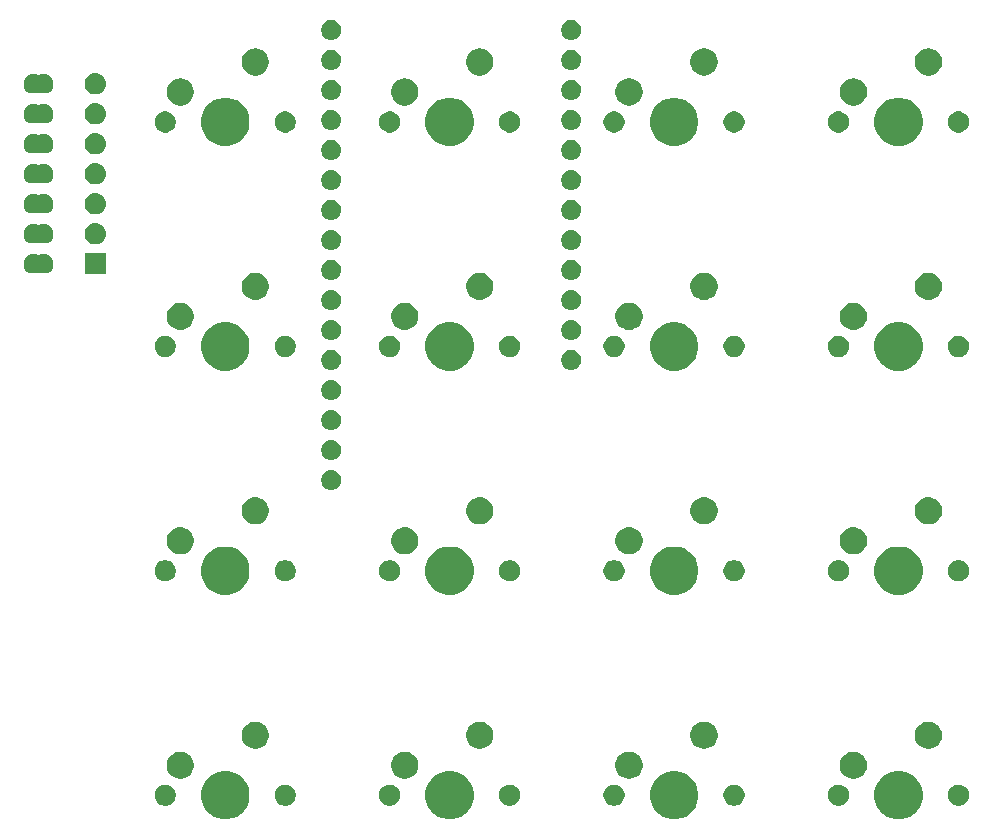
<source format=gbr>
G04 #@! TF.GenerationSoftware,KiCad,Pcbnew,(5.1.2-1)-1*
G04 #@! TF.CreationDate,2019-11-15T20:19:46-06:00*
G04 #@! TF.ProjectId,cherry-huzzah32,63686572-7279-42d6-9875-7a7a61683332,rev?*
G04 #@! TF.SameCoordinates,Original*
G04 #@! TF.FileFunction,Soldermask,Bot*
G04 #@! TF.FilePolarity,Negative*
%FSLAX46Y46*%
G04 Gerber Fmt 4.6, Leading zero omitted, Abs format (unit mm)*
G04 Created by KiCad (PCBNEW (5.1.2-1)-1) date 2019-11-15 20:19:46*
%MOMM*%
%LPD*%
G04 APERTURE LIST*
%ADD10C,0.100000*%
G04 APERTURE END LIST*
D10*
G36*
X157598254Y-155027818D02*
G01*
X157971511Y-155182426D01*
X157971513Y-155182427D01*
X158307436Y-155406884D01*
X158593116Y-155692564D01*
X158817574Y-156028489D01*
X158972182Y-156401746D01*
X159051000Y-156797993D01*
X159051000Y-157202007D01*
X158972182Y-157598254D01*
X158817574Y-157971511D01*
X158817573Y-157971513D01*
X158593116Y-158307436D01*
X158307436Y-158593116D01*
X157971513Y-158817573D01*
X157971512Y-158817574D01*
X157971511Y-158817574D01*
X157598254Y-158972182D01*
X157202007Y-159051000D01*
X156797993Y-159051000D01*
X156401746Y-158972182D01*
X156028489Y-158817574D01*
X156028488Y-158817574D01*
X156028487Y-158817573D01*
X155692564Y-158593116D01*
X155406884Y-158307436D01*
X155182427Y-157971513D01*
X155182426Y-157971511D01*
X155027818Y-157598254D01*
X154949000Y-157202007D01*
X154949000Y-156797993D01*
X155027818Y-156401746D01*
X155182426Y-156028489D01*
X155406884Y-155692564D01*
X155692564Y-155406884D01*
X156028487Y-155182427D01*
X156028489Y-155182426D01*
X156401746Y-155027818D01*
X156797993Y-154949000D01*
X157202007Y-154949000D01*
X157598254Y-155027818D01*
X157598254Y-155027818D01*
G37*
G36*
X138598254Y-155027818D02*
G01*
X138971511Y-155182426D01*
X138971513Y-155182427D01*
X139307436Y-155406884D01*
X139593116Y-155692564D01*
X139817574Y-156028489D01*
X139972182Y-156401746D01*
X140051000Y-156797993D01*
X140051000Y-157202007D01*
X139972182Y-157598254D01*
X139817574Y-157971511D01*
X139817573Y-157971513D01*
X139593116Y-158307436D01*
X139307436Y-158593116D01*
X138971513Y-158817573D01*
X138971512Y-158817574D01*
X138971511Y-158817574D01*
X138598254Y-158972182D01*
X138202007Y-159051000D01*
X137797993Y-159051000D01*
X137401746Y-158972182D01*
X137028489Y-158817574D01*
X137028488Y-158817574D01*
X137028487Y-158817573D01*
X136692564Y-158593116D01*
X136406884Y-158307436D01*
X136182427Y-157971513D01*
X136182426Y-157971511D01*
X136027818Y-157598254D01*
X135949000Y-157202007D01*
X135949000Y-156797993D01*
X136027818Y-156401746D01*
X136182426Y-156028489D01*
X136406884Y-155692564D01*
X136692564Y-155406884D01*
X137028487Y-155182427D01*
X137028489Y-155182426D01*
X137401746Y-155027818D01*
X137797993Y-154949000D01*
X138202007Y-154949000D01*
X138598254Y-155027818D01*
X138598254Y-155027818D01*
G37*
G36*
X119598254Y-155027818D02*
G01*
X119971511Y-155182426D01*
X119971513Y-155182427D01*
X120307436Y-155406884D01*
X120593116Y-155692564D01*
X120817574Y-156028489D01*
X120972182Y-156401746D01*
X121051000Y-156797993D01*
X121051000Y-157202007D01*
X120972182Y-157598254D01*
X120817574Y-157971511D01*
X120817573Y-157971513D01*
X120593116Y-158307436D01*
X120307436Y-158593116D01*
X119971513Y-158817573D01*
X119971512Y-158817574D01*
X119971511Y-158817574D01*
X119598254Y-158972182D01*
X119202007Y-159051000D01*
X118797993Y-159051000D01*
X118401746Y-158972182D01*
X118028489Y-158817574D01*
X118028488Y-158817574D01*
X118028487Y-158817573D01*
X117692564Y-158593116D01*
X117406884Y-158307436D01*
X117182427Y-157971513D01*
X117182426Y-157971511D01*
X117027818Y-157598254D01*
X116949000Y-157202007D01*
X116949000Y-156797993D01*
X117027818Y-156401746D01*
X117182426Y-156028489D01*
X117406884Y-155692564D01*
X117692564Y-155406884D01*
X118028487Y-155182427D01*
X118028489Y-155182426D01*
X118401746Y-155027818D01*
X118797993Y-154949000D01*
X119202007Y-154949000D01*
X119598254Y-155027818D01*
X119598254Y-155027818D01*
G37*
G36*
X100598254Y-155027818D02*
G01*
X100971511Y-155182426D01*
X100971513Y-155182427D01*
X101307436Y-155406884D01*
X101593116Y-155692564D01*
X101817574Y-156028489D01*
X101972182Y-156401746D01*
X102051000Y-156797993D01*
X102051000Y-157202007D01*
X101972182Y-157598254D01*
X101817574Y-157971511D01*
X101817573Y-157971513D01*
X101593116Y-158307436D01*
X101307436Y-158593116D01*
X100971513Y-158817573D01*
X100971512Y-158817574D01*
X100971511Y-158817574D01*
X100598254Y-158972182D01*
X100202007Y-159051000D01*
X99797993Y-159051000D01*
X99401746Y-158972182D01*
X99028489Y-158817574D01*
X99028488Y-158817574D01*
X99028487Y-158817573D01*
X98692564Y-158593116D01*
X98406884Y-158307436D01*
X98182427Y-157971513D01*
X98182426Y-157971511D01*
X98027818Y-157598254D01*
X97949000Y-157202007D01*
X97949000Y-156797993D01*
X98027818Y-156401746D01*
X98182426Y-156028489D01*
X98406884Y-155692564D01*
X98692564Y-155406884D01*
X99028487Y-155182427D01*
X99028489Y-155182426D01*
X99401746Y-155027818D01*
X99797993Y-154949000D01*
X100202007Y-154949000D01*
X100598254Y-155027818D01*
X100598254Y-155027818D01*
G37*
G36*
X124193512Y-156103927D02*
G01*
X124342812Y-156133624D01*
X124506784Y-156201544D01*
X124654354Y-156300147D01*
X124779853Y-156425646D01*
X124878456Y-156573216D01*
X124946376Y-156737188D01*
X124981000Y-156911259D01*
X124981000Y-157088741D01*
X124946376Y-157262812D01*
X124878456Y-157426784D01*
X124779853Y-157574354D01*
X124654354Y-157699853D01*
X124506784Y-157798456D01*
X124342812Y-157866376D01*
X124193512Y-157896073D01*
X124168742Y-157901000D01*
X123991258Y-157901000D01*
X123966488Y-157896073D01*
X123817188Y-157866376D01*
X123653216Y-157798456D01*
X123505646Y-157699853D01*
X123380147Y-157574354D01*
X123281544Y-157426784D01*
X123213624Y-157262812D01*
X123179000Y-157088741D01*
X123179000Y-156911259D01*
X123213624Y-156737188D01*
X123281544Y-156573216D01*
X123380147Y-156425646D01*
X123505646Y-156300147D01*
X123653216Y-156201544D01*
X123817188Y-156133624D01*
X123966488Y-156103927D01*
X123991258Y-156099000D01*
X124168742Y-156099000D01*
X124193512Y-156103927D01*
X124193512Y-156103927D01*
G37*
G36*
X114033512Y-156103927D02*
G01*
X114182812Y-156133624D01*
X114346784Y-156201544D01*
X114494354Y-156300147D01*
X114619853Y-156425646D01*
X114718456Y-156573216D01*
X114786376Y-156737188D01*
X114821000Y-156911259D01*
X114821000Y-157088741D01*
X114786376Y-157262812D01*
X114718456Y-157426784D01*
X114619853Y-157574354D01*
X114494354Y-157699853D01*
X114346784Y-157798456D01*
X114182812Y-157866376D01*
X114033512Y-157896073D01*
X114008742Y-157901000D01*
X113831258Y-157901000D01*
X113806488Y-157896073D01*
X113657188Y-157866376D01*
X113493216Y-157798456D01*
X113345646Y-157699853D01*
X113220147Y-157574354D01*
X113121544Y-157426784D01*
X113053624Y-157262812D01*
X113019000Y-157088741D01*
X113019000Y-156911259D01*
X113053624Y-156737188D01*
X113121544Y-156573216D01*
X113220147Y-156425646D01*
X113345646Y-156300147D01*
X113493216Y-156201544D01*
X113657188Y-156133624D01*
X113806488Y-156103927D01*
X113831258Y-156099000D01*
X114008742Y-156099000D01*
X114033512Y-156103927D01*
X114033512Y-156103927D01*
G37*
G36*
X105193512Y-156103927D02*
G01*
X105342812Y-156133624D01*
X105506784Y-156201544D01*
X105654354Y-156300147D01*
X105779853Y-156425646D01*
X105878456Y-156573216D01*
X105946376Y-156737188D01*
X105981000Y-156911259D01*
X105981000Y-157088741D01*
X105946376Y-157262812D01*
X105878456Y-157426784D01*
X105779853Y-157574354D01*
X105654354Y-157699853D01*
X105506784Y-157798456D01*
X105342812Y-157866376D01*
X105193512Y-157896073D01*
X105168742Y-157901000D01*
X104991258Y-157901000D01*
X104966488Y-157896073D01*
X104817188Y-157866376D01*
X104653216Y-157798456D01*
X104505646Y-157699853D01*
X104380147Y-157574354D01*
X104281544Y-157426784D01*
X104213624Y-157262812D01*
X104179000Y-157088741D01*
X104179000Y-156911259D01*
X104213624Y-156737188D01*
X104281544Y-156573216D01*
X104380147Y-156425646D01*
X104505646Y-156300147D01*
X104653216Y-156201544D01*
X104817188Y-156133624D01*
X104966488Y-156103927D01*
X104991258Y-156099000D01*
X105168742Y-156099000D01*
X105193512Y-156103927D01*
X105193512Y-156103927D01*
G37*
G36*
X95033512Y-156103927D02*
G01*
X95182812Y-156133624D01*
X95346784Y-156201544D01*
X95494354Y-156300147D01*
X95619853Y-156425646D01*
X95718456Y-156573216D01*
X95786376Y-156737188D01*
X95821000Y-156911259D01*
X95821000Y-157088741D01*
X95786376Y-157262812D01*
X95718456Y-157426784D01*
X95619853Y-157574354D01*
X95494354Y-157699853D01*
X95346784Y-157798456D01*
X95182812Y-157866376D01*
X95033512Y-157896073D01*
X95008742Y-157901000D01*
X94831258Y-157901000D01*
X94806488Y-157896073D01*
X94657188Y-157866376D01*
X94493216Y-157798456D01*
X94345646Y-157699853D01*
X94220147Y-157574354D01*
X94121544Y-157426784D01*
X94053624Y-157262812D01*
X94019000Y-157088741D01*
X94019000Y-156911259D01*
X94053624Y-156737188D01*
X94121544Y-156573216D01*
X94220147Y-156425646D01*
X94345646Y-156300147D01*
X94493216Y-156201544D01*
X94657188Y-156133624D01*
X94806488Y-156103927D01*
X94831258Y-156099000D01*
X95008742Y-156099000D01*
X95033512Y-156103927D01*
X95033512Y-156103927D01*
G37*
G36*
X152033512Y-156103927D02*
G01*
X152182812Y-156133624D01*
X152346784Y-156201544D01*
X152494354Y-156300147D01*
X152619853Y-156425646D01*
X152718456Y-156573216D01*
X152786376Y-156737188D01*
X152821000Y-156911259D01*
X152821000Y-157088741D01*
X152786376Y-157262812D01*
X152718456Y-157426784D01*
X152619853Y-157574354D01*
X152494354Y-157699853D01*
X152346784Y-157798456D01*
X152182812Y-157866376D01*
X152033512Y-157896073D01*
X152008742Y-157901000D01*
X151831258Y-157901000D01*
X151806488Y-157896073D01*
X151657188Y-157866376D01*
X151493216Y-157798456D01*
X151345646Y-157699853D01*
X151220147Y-157574354D01*
X151121544Y-157426784D01*
X151053624Y-157262812D01*
X151019000Y-157088741D01*
X151019000Y-156911259D01*
X151053624Y-156737188D01*
X151121544Y-156573216D01*
X151220147Y-156425646D01*
X151345646Y-156300147D01*
X151493216Y-156201544D01*
X151657188Y-156133624D01*
X151806488Y-156103927D01*
X151831258Y-156099000D01*
X152008742Y-156099000D01*
X152033512Y-156103927D01*
X152033512Y-156103927D01*
G37*
G36*
X162193512Y-156103927D02*
G01*
X162342812Y-156133624D01*
X162506784Y-156201544D01*
X162654354Y-156300147D01*
X162779853Y-156425646D01*
X162878456Y-156573216D01*
X162946376Y-156737188D01*
X162981000Y-156911259D01*
X162981000Y-157088741D01*
X162946376Y-157262812D01*
X162878456Y-157426784D01*
X162779853Y-157574354D01*
X162654354Y-157699853D01*
X162506784Y-157798456D01*
X162342812Y-157866376D01*
X162193512Y-157896073D01*
X162168742Y-157901000D01*
X161991258Y-157901000D01*
X161966488Y-157896073D01*
X161817188Y-157866376D01*
X161653216Y-157798456D01*
X161505646Y-157699853D01*
X161380147Y-157574354D01*
X161281544Y-157426784D01*
X161213624Y-157262812D01*
X161179000Y-157088741D01*
X161179000Y-156911259D01*
X161213624Y-156737188D01*
X161281544Y-156573216D01*
X161380147Y-156425646D01*
X161505646Y-156300147D01*
X161653216Y-156201544D01*
X161817188Y-156133624D01*
X161966488Y-156103927D01*
X161991258Y-156099000D01*
X162168742Y-156099000D01*
X162193512Y-156103927D01*
X162193512Y-156103927D01*
G37*
G36*
X143193512Y-156103927D02*
G01*
X143342812Y-156133624D01*
X143506784Y-156201544D01*
X143654354Y-156300147D01*
X143779853Y-156425646D01*
X143878456Y-156573216D01*
X143946376Y-156737188D01*
X143981000Y-156911259D01*
X143981000Y-157088741D01*
X143946376Y-157262812D01*
X143878456Y-157426784D01*
X143779853Y-157574354D01*
X143654354Y-157699853D01*
X143506784Y-157798456D01*
X143342812Y-157866376D01*
X143193512Y-157896073D01*
X143168742Y-157901000D01*
X142991258Y-157901000D01*
X142966488Y-157896073D01*
X142817188Y-157866376D01*
X142653216Y-157798456D01*
X142505646Y-157699853D01*
X142380147Y-157574354D01*
X142281544Y-157426784D01*
X142213624Y-157262812D01*
X142179000Y-157088741D01*
X142179000Y-156911259D01*
X142213624Y-156737188D01*
X142281544Y-156573216D01*
X142380147Y-156425646D01*
X142505646Y-156300147D01*
X142653216Y-156201544D01*
X142817188Y-156133624D01*
X142966488Y-156103927D01*
X142991258Y-156099000D01*
X143168742Y-156099000D01*
X143193512Y-156103927D01*
X143193512Y-156103927D01*
G37*
G36*
X133033512Y-156103927D02*
G01*
X133182812Y-156133624D01*
X133346784Y-156201544D01*
X133494354Y-156300147D01*
X133619853Y-156425646D01*
X133718456Y-156573216D01*
X133786376Y-156737188D01*
X133821000Y-156911259D01*
X133821000Y-157088741D01*
X133786376Y-157262812D01*
X133718456Y-157426784D01*
X133619853Y-157574354D01*
X133494354Y-157699853D01*
X133346784Y-157798456D01*
X133182812Y-157866376D01*
X133033512Y-157896073D01*
X133008742Y-157901000D01*
X132831258Y-157901000D01*
X132806488Y-157896073D01*
X132657188Y-157866376D01*
X132493216Y-157798456D01*
X132345646Y-157699853D01*
X132220147Y-157574354D01*
X132121544Y-157426784D01*
X132053624Y-157262812D01*
X132019000Y-157088741D01*
X132019000Y-156911259D01*
X132053624Y-156737188D01*
X132121544Y-156573216D01*
X132220147Y-156425646D01*
X132345646Y-156300147D01*
X132493216Y-156201544D01*
X132657188Y-156133624D01*
X132806488Y-156103927D01*
X132831258Y-156099000D01*
X133008742Y-156099000D01*
X133033512Y-156103927D01*
X133033512Y-156103927D01*
G37*
G36*
X153414549Y-153331116D02*
G01*
X153525734Y-153353232D01*
X153735203Y-153439997D01*
X153923720Y-153565960D01*
X154084040Y-153726280D01*
X154210003Y-153914797D01*
X154296768Y-154124266D01*
X154341000Y-154346636D01*
X154341000Y-154573364D01*
X154296768Y-154795734D01*
X154210003Y-155005203D01*
X154084040Y-155193720D01*
X153923720Y-155354040D01*
X153735203Y-155480003D01*
X153525734Y-155566768D01*
X153414549Y-155588884D01*
X153303365Y-155611000D01*
X153076635Y-155611000D01*
X152965451Y-155588884D01*
X152854266Y-155566768D01*
X152644797Y-155480003D01*
X152456280Y-155354040D01*
X152295960Y-155193720D01*
X152169997Y-155005203D01*
X152083232Y-154795734D01*
X152039000Y-154573364D01*
X152039000Y-154346636D01*
X152083232Y-154124266D01*
X152169997Y-153914797D01*
X152295960Y-153726280D01*
X152456280Y-153565960D01*
X152644797Y-153439997D01*
X152854266Y-153353232D01*
X152965451Y-153331116D01*
X153076635Y-153309000D01*
X153303365Y-153309000D01*
X153414549Y-153331116D01*
X153414549Y-153331116D01*
G37*
G36*
X134414549Y-153331116D02*
G01*
X134525734Y-153353232D01*
X134735203Y-153439997D01*
X134923720Y-153565960D01*
X135084040Y-153726280D01*
X135210003Y-153914797D01*
X135296768Y-154124266D01*
X135341000Y-154346636D01*
X135341000Y-154573364D01*
X135296768Y-154795734D01*
X135210003Y-155005203D01*
X135084040Y-155193720D01*
X134923720Y-155354040D01*
X134735203Y-155480003D01*
X134525734Y-155566768D01*
X134414549Y-155588884D01*
X134303365Y-155611000D01*
X134076635Y-155611000D01*
X133965451Y-155588884D01*
X133854266Y-155566768D01*
X133644797Y-155480003D01*
X133456280Y-155354040D01*
X133295960Y-155193720D01*
X133169997Y-155005203D01*
X133083232Y-154795734D01*
X133039000Y-154573364D01*
X133039000Y-154346636D01*
X133083232Y-154124266D01*
X133169997Y-153914797D01*
X133295960Y-153726280D01*
X133456280Y-153565960D01*
X133644797Y-153439997D01*
X133854266Y-153353232D01*
X133965451Y-153331116D01*
X134076635Y-153309000D01*
X134303365Y-153309000D01*
X134414549Y-153331116D01*
X134414549Y-153331116D01*
G37*
G36*
X115414549Y-153331116D02*
G01*
X115525734Y-153353232D01*
X115735203Y-153439997D01*
X115923720Y-153565960D01*
X116084040Y-153726280D01*
X116210003Y-153914797D01*
X116296768Y-154124266D01*
X116341000Y-154346636D01*
X116341000Y-154573364D01*
X116296768Y-154795734D01*
X116210003Y-155005203D01*
X116084040Y-155193720D01*
X115923720Y-155354040D01*
X115735203Y-155480003D01*
X115525734Y-155566768D01*
X115414549Y-155588884D01*
X115303365Y-155611000D01*
X115076635Y-155611000D01*
X114965451Y-155588884D01*
X114854266Y-155566768D01*
X114644797Y-155480003D01*
X114456280Y-155354040D01*
X114295960Y-155193720D01*
X114169997Y-155005203D01*
X114083232Y-154795734D01*
X114039000Y-154573364D01*
X114039000Y-154346636D01*
X114083232Y-154124266D01*
X114169997Y-153914797D01*
X114295960Y-153726280D01*
X114456280Y-153565960D01*
X114644797Y-153439997D01*
X114854266Y-153353232D01*
X114965451Y-153331116D01*
X115076635Y-153309000D01*
X115303365Y-153309000D01*
X115414549Y-153331116D01*
X115414549Y-153331116D01*
G37*
G36*
X96414549Y-153331116D02*
G01*
X96525734Y-153353232D01*
X96735203Y-153439997D01*
X96923720Y-153565960D01*
X97084040Y-153726280D01*
X97210003Y-153914797D01*
X97296768Y-154124266D01*
X97341000Y-154346636D01*
X97341000Y-154573364D01*
X97296768Y-154795734D01*
X97210003Y-155005203D01*
X97084040Y-155193720D01*
X96923720Y-155354040D01*
X96735203Y-155480003D01*
X96525734Y-155566768D01*
X96414549Y-155588884D01*
X96303365Y-155611000D01*
X96076635Y-155611000D01*
X95965451Y-155588884D01*
X95854266Y-155566768D01*
X95644797Y-155480003D01*
X95456280Y-155354040D01*
X95295960Y-155193720D01*
X95169997Y-155005203D01*
X95083232Y-154795734D01*
X95039000Y-154573364D01*
X95039000Y-154346636D01*
X95083232Y-154124266D01*
X95169997Y-153914797D01*
X95295960Y-153726280D01*
X95456280Y-153565960D01*
X95644797Y-153439997D01*
X95854266Y-153353232D01*
X95965451Y-153331116D01*
X96076635Y-153309000D01*
X96303365Y-153309000D01*
X96414549Y-153331116D01*
X96414549Y-153331116D01*
G37*
G36*
X102764549Y-150791116D02*
G01*
X102875734Y-150813232D01*
X103085203Y-150899997D01*
X103273720Y-151025960D01*
X103434040Y-151186280D01*
X103560003Y-151374797D01*
X103646768Y-151584266D01*
X103691000Y-151806636D01*
X103691000Y-152033364D01*
X103646768Y-152255734D01*
X103560003Y-152465203D01*
X103434040Y-152653720D01*
X103273720Y-152814040D01*
X103085203Y-152940003D01*
X102875734Y-153026768D01*
X102764549Y-153048884D01*
X102653365Y-153071000D01*
X102426635Y-153071000D01*
X102315451Y-153048884D01*
X102204266Y-153026768D01*
X101994797Y-152940003D01*
X101806280Y-152814040D01*
X101645960Y-152653720D01*
X101519997Y-152465203D01*
X101433232Y-152255734D01*
X101389000Y-152033364D01*
X101389000Y-151806636D01*
X101433232Y-151584266D01*
X101519997Y-151374797D01*
X101645960Y-151186280D01*
X101806280Y-151025960D01*
X101994797Y-150899997D01*
X102204266Y-150813232D01*
X102315451Y-150791116D01*
X102426635Y-150769000D01*
X102653365Y-150769000D01*
X102764549Y-150791116D01*
X102764549Y-150791116D01*
G37*
G36*
X121764549Y-150791116D02*
G01*
X121875734Y-150813232D01*
X122085203Y-150899997D01*
X122273720Y-151025960D01*
X122434040Y-151186280D01*
X122560003Y-151374797D01*
X122646768Y-151584266D01*
X122691000Y-151806636D01*
X122691000Y-152033364D01*
X122646768Y-152255734D01*
X122560003Y-152465203D01*
X122434040Y-152653720D01*
X122273720Y-152814040D01*
X122085203Y-152940003D01*
X121875734Y-153026768D01*
X121764549Y-153048884D01*
X121653365Y-153071000D01*
X121426635Y-153071000D01*
X121315451Y-153048884D01*
X121204266Y-153026768D01*
X120994797Y-152940003D01*
X120806280Y-152814040D01*
X120645960Y-152653720D01*
X120519997Y-152465203D01*
X120433232Y-152255734D01*
X120389000Y-152033364D01*
X120389000Y-151806636D01*
X120433232Y-151584266D01*
X120519997Y-151374797D01*
X120645960Y-151186280D01*
X120806280Y-151025960D01*
X120994797Y-150899997D01*
X121204266Y-150813232D01*
X121315451Y-150791116D01*
X121426635Y-150769000D01*
X121653365Y-150769000D01*
X121764549Y-150791116D01*
X121764549Y-150791116D01*
G37*
G36*
X140764549Y-150791116D02*
G01*
X140875734Y-150813232D01*
X141085203Y-150899997D01*
X141273720Y-151025960D01*
X141434040Y-151186280D01*
X141560003Y-151374797D01*
X141646768Y-151584266D01*
X141691000Y-151806636D01*
X141691000Y-152033364D01*
X141646768Y-152255734D01*
X141560003Y-152465203D01*
X141434040Y-152653720D01*
X141273720Y-152814040D01*
X141085203Y-152940003D01*
X140875734Y-153026768D01*
X140764549Y-153048884D01*
X140653365Y-153071000D01*
X140426635Y-153071000D01*
X140315451Y-153048884D01*
X140204266Y-153026768D01*
X139994797Y-152940003D01*
X139806280Y-152814040D01*
X139645960Y-152653720D01*
X139519997Y-152465203D01*
X139433232Y-152255734D01*
X139389000Y-152033364D01*
X139389000Y-151806636D01*
X139433232Y-151584266D01*
X139519997Y-151374797D01*
X139645960Y-151186280D01*
X139806280Y-151025960D01*
X139994797Y-150899997D01*
X140204266Y-150813232D01*
X140315451Y-150791116D01*
X140426635Y-150769000D01*
X140653365Y-150769000D01*
X140764549Y-150791116D01*
X140764549Y-150791116D01*
G37*
G36*
X159764549Y-150791116D02*
G01*
X159875734Y-150813232D01*
X160085203Y-150899997D01*
X160273720Y-151025960D01*
X160434040Y-151186280D01*
X160560003Y-151374797D01*
X160646768Y-151584266D01*
X160691000Y-151806636D01*
X160691000Y-152033364D01*
X160646768Y-152255734D01*
X160560003Y-152465203D01*
X160434040Y-152653720D01*
X160273720Y-152814040D01*
X160085203Y-152940003D01*
X159875734Y-153026768D01*
X159764549Y-153048884D01*
X159653365Y-153071000D01*
X159426635Y-153071000D01*
X159315451Y-153048884D01*
X159204266Y-153026768D01*
X158994797Y-152940003D01*
X158806280Y-152814040D01*
X158645960Y-152653720D01*
X158519997Y-152465203D01*
X158433232Y-152255734D01*
X158389000Y-152033364D01*
X158389000Y-151806636D01*
X158433232Y-151584266D01*
X158519997Y-151374797D01*
X158645960Y-151186280D01*
X158806280Y-151025960D01*
X158994797Y-150899997D01*
X159204266Y-150813232D01*
X159315451Y-150791116D01*
X159426635Y-150769000D01*
X159653365Y-150769000D01*
X159764549Y-150791116D01*
X159764549Y-150791116D01*
G37*
G36*
X157598254Y-136027818D02*
G01*
X157971511Y-136182426D01*
X157971513Y-136182427D01*
X158307436Y-136406884D01*
X158593116Y-136692564D01*
X158817574Y-137028489D01*
X158972182Y-137401746D01*
X159051000Y-137797993D01*
X159051000Y-138202007D01*
X158972182Y-138598254D01*
X158817574Y-138971511D01*
X158817573Y-138971513D01*
X158593116Y-139307436D01*
X158307436Y-139593116D01*
X157971513Y-139817573D01*
X157971512Y-139817574D01*
X157971511Y-139817574D01*
X157598254Y-139972182D01*
X157202007Y-140051000D01*
X156797993Y-140051000D01*
X156401746Y-139972182D01*
X156028489Y-139817574D01*
X156028488Y-139817574D01*
X156028487Y-139817573D01*
X155692564Y-139593116D01*
X155406884Y-139307436D01*
X155182427Y-138971513D01*
X155182426Y-138971511D01*
X155027818Y-138598254D01*
X154949000Y-138202007D01*
X154949000Y-137797993D01*
X155027818Y-137401746D01*
X155182426Y-137028489D01*
X155406884Y-136692564D01*
X155692564Y-136406884D01*
X156028487Y-136182427D01*
X156028489Y-136182426D01*
X156401746Y-136027818D01*
X156797993Y-135949000D01*
X157202007Y-135949000D01*
X157598254Y-136027818D01*
X157598254Y-136027818D01*
G37*
G36*
X138598254Y-136027818D02*
G01*
X138971511Y-136182426D01*
X138971513Y-136182427D01*
X139307436Y-136406884D01*
X139593116Y-136692564D01*
X139817574Y-137028489D01*
X139972182Y-137401746D01*
X140051000Y-137797993D01*
X140051000Y-138202007D01*
X139972182Y-138598254D01*
X139817574Y-138971511D01*
X139817573Y-138971513D01*
X139593116Y-139307436D01*
X139307436Y-139593116D01*
X138971513Y-139817573D01*
X138971512Y-139817574D01*
X138971511Y-139817574D01*
X138598254Y-139972182D01*
X138202007Y-140051000D01*
X137797993Y-140051000D01*
X137401746Y-139972182D01*
X137028489Y-139817574D01*
X137028488Y-139817574D01*
X137028487Y-139817573D01*
X136692564Y-139593116D01*
X136406884Y-139307436D01*
X136182427Y-138971513D01*
X136182426Y-138971511D01*
X136027818Y-138598254D01*
X135949000Y-138202007D01*
X135949000Y-137797993D01*
X136027818Y-137401746D01*
X136182426Y-137028489D01*
X136406884Y-136692564D01*
X136692564Y-136406884D01*
X137028487Y-136182427D01*
X137028489Y-136182426D01*
X137401746Y-136027818D01*
X137797993Y-135949000D01*
X138202007Y-135949000D01*
X138598254Y-136027818D01*
X138598254Y-136027818D01*
G37*
G36*
X119598254Y-136027818D02*
G01*
X119971511Y-136182426D01*
X119971513Y-136182427D01*
X120307436Y-136406884D01*
X120593116Y-136692564D01*
X120817574Y-137028489D01*
X120972182Y-137401746D01*
X121051000Y-137797993D01*
X121051000Y-138202007D01*
X120972182Y-138598254D01*
X120817574Y-138971511D01*
X120817573Y-138971513D01*
X120593116Y-139307436D01*
X120307436Y-139593116D01*
X119971513Y-139817573D01*
X119971512Y-139817574D01*
X119971511Y-139817574D01*
X119598254Y-139972182D01*
X119202007Y-140051000D01*
X118797993Y-140051000D01*
X118401746Y-139972182D01*
X118028489Y-139817574D01*
X118028488Y-139817574D01*
X118028487Y-139817573D01*
X117692564Y-139593116D01*
X117406884Y-139307436D01*
X117182427Y-138971513D01*
X117182426Y-138971511D01*
X117027818Y-138598254D01*
X116949000Y-138202007D01*
X116949000Y-137797993D01*
X117027818Y-137401746D01*
X117182426Y-137028489D01*
X117406884Y-136692564D01*
X117692564Y-136406884D01*
X118028487Y-136182427D01*
X118028489Y-136182426D01*
X118401746Y-136027818D01*
X118797993Y-135949000D01*
X119202007Y-135949000D01*
X119598254Y-136027818D01*
X119598254Y-136027818D01*
G37*
G36*
X100598254Y-136027818D02*
G01*
X100971511Y-136182426D01*
X100971513Y-136182427D01*
X101307436Y-136406884D01*
X101593116Y-136692564D01*
X101817574Y-137028489D01*
X101972182Y-137401746D01*
X102051000Y-137797993D01*
X102051000Y-138202007D01*
X101972182Y-138598254D01*
X101817574Y-138971511D01*
X101817573Y-138971513D01*
X101593116Y-139307436D01*
X101307436Y-139593116D01*
X100971513Y-139817573D01*
X100971512Y-139817574D01*
X100971511Y-139817574D01*
X100598254Y-139972182D01*
X100202007Y-140051000D01*
X99797993Y-140051000D01*
X99401746Y-139972182D01*
X99028489Y-139817574D01*
X99028488Y-139817574D01*
X99028487Y-139817573D01*
X98692564Y-139593116D01*
X98406884Y-139307436D01*
X98182427Y-138971513D01*
X98182426Y-138971511D01*
X98027818Y-138598254D01*
X97949000Y-138202007D01*
X97949000Y-137797993D01*
X98027818Y-137401746D01*
X98182426Y-137028489D01*
X98406884Y-136692564D01*
X98692564Y-136406884D01*
X99028487Y-136182427D01*
X99028489Y-136182426D01*
X99401746Y-136027818D01*
X99797993Y-135949000D01*
X100202007Y-135949000D01*
X100598254Y-136027818D01*
X100598254Y-136027818D01*
G37*
G36*
X95033512Y-137103927D02*
G01*
X95182812Y-137133624D01*
X95346784Y-137201544D01*
X95494354Y-137300147D01*
X95619853Y-137425646D01*
X95718456Y-137573216D01*
X95786376Y-137737188D01*
X95821000Y-137911259D01*
X95821000Y-138088741D01*
X95786376Y-138262812D01*
X95718456Y-138426784D01*
X95619853Y-138574354D01*
X95494354Y-138699853D01*
X95346784Y-138798456D01*
X95182812Y-138866376D01*
X95033512Y-138896073D01*
X95008742Y-138901000D01*
X94831258Y-138901000D01*
X94806488Y-138896073D01*
X94657188Y-138866376D01*
X94493216Y-138798456D01*
X94345646Y-138699853D01*
X94220147Y-138574354D01*
X94121544Y-138426784D01*
X94053624Y-138262812D01*
X94019000Y-138088741D01*
X94019000Y-137911259D01*
X94053624Y-137737188D01*
X94121544Y-137573216D01*
X94220147Y-137425646D01*
X94345646Y-137300147D01*
X94493216Y-137201544D01*
X94657188Y-137133624D01*
X94806488Y-137103927D01*
X94831258Y-137099000D01*
X95008742Y-137099000D01*
X95033512Y-137103927D01*
X95033512Y-137103927D01*
G37*
G36*
X162193512Y-137103927D02*
G01*
X162342812Y-137133624D01*
X162506784Y-137201544D01*
X162654354Y-137300147D01*
X162779853Y-137425646D01*
X162878456Y-137573216D01*
X162946376Y-137737188D01*
X162981000Y-137911259D01*
X162981000Y-138088741D01*
X162946376Y-138262812D01*
X162878456Y-138426784D01*
X162779853Y-138574354D01*
X162654354Y-138699853D01*
X162506784Y-138798456D01*
X162342812Y-138866376D01*
X162193512Y-138896073D01*
X162168742Y-138901000D01*
X161991258Y-138901000D01*
X161966488Y-138896073D01*
X161817188Y-138866376D01*
X161653216Y-138798456D01*
X161505646Y-138699853D01*
X161380147Y-138574354D01*
X161281544Y-138426784D01*
X161213624Y-138262812D01*
X161179000Y-138088741D01*
X161179000Y-137911259D01*
X161213624Y-137737188D01*
X161281544Y-137573216D01*
X161380147Y-137425646D01*
X161505646Y-137300147D01*
X161653216Y-137201544D01*
X161817188Y-137133624D01*
X161966488Y-137103927D01*
X161991258Y-137099000D01*
X162168742Y-137099000D01*
X162193512Y-137103927D01*
X162193512Y-137103927D01*
G37*
G36*
X143193512Y-137103927D02*
G01*
X143342812Y-137133624D01*
X143506784Y-137201544D01*
X143654354Y-137300147D01*
X143779853Y-137425646D01*
X143878456Y-137573216D01*
X143946376Y-137737188D01*
X143981000Y-137911259D01*
X143981000Y-138088741D01*
X143946376Y-138262812D01*
X143878456Y-138426784D01*
X143779853Y-138574354D01*
X143654354Y-138699853D01*
X143506784Y-138798456D01*
X143342812Y-138866376D01*
X143193512Y-138896073D01*
X143168742Y-138901000D01*
X142991258Y-138901000D01*
X142966488Y-138896073D01*
X142817188Y-138866376D01*
X142653216Y-138798456D01*
X142505646Y-138699853D01*
X142380147Y-138574354D01*
X142281544Y-138426784D01*
X142213624Y-138262812D01*
X142179000Y-138088741D01*
X142179000Y-137911259D01*
X142213624Y-137737188D01*
X142281544Y-137573216D01*
X142380147Y-137425646D01*
X142505646Y-137300147D01*
X142653216Y-137201544D01*
X142817188Y-137133624D01*
X142966488Y-137103927D01*
X142991258Y-137099000D01*
X143168742Y-137099000D01*
X143193512Y-137103927D01*
X143193512Y-137103927D01*
G37*
G36*
X133033512Y-137103927D02*
G01*
X133182812Y-137133624D01*
X133346784Y-137201544D01*
X133494354Y-137300147D01*
X133619853Y-137425646D01*
X133718456Y-137573216D01*
X133786376Y-137737188D01*
X133821000Y-137911259D01*
X133821000Y-138088741D01*
X133786376Y-138262812D01*
X133718456Y-138426784D01*
X133619853Y-138574354D01*
X133494354Y-138699853D01*
X133346784Y-138798456D01*
X133182812Y-138866376D01*
X133033512Y-138896073D01*
X133008742Y-138901000D01*
X132831258Y-138901000D01*
X132806488Y-138896073D01*
X132657188Y-138866376D01*
X132493216Y-138798456D01*
X132345646Y-138699853D01*
X132220147Y-138574354D01*
X132121544Y-138426784D01*
X132053624Y-138262812D01*
X132019000Y-138088741D01*
X132019000Y-137911259D01*
X132053624Y-137737188D01*
X132121544Y-137573216D01*
X132220147Y-137425646D01*
X132345646Y-137300147D01*
X132493216Y-137201544D01*
X132657188Y-137133624D01*
X132806488Y-137103927D01*
X132831258Y-137099000D01*
X133008742Y-137099000D01*
X133033512Y-137103927D01*
X133033512Y-137103927D01*
G37*
G36*
X124193512Y-137103927D02*
G01*
X124342812Y-137133624D01*
X124506784Y-137201544D01*
X124654354Y-137300147D01*
X124779853Y-137425646D01*
X124878456Y-137573216D01*
X124946376Y-137737188D01*
X124981000Y-137911259D01*
X124981000Y-138088741D01*
X124946376Y-138262812D01*
X124878456Y-138426784D01*
X124779853Y-138574354D01*
X124654354Y-138699853D01*
X124506784Y-138798456D01*
X124342812Y-138866376D01*
X124193512Y-138896073D01*
X124168742Y-138901000D01*
X123991258Y-138901000D01*
X123966488Y-138896073D01*
X123817188Y-138866376D01*
X123653216Y-138798456D01*
X123505646Y-138699853D01*
X123380147Y-138574354D01*
X123281544Y-138426784D01*
X123213624Y-138262812D01*
X123179000Y-138088741D01*
X123179000Y-137911259D01*
X123213624Y-137737188D01*
X123281544Y-137573216D01*
X123380147Y-137425646D01*
X123505646Y-137300147D01*
X123653216Y-137201544D01*
X123817188Y-137133624D01*
X123966488Y-137103927D01*
X123991258Y-137099000D01*
X124168742Y-137099000D01*
X124193512Y-137103927D01*
X124193512Y-137103927D01*
G37*
G36*
X105193512Y-137103927D02*
G01*
X105342812Y-137133624D01*
X105506784Y-137201544D01*
X105654354Y-137300147D01*
X105779853Y-137425646D01*
X105878456Y-137573216D01*
X105946376Y-137737188D01*
X105981000Y-137911259D01*
X105981000Y-138088741D01*
X105946376Y-138262812D01*
X105878456Y-138426784D01*
X105779853Y-138574354D01*
X105654354Y-138699853D01*
X105506784Y-138798456D01*
X105342812Y-138866376D01*
X105193512Y-138896073D01*
X105168742Y-138901000D01*
X104991258Y-138901000D01*
X104966488Y-138896073D01*
X104817188Y-138866376D01*
X104653216Y-138798456D01*
X104505646Y-138699853D01*
X104380147Y-138574354D01*
X104281544Y-138426784D01*
X104213624Y-138262812D01*
X104179000Y-138088741D01*
X104179000Y-137911259D01*
X104213624Y-137737188D01*
X104281544Y-137573216D01*
X104380147Y-137425646D01*
X104505646Y-137300147D01*
X104653216Y-137201544D01*
X104817188Y-137133624D01*
X104966488Y-137103927D01*
X104991258Y-137099000D01*
X105168742Y-137099000D01*
X105193512Y-137103927D01*
X105193512Y-137103927D01*
G37*
G36*
X114033512Y-137103927D02*
G01*
X114182812Y-137133624D01*
X114346784Y-137201544D01*
X114494354Y-137300147D01*
X114619853Y-137425646D01*
X114718456Y-137573216D01*
X114786376Y-137737188D01*
X114821000Y-137911259D01*
X114821000Y-138088741D01*
X114786376Y-138262812D01*
X114718456Y-138426784D01*
X114619853Y-138574354D01*
X114494354Y-138699853D01*
X114346784Y-138798456D01*
X114182812Y-138866376D01*
X114033512Y-138896073D01*
X114008742Y-138901000D01*
X113831258Y-138901000D01*
X113806488Y-138896073D01*
X113657188Y-138866376D01*
X113493216Y-138798456D01*
X113345646Y-138699853D01*
X113220147Y-138574354D01*
X113121544Y-138426784D01*
X113053624Y-138262812D01*
X113019000Y-138088741D01*
X113019000Y-137911259D01*
X113053624Y-137737188D01*
X113121544Y-137573216D01*
X113220147Y-137425646D01*
X113345646Y-137300147D01*
X113493216Y-137201544D01*
X113657188Y-137133624D01*
X113806488Y-137103927D01*
X113831258Y-137099000D01*
X114008742Y-137099000D01*
X114033512Y-137103927D01*
X114033512Y-137103927D01*
G37*
G36*
X152033512Y-137103927D02*
G01*
X152182812Y-137133624D01*
X152346784Y-137201544D01*
X152494354Y-137300147D01*
X152619853Y-137425646D01*
X152718456Y-137573216D01*
X152786376Y-137737188D01*
X152821000Y-137911259D01*
X152821000Y-138088741D01*
X152786376Y-138262812D01*
X152718456Y-138426784D01*
X152619853Y-138574354D01*
X152494354Y-138699853D01*
X152346784Y-138798456D01*
X152182812Y-138866376D01*
X152033512Y-138896073D01*
X152008742Y-138901000D01*
X151831258Y-138901000D01*
X151806488Y-138896073D01*
X151657188Y-138866376D01*
X151493216Y-138798456D01*
X151345646Y-138699853D01*
X151220147Y-138574354D01*
X151121544Y-138426784D01*
X151053624Y-138262812D01*
X151019000Y-138088741D01*
X151019000Y-137911259D01*
X151053624Y-137737188D01*
X151121544Y-137573216D01*
X151220147Y-137425646D01*
X151345646Y-137300147D01*
X151493216Y-137201544D01*
X151657188Y-137133624D01*
X151806488Y-137103927D01*
X151831258Y-137099000D01*
X152008742Y-137099000D01*
X152033512Y-137103927D01*
X152033512Y-137103927D01*
G37*
G36*
X96414549Y-134331116D02*
G01*
X96525734Y-134353232D01*
X96735203Y-134439997D01*
X96923720Y-134565960D01*
X97084040Y-134726280D01*
X97210003Y-134914797D01*
X97296768Y-135124266D01*
X97341000Y-135346636D01*
X97341000Y-135573364D01*
X97296768Y-135795734D01*
X97210003Y-136005203D01*
X97084040Y-136193720D01*
X96923720Y-136354040D01*
X96735203Y-136480003D01*
X96525734Y-136566768D01*
X96414549Y-136588884D01*
X96303365Y-136611000D01*
X96076635Y-136611000D01*
X95965451Y-136588884D01*
X95854266Y-136566768D01*
X95644797Y-136480003D01*
X95456280Y-136354040D01*
X95295960Y-136193720D01*
X95169997Y-136005203D01*
X95083232Y-135795734D01*
X95039000Y-135573364D01*
X95039000Y-135346636D01*
X95083232Y-135124266D01*
X95169997Y-134914797D01*
X95295960Y-134726280D01*
X95456280Y-134565960D01*
X95644797Y-134439997D01*
X95854266Y-134353232D01*
X95965451Y-134331116D01*
X96076635Y-134309000D01*
X96303365Y-134309000D01*
X96414549Y-134331116D01*
X96414549Y-134331116D01*
G37*
G36*
X115414549Y-134331116D02*
G01*
X115525734Y-134353232D01*
X115735203Y-134439997D01*
X115923720Y-134565960D01*
X116084040Y-134726280D01*
X116210003Y-134914797D01*
X116296768Y-135124266D01*
X116341000Y-135346636D01*
X116341000Y-135573364D01*
X116296768Y-135795734D01*
X116210003Y-136005203D01*
X116084040Y-136193720D01*
X115923720Y-136354040D01*
X115735203Y-136480003D01*
X115525734Y-136566768D01*
X115414549Y-136588884D01*
X115303365Y-136611000D01*
X115076635Y-136611000D01*
X114965451Y-136588884D01*
X114854266Y-136566768D01*
X114644797Y-136480003D01*
X114456280Y-136354040D01*
X114295960Y-136193720D01*
X114169997Y-136005203D01*
X114083232Y-135795734D01*
X114039000Y-135573364D01*
X114039000Y-135346636D01*
X114083232Y-135124266D01*
X114169997Y-134914797D01*
X114295960Y-134726280D01*
X114456280Y-134565960D01*
X114644797Y-134439997D01*
X114854266Y-134353232D01*
X114965451Y-134331116D01*
X115076635Y-134309000D01*
X115303365Y-134309000D01*
X115414549Y-134331116D01*
X115414549Y-134331116D01*
G37*
G36*
X134414549Y-134331116D02*
G01*
X134525734Y-134353232D01*
X134735203Y-134439997D01*
X134923720Y-134565960D01*
X135084040Y-134726280D01*
X135210003Y-134914797D01*
X135296768Y-135124266D01*
X135341000Y-135346636D01*
X135341000Y-135573364D01*
X135296768Y-135795734D01*
X135210003Y-136005203D01*
X135084040Y-136193720D01*
X134923720Y-136354040D01*
X134735203Y-136480003D01*
X134525734Y-136566768D01*
X134414549Y-136588884D01*
X134303365Y-136611000D01*
X134076635Y-136611000D01*
X133965451Y-136588884D01*
X133854266Y-136566768D01*
X133644797Y-136480003D01*
X133456280Y-136354040D01*
X133295960Y-136193720D01*
X133169997Y-136005203D01*
X133083232Y-135795734D01*
X133039000Y-135573364D01*
X133039000Y-135346636D01*
X133083232Y-135124266D01*
X133169997Y-134914797D01*
X133295960Y-134726280D01*
X133456280Y-134565960D01*
X133644797Y-134439997D01*
X133854266Y-134353232D01*
X133965451Y-134331116D01*
X134076635Y-134309000D01*
X134303365Y-134309000D01*
X134414549Y-134331116D01*
X134414549Y-134331116D01*
G37*
G36*
X153414549Y-134331116D02*
G01*
X153525734Y-134353232D01*
X153735203Y-134439997D01*
X153923720Y-134565960D01*
X154084040Y-134726280D01*
X154210003Y-134914797D01*
X154296768Y-135124266D01*
X154341000Y-135346636D01*
X154341000Y-135573364D01*
X154296768Y-135795734D01*
X154210003Y-136005203D01*
X154084040Y-136193720D01*
X153923720Y-136354040D01*
X153735203Y-136480003D01*
X153525734Y-136566768D01*
X153414549Y-136588884D01*
X153303365Y-136611000D01*
X153076635Y-136611000D01*
X152965451Y-136588884D01*
X152854266Y-136566768D01*
X152644797Y-136480003D01*
X152456280Y-136354040D01*
X152295960Y-136193720D01*
X152169997Y-136005203D01*
X152083232Y-135795734D01*
X152039000Y-135573364D01*
X152039000Y-135346636D01*
X152083232Y-135124266D01*
X152169997Y-134914797D01*
X152295960Y-134726280D01*
X152456280Y-134565960D01*
X152644797Y-134439997D01*
X152854266Y-134353232D01*
X152965451Y-134331116D01*
X153076635Y-134309000D01*
X153303365Y-134309000D01*
X153414549Y-134331116D01*
X153414549Y-134331116D01*
G37*
G36*
X159764549Y-131791116D02*
G01*
X159875734Y-131813232D01*
X160085203Y-131899997D01*
X160273720Y-132025960D01*
X160434040Y-132186280D01*
X160560003Y-132374797D01*
X160646768Y-132584266D01*
X160691000Y-132806636D01*
X160691000Y-133033364D01*
X160646768Y-133255734D01*
X160560003Y-133465203D01*
X160434040Y-133653720D01*
X160273720Y-133814040D01*
X160085203Y-133940003D01*
X159875734Y-134026768D01*
X159764549Y-134048884D01*
X159653365Y-134071000D01*
X159426635Y-134071000D01*
X159315451Y-134048884D01*
X159204266Y-134026768D01*
X158994797Y-133940003D01*
X158806280Y-133814040D01*
X158645960Y-133653720D01*
X158519997Y-133465203D01*
X158433232Y-133255734D01*
X158389000Y-133033364D01*
X158389000Y-132806636D01*
X158433232Y-132584266D01*
X158519997Y-132374797D01*
X158645960Y-132186280D01*
X158806280Y-132025960D01*
X158994797Y-131899997D01*
X159204266Y-131813232D01*
X159315451Y-131791116D01*
X159426635Y-131769000D01*
X159653365Y-131769000D01*
X159764549Y-131791116D01*
X159764549Y-131791116D01*
G37*
G36*
X140764549Y-131791116D02*
G01*
X140875734Y-131813232D01*
X141085203Y-131899997D01*
X141273720Y-132025960D01*
X141434040Y-132186280D01*
X141560003Y-132374797D01*
X141646768Y-132584266D01*
X141691000Y-132806636D01*
X141691000Y-133033364D01*
X141646768Y-133255734D01*
X141560003Y-133465203D01*
X141434040Y-133653720D01*
X141273720Y-133814040D01*
X141085203Y-133940003D01*
X140875734Y-134026768D01*
X140764549Y-134048884D01*
X140653365Y-134071000D01*
X140426635Y-134071000D01*
X140315451Y-134048884D01*
X140204266Y-134026768D01*
X139994797Y-133940003D01*
X139806280Y-133814040D01*
X139645960Y-133653720D01*
X139519997Y-133465203D01*
X139433232Y-133255734D01*
X139389000Y-133033364D01*
X139389000Y-132806636D01*
X139433232Y-132584266D01*
X139519997Y-132374797D01*
X139645960Y-132186280D01*
X139806280Y-132025960D01*
X139994797Y-131899997D01*
X140204266Y-131813232D01*
X140315451Y-131791116D01*
X140426635Y-131769000D01*
X140653365Y-131769000D01*
X140764549Y-131791116D01*
X140764549Y-131791116D01*
G37*
G36*
X121764549Y-131791116D02*
G01*
X121875734Y-131813232D01*
X122085203Y-131899997D01*
X122273720Y-132025960D01*
X122434040Y-132186280D01*
X122560003Y-132374797D01*
X122646768Y-132584266D01*
X122691000Y-132806636D01*
X122691000Y-133033364D01*
X122646768Y-133255734D01*
X122560003Y-133465203D01*
X122434040Y-133653720D01*
X122273720Y-133814040D01*
X122085203Y-133940003D01*
X121875734Y-134026768D01*
X121764549Y-134048884D01*
X121653365Y-134071000D01*
X121426635Y-134071000D01*
X121315451Y-134048884D01*
X121204266Y-134026768D01*
X120994797Y-133940003D01*
X120806280Y-133814040D01*
X120645960Y-133653720D01*
X120519997Y-133465203D01*
X120433232Y-133255734D01*
X120389000Y-133033364D01*
X120389000Y-132806636D01*
X120433232Y-132584266D01*
X120519997Y-132374797D01*
X120645960Y-132186280D01*
X120806280Y-132025960D01*
X120994797Y-131899997D01*
X121204266Y-131813232D01*
X121315451Y-131791116D01*
X121426635Y-131769000D01*
X121653365Y-131769000D01*
X121764549Y-131791116D01*
X121764549Y-131791116D01*
G37*
G36*
X102764549Y-131791116D02*
G01*
X102875734Y-131813232D01*
X103085203Y-131899997D01*
X103273720Y-132025960D01*
X103434040Y-132186280D01*
X103560003Y-132374797D01*
X103646768Y-132584266D01*
X103691000Y-132806636D01*
X103691000Y-133033364D01*
X103646768Y-133255734D01*
X103560003Y-133465203D01*
X103434040Y-133653720D01*
X103273720Y-133814040D01*
X103085203Y-133940003D01*
X102875734Y-134026768D01*
X102764549Y-134048884D01*
X102653365Y-134071000D01*
X102426635Y-134071000D01*
X102315451Y-134048884D01*
X102204266Y-134026768D01*
X101994797Y-133940003D01*
X101806280Y-133814040D01*
X101645960Y-133653720D01*
X101519997Y-133465203D01*
X101433232Y-133255734D01*
X101389000Y-133033364D01*
X101389000Y-132806636D01*
X101433232Y-132584266D01*
X101519997Y-132374797D01*
X101645960Y-132186280D01*
X101806280Y-132025960D01*
X101994797Y-131899997D01*
X102204266Y-131813232D01*
X102315451Y-131791116D01*
X102426635Y-131769000D01*
X102653365Y-131769000D01*
X102764549Y-131791116D01*
X102764549Y-131791116D01*
G37*
G36*
X109129525Y-129479905D02*
G01*
X109210494Y-129496011D01*
X109286765Y-129527604D01*
X109363038Y-129559197D01*
X109499397Y-129650309D01*
X109500322Y-129650927D01*
X109617073Y-129767678D01*
X109617075Y-129767681D01*
X109708803Y-129904962D01*
X109771989Y-130057507D01*
X109804200Y-130219443D01*
X109804200Y-130384557D01*
X109771989Y-130546493D01*
X109708803Y-130699038D01*
X109617691Y-130835397D01*
X109617073Y-130836322D01*
X109500322Y-130953073D01*
X109500319Y-130953075D01*
X109363038Y-131044803D01*
X109210494Y-131107989D01*
X109129525Y-131124094D01*
X109048557Y-131140200D01*
X108883443Y-131140200D01*
X108802475Y-131124094D01*
X108721506Y-131107989D01*
X108568962Y-131044803D01*
X108431681Y-130953075D01*
X108431678Y-130953073D01*
X108314927Y-130836322D01*
X108314309Y-130835397D01*
X108223197Y-130699038D01*
X108160011Y-130546493D01*
X108127800Y-130384557D01*
X108127800Y-130219443D01*
X108160011Y-130057507D01*
X108223197Y-129904962D01*
X108314925Y-129767681D01*
X108314927Y-129767678D01*
X108431678Y-129650927D01*
X108432603Y-129650309D01*
X108568962Y-129559197D01*
X108645235Y-129527604D01*
X108721506Y-129496011D01*
X108802475Y-129479905D01*
X108883443Y-129463800D01*
X109048557Y-129463800D01*
X109129525Y-129479905D01*
X109129525Y-129479905D01*
G37*
G36*
X109129525Y-126939905D02*
G01*
X109210494Y-126956011D01*
X109286765Y-126987604D01*
X109363038Y-127019197D01*
X109499397Y-127110309D01*
X109500322Y-127110927D01*
X109617073Y-127227678D01*
X109617075Y-127227681D01*
X109708803Y-127364962D01*
X109771989Y-127517507D01*
X109804200Y-127679443D01*
X109804200Y-127844557D01*
X109771989Y-128006493D01*
X109708803Y-128159038D01*
X109617691Y-128295397D01*
X109617073Y-128296322D01*
X109500322Y-128413073D01*
X109500319Y-128413075D01*
X109363038Y-128504803D01*
X109210494Y-128567989D01*
X109129525Y-128584094D01*
X109048557Y-128600200D01*
X108883443Y-128600200D01*
X108802475Y-128584094D01*
X108721506Y-128567989D01*
X108568962Y-128504803D01*
X108431681Y-128413075D01*
X108431678Y-128413073D01*
X108314927Y-128296322D01*
X108314309Y-128295397D01*
X108223197Y-128159038D01*
X108160011Y-128006493D01*
X108127800Y-127844557D01*
X108127800Y-127679443D01*
X108160011Y-127517507D01*
X108223197Y-127364962D01*
X108314925Y-127227681D01*
X108314927Y-127227678D01*
X108431678Y-127110927D01*
X108432603Y-127110309D01*
X108568962Y-127019197D01*
X108645235Y-126987604D01*
X108721506Y-126956011D01*
X108802475Y-126939905D01*
X108883443Y-126923800D01*
X109048557Y-126923800D01*
X109129525Y-126939905D01*
X109129525Y-126939905D01*
G37*
G36*
X109129525Y-124399906D02*
G01*
X109210494Y-124416011D01*
X109286765Y-124447604D01*
X109363038Y-124479197D01*
X109499397Y-124570309D01*
X109500322Y-124570927D01*
X109617073Y-124687678D01*
X109617075Y-124687681D01*
X109708803Y-124824962D01*
X109771989Y-124977507D01*
X109804200Y-125139443D01*
X109804200Y-125304557D01*
X109771989Y-125466493D01*
X109708803Y-125619038D01*
X109617691Y-125755397D01*
X109617073Y-125756322D01*
X109500322Y-125873073D01*
X109500319Y-125873075D01*
X109363038Y-125964803D01*
X109210494Y-126027989D01*
X109129525Y-126044094D01*
X109048557Y-126060200D01*
X108883443Y-126060200D01*
X108802475Y-126044094D01*
X108721506Y-126027989D01*
X108568962Y-125964803D01*
X108431681Y-125873075D01*
X108431678Y-125873073D01*
X108314927Y-125756322D01*
X108314309Y-125755397D01*
X108223197Y-125619038D01*
X108160011Y-125466493D01*
X108127800Y-125304557D01*
X108127800Y-125139443D01*
X108160011Y-124977507D01*
X108223197Y-124824962D01*
X108314925Y-124687681D01*
X108314927Y-124687678D01*
X108431678Y-124570927D01*
X108432603Y-124570309D01*
X108568962Y-124479197D01*
X108645235Y-124447604D01*
X108721506Y-124416011D01*
X108802475Y-124399906D01*
X108883443Y-124383800D01*
X109048557Y-124383800D01*
X109129525Y-124399906D01*
X109129525Y-124399906D01*
G37*
G36*
X109129525Y-121859906D02*
G01*
X109210494Y-121876011D01*
X109286765Y-121907604D01*
X109363038Y-121939197D01*
X109499397Y-122030309D01*
X109500322Y-122030927D01*
X109617073Y-122147678D01*
X109617075Y-122147681D01*
X109708803Y-122284962D01*
X109771989Y-122437507D01*
X109804200Y-122599443D01*
X109804200Y-122764557D01*
X109771989Y-122926493D01*
X109708803Y-123079038D01*
X109617691Y-123215397D01*
X109617073Y-123216322D01*
X109500322Y-123333073D01*
X109500319Y-123333075D01*
X109363038Y-123424803D01*
X109210494Y-123487989D01*
X109129525Y-123504094D01*
X109048557Y-123520200D01*
X108883443Y-123520200D01*
X108802475Y-123504094D01*
X108721506Y-123487989D01*
X108568962Y-123424803D01*
X108431681Y-123333075D01*
X108431678Y-123333073D01*
X108314927Y-123216322D01*
X108314309Y-123215397D01*
X108223197Y-123079038D01*
X108160011Y-122926493D01*
X108127800Y-122764557D01*
X108127800Y-122599443D01*
X108160011Y-122437507D01*
X108223197Y-122284962D01*
X108314925Y-122147681D01*
X108314927Y-122147678D01*
X108431678Y-122030927D01*
X108432603Y-122030309D01*
X108568962Y-121939197D01*
X108645235Y-121907604D01*
X108721506Y-121876011D01*
X108802475Y-121859906D01*
X108883443Y-121843800D01*
X109048557Y-121843800D01*
X109129525Y-121859906D01*
X109129525Y-121859906D01*
G37*
G36*
X119598254Y-117027818D02*
G01*
X119971511Y-117182426D01*
X119971513Y-117182427D01*
X120307436Y-117406884D01*
X120593116Y-117692564D01*
X120797896Y-117999038D01*
X120817574Y-118028489D01*
X120972182Y-118401746D01*
X121051000Y-118797993D01*
X121051000Y-119202007D01*
X120972182Y-119598254D01*
X120817574Y-119971511D01*
X120817573Y-119971513D01*
X120593116Y-120307436D01*
X120307436Y-120593116D01*
X119971513Y-120817573D01*
X119971512Y-120817574D01*
X119971511Y-120817574D01*
X119598254Y-120972182D01*
X119202007Y-121051000D01*
X118797993Y-121051000D01*
X118401746Y-120972182D01*
X118028489Y-120817574D01*
X118028488Y-120817574D01*
X118028487Y-120817573D01*
X117692564Y-120593116D01*
X117406884Y-120307436D01*
X117182427Y-119971513D01*
X117182426Y-119971511D01*
X117027818Y-119598254D01*
X116949000Y-119202007D01*
X116949000Y-118797993D01*
X117027818Y-118401746D01*
X117182426Y-118028489D01*
X117202105Y-117999038D01*
X117406884Y-117692564D01*
X117692564Y-117406884D01*
X118028487Y-117182427D01*
X118028489Y-117182426D01*
X118401746Y-117027818D01*
X118797993Y-116949000D01*
X119202007Y-116949000D01*
X119598254Y-117027818D01*
X119598254Y-117027818D01*
G37*
G36*
X100598254Y-117027818D02*
G01*
X100971511Y-117182426D01*
X100971513Y-117182427D01*
X101307436Y-117406884D01*
X101593116Y-117692564D01*
X101797896Y-117999038D01*
X101817574Y-118028489D01*
X101972182Y-118401746D01*
X102051000Y-118797993D01*
X102051000Y-119202007D01*
X101972182Y-119598254D01*
X101817574Y-119971511D01*
X101817573Y-119971513D01*
X101593116Y-120307436D01*
X101307436Y-120593116D01*
X100971513Y-120817573D01*
X100971512Y-120817574D01*
X100971511Y-120817574D01*
X100598254Y-120972182D01*
X100202007Y-121051000D01*
X99797993Y-121051000D01*
X99401746Y-120972182D01*
X99028489Y-120817574D01*
X99028488Y-120817574D01*
X99028487Y-120817573D01*
X98692564Y-120593116D01*
X98406884Y-120307436D01*
X98182427Y-119971513D01*
X98182426Y-119971511D01*
X98027818Y-119598254D01*
X97949000Y-119202007D01*
X97949000Y-118797993D01*
X98027818Y-118401746D01*
X98182426Y-118028489D01*
X98202105Y-117999038D01*
X98406884Y-117692564D01*
X98692564Y-117406884D01*
X99028487Y-117182427D01*
X99028489Y-117182426D01*
X99401746Y-117027818D01*
X99797993Y-116949000D01*
X100202007Y-116949000D01*
X100598254Y-117027818D01*
X100598254Y-117027818D01*
G37*
G36*
X138598254Y-117027818D02*
G01*
X138971511Y-117182426D01*
X138971513Y-117182427D01*
X139307436Y-117406884D01*
X139593116Y-117692564D01*
X139797896Y-117999038D01*
X139817574Y-118028489D01*
X139972182Y-118401746D01*
X140051000Y-118797993D01*
X140051000Y-119202007D01*
X139972182Y-119598254D01*
X139817574Y-119971511D01*
X139817573Y-119971513D01*
X139593116Y-120307436D01*
X139307436Y-120593116D01*
X138971513Y-120817573D01*
X138971512Y-120817574D01*
X138971511Y-120817574D01*
X138598254Y-120972182D01*
X138202007Y-121051000D01*
X137797993Y-121051000D01*
X137401746Y-120972182D01*
X137028489Y-120817574D01*
X137028488Y-120817574D01*
X137028487Y-120817573D01*
X136692564Y-120593116D01*
X136406884Y-120307436D01*
X136182427Y-119971513D01*
X136182426Y-119971511D01*
X136027818Y-119598254D01*
X135949000Y-119202007D01*
X135949000Y-118797993D01*
X136027818Y-118401746D01*
X136182426Y-118028489D01*
X136202105Y-117999038D01*
X136406884Y-117692564D01*
X136692564Y-117406884D01*
X137028487Y-117182427D01*
X137028489Y-117182426D01*
X137401746Y-117027818D01*
X137797993Y-116949000D01*
X138202007Y-116949000D01*
X138598254Y-117027818D01*
X138598254Y-117027818D01*
G37*
G36*
X157598254Y-117027818D02*
G01*
X157971511Y-117182426D01*
X157971513Y-117182427D01*
X158307436Y-117406884D01*
X158593116Y-117692564D01*
X158797896Y-117999038D01*
X158817574Y-118028489D01*
X158972182Y-118401746D01*
X159051000Y-118797993D01*
X159051000Y-119202007D01*
X158972182Y-119598254D01*
X158817574Y-119971511D01*
X158817573Y-119971513D01*
X158593116Y-120307436D01*
X158307436Y-120593116D01*
X157971513Y-120817573D01*
X157971512Y-120817574D01*
X157971511Y-120817574D01*
X157598254Y-120972182D01*
X157202007Y-121051000D01*
X156797993Y-121051000D01*
X156401746Y-120972182D01*
X156028489Y-120817574D01*
X156028488Y-120817574D01*
X156028487Y-120817573D01*
X155692564Y-120593116D01*
X155406884Y-120307436D01*
X155182427Y-119971513D01*
X155182426Y-119971511D01*
X155027818Y-119598254D01*
X154949000Y-119202007D01*
X154949000Y-118797993D01*
X155027818Y-118401746D01*
X155182426Y-118028489D01*
X155202105Y-117999038D01*
X155406884Y-117692564D01*
X155692564Y-117406884D01*
X156028487Y-117182427D01*
X156028489Y-117182426D01*
X156401746Y-117027818D01*
X156797993Y-116949000D01*
X157202007Y-116949000D01*
X157598254Y-117027818D01*
X157598254Y-117027818D01*
G37*
G36*
X129449525Y-119319906D02*
G01*
X129530494Y-119336011D01*
X129683038Y-119399197D01*
X129819397Y-119490309D01*
X129820322Y-119490927D01*
X129937073Y-119607678D01*
X129937075Y-119607681D01*
X130028803Y-119744962D01*
X130091989Y-119897507D01*
X130124200Y-120059443D01*
X130124200Y-120224557D01*
X130091989Y-120386493D01*
X130028803Y-120539038D01*
X129992669Y-120593116D01*
X129937073Y-120676322D01*
X129820322Y-120793073D01*
X129820319Y-120793075D01*
X129683038Y-120884803D01*
X129606765Y-120916396D01*
X129530494Y-120947989D01*
X129449525Y-120964095D01*
X129368557Y-120980200D01*
X129203443Y-120980200D01*
X129122475Y-120964095D01*
X129041506Y-120947989D01*
X128965235Y-120916396D01*
X128888962Y-120884803D01*
X128751681Y-120793075D01*
X128751678Y-120793073D01*
X128634927Y-120676322D01*
X128579331Y-120593116D01*
X128543197Y-120539038D01*
X128480011Y-120386493D01*
X128447800Y-120224557D01*
X128447800Y-120059443D01*
X128480011Y-119897507D01*
X128543197Y-119744962D01*
X128634925Y-119607681D01*
X128634927Y-119607678D01*
X128751678Y-119490927D01*
X128752603Y-119490309D01*
X128888962Y-119399197D01*
X129041506Y-119336011D01*
X129122475Y-119319906D01*
X129203443Y-119303800D01*
X129368557Y-119303800D01*
X129449525Y-119319906D01*
X129449525Y-119319906D01*
G37*
G36*
X109129525Y-119319906D02*
G01*
X109210494Y-119336011D01*
X109363038Y-119399197D01*
X109499397Y-119490309D01*
X109500322Y-119490927D01*
X109617073Y-119607678D01*
X109617075Y-119607681D01*
X109708803Y-119744962D01*
X109771989Y-119897507D01*
X109804200Y-120059443D01*
X109804200Y-120224557D01*
X109771989Y-120386493D01*
X109708803Y-120539038D01*
X109672669Y-120593116D01*
X109617073Y-120676322D01*
X109500322Y-120793073D01*
X109500319Y-120793075D01*
X109363038Y-120884803D01*
X109286765Y-120916396D01*
X109210494Y-120947989D01*
X109129525Y-120964095D01*
X109048557Y-120980200D01*
X108883443Y-120980200D01*
X108802475Y-120964095D01*
X108721506Y-120947989D01*
X108645235Y-120916396D01*
X108568962Y-120884803D01*
X108431681Y-120793075D01*
X108431678Y-120793073D01*
X108314927Y-120676322D01*
X108259331Y-120593116D01*
X108223197Y-120539038D01*
X108160011Y-120386493D01*
X108127800Y-120224557D01*
X108127800Y-120059443D01*
X108160011Y-119897507D01*
X108223197Y-119744962D01*
X108314925Y-119607681D01*
X108314927Y-119607678D01*
X108431678Y-119490927D01*
X108432603Y-119490309D01*
X108568962Y-119399197D01*
X108721506Y-119336011D01*
X108802475Y-119319906D01*
X108883443Y-119303800D01*
X109048557Y-119303800D01*
X109129525Y-119319906D01*
X109129525Y-119319906D01*
G37*
G36*
X152033512Y-118103927D02*
G01*
X152182812Y-118133624D01*
X152346784Y-118201544D01*
X152494354Y-118300147D01*
X152619853Y-118425646D01*
X152718456Y-118573216D01*
X152786376Y-118737188D01*
X152821000Y-118911259D01*
X152821000Y-119088741D01*
X152786376Y-119262812D01*
X152718456Y-119426784D01*
X152619853Y-119574354D01*
X152494354Y-119699853D01*
X152346784Y-119798456D01*
X152182812Y-119866376D01*
X152033512Y-119896073D01*
X152008742Y-119901000D01*
X151831258Y-119901000D01*
X151806488Y-119896073D01*
X151657188Y-119866376D01*
X151493216Y-119798456D01*
X151345646Y-119699853D01*
X151220147Y-119574354D01*
X151121544Y-119426784D01*
X151053624Y-119262812D01*
X151019000Y-119088741D01*
X151019000Y-118911259D01*
X151053624Y-118737188D01*
X151121544Y-118573216D01*
X151220147Y-118425646D01*
X151345646Y-118300147D01*
X151493216Y-118201544D01*
X151657188Y-118133624D01*
X151806488Y-118103927D01*
X151831258Y-118099000D01*
X152008742Y-118099000D01*
X152033512Y-118103927D01*
X152033512Y-118103927D01*
G37*
G36*
X143193512Y-118103927D02*
G01*
X143342812Y-118133624D01*
X143506784Y-118201544D01*
X143654354Y-118300147D01*
X143779853Y-118425646D01*
X143878456Y-118573216D01*
X143946376Y-118737188D01*
X143981000Y-118911259D01*
X143981000Y-119088741D01*
X143946376Y-119262812D01*
X143878456Y-119426784D01*
X143779853Y-119574354D01*
X143654354Y-119699853D01*
X143506784Y-119798456D01*
X143342812Y-119866376D01*
X143193512Y-119896073D01*
X143168742Y-119901000D01*
X142991258Y-119901000D01*
X142966488Y-119896073D01*
X142817188Y-119866376D01*
X142653216Y-119798456D01*
X142505646Y-119699853D01*
X142380147Y-119574354D01*
X142281544Y-119426784D01*
X142213624Y-119262812D01*
X142179000Y-119088741D01*
X142179000Y-118911259D01*
X142213624Y-118737188D01*
X142281544Y-118573216D01*
X142380147Y-118425646D01*
X142505646Y-118300147D01*
X142653216Y-118201544D01*
X142817188Y-118133624D01*
X142966488Y-118103927D01*
X142991258Y-118099000D01*
X143168742Y-118099000D01*
X143193512Y-118103927D01*
X143193512Y-118103927D01*
G37*
G36*
X133033512Y-118103927D02*
G01*
X133182812Y-118133624D01*
X133346784Y-118201544D01*
X133494354Y-118300147D01*
X133619853Y-118425646D01*
X133718456Y-118573216D01*
X133786376Y-118737188D01*
X133821000Y-118911259D01*
X133821000Y-119088741D01*
X133786376Y-119262812D01*
X133718456Y-119426784D01*
X133619853Y-119574354D01*
X133494354Y-119699853D01*
X133346784Y-119798456D01*
X133182812Y-119866376D01*
X133033512Y-119896073D01*
X133008742Y-119901000D01*
X132831258Y-119901000D01*
X132806488Y-119896073D01*
X132657188Y-119866376D01*
X132493216Y-119798456D01*
X132345646Y-119699853D01*
X132220147Y-119574354D01*
X132121544Y-119426784D01*
X132053624Y-119262812D01*
X132019000Y-119088741D01*
X132019000Y-118911259D01*
X132053624Y-118737188D01*
X132121544Y-118573216D01*
X132220147Y-118425646D01*
X132345646Y-118300147D01*
X132493216Y-118201544D01*
X132657188Y-118133624D01*
X132806488Y-118103927D01*
X132831258Y-118099000D01*
X133008742Y-118099000D01*
X133033512Y-118103927D01*
X133033512Y-118103927D01*
G37*
G36*
X124193512Y-118103927D02*
G01*
X124342812Y-118133624D01*
X124506784Y-118201544D01*
X124654354Y-118300147D01*
X124779853Y-118425646D01*
X124878456Y-118573216D01*
X124946376Y-118737188D01*
X124981000Y-118911259D01*
X124981000Y-119088741D01*
X124946376Y-119262812D01*
X124878456Y-119426784D01*
X124779853Y-119574354D01*
X124654354Y-119699853D01*
X124506784Y-119798456D01*
X124342812Y-119866376D01*
X124193512Y-119896073D01*
X124168742Y-119901000D01*
X123991258Y-119901000D01*
X123966488Y-119896073D01*
X123817188Y-119866376D01*
X123653216Y-119798456D01*
X123505646Y-119699853D01*
X123380147Y-119574354D01*
X123281544Y-119426784D01*
X123213624Y-119262812D01*
X123179000Y-119088741D01*
X123179000Y-118911259D01*
X123213624Y-118737188D01*
X123281544Y-118573216D01*
X123380147Y-118425646D01*
X123505646Y-118300147D01*
X123653216Y-118201544D01*
X123817188Y-118133624D01*
X123966488Y-118103927D01*
X123991258Y-118099000D01*
X124168742Y-118099000D01*
X124193512Y-118103927D01*
X124193512Y-118103927D01*
G37*
G36*
X114033512Y-118103927D02*
G01*
X114182812Y-118133624D01*
X114346784Y-118201544D01*
X114494354Y-118300147D01*
X114619853Y-118425646D01*
X114718456Y-118573216D01*
X114786376Y-118737188D01*
X114821000Y-118911259D01*
X114821000Y-119088741D01*
X114786376Y-119262812D01*
X114718456Y-119426784D01*
X114619853Y-119574354D01*
X114494354Y-119699853D01*
X114346784Y-119798456D01*
X114182812Y-119866376D01*
X114033512Y-119896073D01*
X114008742Y-119901000D01*
X113831258Y-119901000D01*
X113806488Y-119896073D01*
X113657188Y-119866376D01*
X113493216Y-119798456D01*
X113345646Y-119699853D01*
X113220147Y-119574354D01*
X113121544Y-119426784D01*
X113053624Y-119262812D01*
X113019000Y-119088741D01*
X113019000Y-118911259D01*
X113053624Y-118737188D01*
X113121544Y-118573216D01*
X113220147Y-118425646D01*
X113345646Y-118300147D01*
X113493216Y-118201544D01*
X113657188Y-118133624D01*
X113806488Y-118103927D01*
X113831258Y-118099000D01*
X114008742Y-118099000D01*
X114033512Y-118103927D01*
X114033512Y-118103927D01*
G37*
G36*
X162193512Y-118103927D02*
G01*
X162342812Y-118133624D01*
X162506784Y-118201544D01*
X162654354Y-118300147D01*
X162779853Y-118425646D01*
X162878456Y-118573216D01*
X162946376Y-118737188D01*
X162981000Y-118911259D01*
X162981000Y-119088741D01*
X162946376Y-119262812D01*
X162878456Y-119426784D01*
X162779853Y-119574354D01*
X162654354Y-119699853D01*
X162506784Y-119798456D01*
X162342812Y-119866376D01*
X162193512Y-119896073D01*
X162168742Y-119901000D01*
X161991258Y-119901000D01*
X161966488Y-119896073D01*
X161817188Y-119866376D01*
X161653216Y-119798456D01*
X161505646Y-119699853D01*
X161380147Y-119574354D01*
X161281544Y-119426784D01*
X161213624Y-119262812D01*
X161179000Y-119088741D01*
X161179000Y-118911259D01*
X161213624Y-118737188D01*
X161281544Y-118573216D01*
X161380147Y-118425646D01*
X161505646Y-118300147D01*
X161653216Y-118201544D01*
X161817188Y-118133624D01*
X161966488Y-118103927D01*
X161991258Y-118099000D01*
X162168742Y-118099000D01*
X162193512Y-118103927D01*
X162193512Y-118103927D01*
G37*
G36*
X105193512Y-118103927D02*
G01*
X105342812Y-118133624D01*
X105506784Y-118201544D01*
X105654354Y-118300147D01*
X105779853Y-118425646D01*
X105878456Y-118573216D01*
X105946376Y-118737188D01*
X105981000Y-118911259D01*
X105981000Y-119088741D01*
X105946376Y-119262812D01*
X105878456Y-119426784D01*
X105779853Y-119574354D01*
X105654354Y-119699853D01*
X105506784Y-119798456D01*
X105342812Y-119866376D01*
X105193512Y-119896073D01*
X105168742Y-119901000D01*
X104991258Y-119901000D01*
X104966488Y-119896073D01*
X104817188Y-119866376D01*
X104653216Y-119798456D01*
X104505646Y-119699853D01*
X104380147Y-119574354D01*
X104281544Y-119426784D01*
X104213624Y-119262812D01*
X104179000Y-119088741D01*
X104179000Y-118911259D01*
X104213624Y-118737188D01*
X104281544Y-118573216D01*
X104380147Y-118425646D01*
X104505646Y-118300147D01*
X104653216Y-118201544D01*
X104817188Y-118133624D01*
X104966488Y-118103927D01*
X104991258Y-118099000D01*
X105168742Y-118099000D01*
X105193512Y-118103927D01*
X105193512Y-118103927D01*
G37*
G36*
X95033512Y-118103927D02*
G01*
X95182812Y-118133624D01*
X95346784Y-118201544D01*
X95494354Y-118300147D01*
X95619853Y-118425646D01*
X95718456Y-118573216D01*
X95786376Y-118737188D01*
X95821000Y-118911259D01*
X95821000Y-119088741D01*
X95786376Y-119262812D01*
X95718456Y-119426784D01*
X95619853Y-119574354D01*
X95494354Y-119699853D01*
X95346784Y-119798456D01*
X95182812Y-119866376D01*
X95033512Y-119896073D01*
X95008742Y-119901000D01*
X94831258Y-119901000D01*
X94806488Y-119896073D01*
X94657188Y-119866376D01*
X94493216Y-119798456D01*
X94345646Y-119699853D01*
X94220147Y-119574354D01*
X94121544Y-119426784D01*
X94053624Y-119262812D01*
X94019000Y-119088741D01*
X94019000Y-118911259D01*
X94053624Y-118737188D01*
X94121544Y-118573216D01*
X94220147Y-118425646D01*
X94345646Y-118300147D01*
X94493216Y-118201544D01*
X94657188Y-118133624D01*
X94806488Y-118103927D01*
X94831258Y-118099000D01*
X95008742Y-118099000D01*
X95033512Y-118103927D01*
X95033512Y-118103927D01*
G37*
G36*
X109129525Y-116779906D02*
G01*
X109210494Y-116796011D01*
X109286765Y-116827604D01*
X109363038Y-116859197D01*
X109497438Y-116949000D01*
X109500322Y-116950927D01*
X109617073Y-117067678D01*
X109617075Y-117067681D01*
X109708803Y-117204962D01*
X109771989Y-117357507D01*
X109804200Y-117519443D01*
X109804200Y-117684557D01*
X109771989Y-117846493D01*
X109708803Y-117999038D01*
X109642011Y-118099000D01*
X109617073Y-118136322D01*
X109500322Y-118253073D01*
X109500319Y-118253075D01*
X109363038Y-118344803D01*
X109210494Y-118407989D01*
X109129525Y-118424095D01*
X109048557Y-118440200D01*
X108883443Y-118440200D01*
X108802475Y-118424095D01*
X108721506Y-118407989D01*
X108568962Y-118344803D01*
X108431681Y-118253075D01*
X108431678Y-118253073D01*
X108314927Y-118136322D01*
X108289989Y-118099000D01*
X108223197Y-117999038D01*
X108160011Y-117846493D01*
X108127800Y-117684557D01*
X108127800Y-117519443D01*
X108160011Y-117357507D01*
X108223197Y-117204962D01*
X108314925Y-117067681D01*
X108314927Y-117067678D01*
X108431678Y-116950927D01*
X108434562Y-116949000D01*
X108568962Y-116859197D01*
X108645235Y-116827604D01*
X108721506Y-116796011D01*
X108802475Y-116779906D01*
X108883443Y-116763800D01*
X109048557Y-116763800D01*
X109129525Y-116779906D01*
X109129525Y-116779906D01*
G37*
G36*
X129449525Y-116779906D02*
G01*
X129530494Y-116796011D01*
X129606765Y-116827604D01*
X129683038Y-116859197D01*
X129817438Y-116949000D01*
X129820322Y-116950927D01*
X129937073Y-117067678D01*
X129937075Y-117067681D01*
X130028803Y-117204962D01*
X130091989Y-117357507D01*
X130124200Y-117519443D01*
X130124200Y-117684557D01*
X130091989Y-117846493D01*
X130028803Y-117999038D01*
X129962011Y-118099000D01*
X129937073Y-118136322D01*
X129820322Y-118253073D01*
X129820319Y-118253075D01*
X129683038Y-118344803D01*
X129530494Y-118407989D01*
X129449525Y-118424095D01*
X129368557Y-118440200D01*
X129203443Y-118440200D01*
X129122475Y-118424095D01*
X129041506Y-118407989D01*
X128888962Y-118344803D01*
X128751681Y-118253075D01*
X128751678Y-118253073D01*
X128634927Y-118136322D01*
X128609989Y-118099000D01*
X128543197Y-117999038D01*
X128480011Y-117846493D01*
X128447800Y-117684557D01*
X128447800Y-117519443D01*
X128480011Y-117357507D01*
X128543197Y-117204962D01*
X128634925Y-117067681D01*
X128634927Y-117067678D01*
X128751678Y-116950927D01*
X128754562Y-116949000D01*
X128888962Y-116859197D01*
X128965235Y-116827604D01*
X129041506Y-116796011D01*
X129122475Y-116779906D01*
X129203443Y-116763800D01*
X129368557Y-116763800D01*
X129449525Y-116779906D01*
X129449525Y-116779906D01*
G37*
G36*
X96414549Y-115331116D02*
G01*
X96525734Y-115353232D01*
X96735203Y-115439997D01*
X96923720Y-115565960D01*
X97084040Y-115726280D01*
X97210003Y-115914797D01*
X97296768Y-116124266D01*
X97341000Y-116346636D01*
X97341000Y-116573364D01*
X97296768Y-116795734D01*
X97210003Y-117005203D01*
X97084040Y-117193720D01*
X96923720Y-117354040D01*
X96735203Y-117480003D01*
X96525734Y-117566768D01*
X96414549Y-117588884D01*
X96303365Y-117611000D01*
X96076635Y-117611000D01*
X95965451Y-117588884D01*
X95854266Y-117566768D01*
X95644797Y-117480003D01*
X95456280Y-117354040D01*
X95295960Y-117193720D01*
X95169997Y-117005203D01*
X95083232Y-116795734D01*
X95039000Y-116573364D01*
X95039000Y-116346636D01*
X95083232Y-116124266D01*
X95169997Y-115914797D01*
X95295960Y-115726280D01*
X95456280Y-115565960D01*
X95644797Y-115439997D01*
X95854266Y-115353232D01*
X95965451Y-115331116D01*
X96076635Y-115309000D01*
X96303365Y-115309000D01*
X96414549Y-115331116D01*
X96414549Y-115331116D01*
G37*
G36*
X115414549Y-115331116D02*
G01*
X115525734Y-115353232D01*
X115735203Y-115439997D01*
X115923720Y-115565960D01*
X116084040Y-115726280D01*
X116210003Y-115914797D01*
X116296768Y-116124266D01*
X116341000Y-116346636D01*
X116341000Y-116573364D01*
X116296768Y-116795734D01*
X116210003Y-117005203D01*
X116084040Y-117193720D01*
X115923720Y-117354040D01*
X115735203Y-117480003D01*
X115525734Y-117566768D01*
X115414549Y-117588884D01*
X115303365Y-117611000D01*
X115076635Y-117611000D01*
X114965451Y-117588884D01*
X114854266Y-117566768D01*
X114644797Y-117480003D01*
X114456280Y-117354040D01*
X114295960Y-117193720D01*
X114169997Y-117005203D01*
X114083232Y-116795734D01*
X114039000Y-116573364D01*
X114039000Y-116346636D01*
X114083232Y-116124266D01*
X114169997Y-115914797D01*
X114295960Y-115726280D01*
X114456280Y-115565960D01*
X114644797Y-115439997D01*
X114854266Y-115353232D01*
X114965451Y-115331116D01*
X115076635Y-115309000D01*
X115303365Y-115309000D01*
X115414549Y-115331116D01*
X115414549Y-115331116D01*
G37*
G36*
X134414549Y-115331116D02*
G01*
X134525734Y-115353232D01*
X134735203Y-115439997D01*
X134923720Y-115565960D01*
X135084040Y-115726280D01*
X135210003Y-115914797D01*
X135296768Y-116124266D01*
X135341000Y-116346636D01*
X135341000Y-116573364D01*
X135296768Y-116795734D01*
X135210003Y-117005203D01*
X135084040Y-117193720D01*
X134923720Y-117354040D01*
X134735203Y-117480003D01*
X134525734Y-117566768D01*
X134414549Y-117588884D01*
X134303365Y-117611000D01*
X134076635Y-117611000D01*
X133965451Y-117588884D01*
X133854266Y-117566768D01*
X133644797Y-117480003D01*
X133456280Y-117354040D01*
X133295960Y-117193720D01*
X133169997Y-117005203D01*
X133083232Y-116795734D01*
X133039000Y-116573364D01*
X133039000Y-116346636D01*
X133083232Y-116124266D01*
X133169997Y-115914797D01*
X133295960Y-115726280D01*
X133456280Y-115565960D01*
X133644797Y-115439997D01*
X133854266Y-115353232D01*
X133965451Y-115331116D01*
X134076635Y-115309000D01*
X134303365Y-115309000D01*
X134414549Y-115331116D01*
X134414549Y-115331116D01*
G37*
G36*
X153414549Y-115331116D02*
G01*
X153525734Y-115353232D01*
X153735203Y-115439997D01*
X153923720Y-115565960D01*
X154084040Y-115726280D01*
X154210003Y-115914797D01*
X154296768Y-116124266D01*
X154341000Y-116346636D01*
X154341000Y-116573364D01*
X154296768Y-116795734D01*
X154210003Y-117005203D01*
X154084040Y-117193720D01*
X153923720Y-117354040D01*
X153735203Y-117480003D01*
X153525734Y-117566768D01*
X153414549Y-117588884D01*
X153303365Y-117611000D01*
X153076635Y-117611000D01*
X152965451Y-117588884D01*
X152854266Y-117566768D01*
X152644797Y-117480003D01*
X152456280Y-117354040D01*
X152295960Y-117193720D01*
X152169997Y-117005203D01*
X152083232Y-116795734D01*
X152039000Y-116573364D01*
X152039000Y-116346636D01*
X152083232Y-116124266D01*
X152169997Y-115914797D01*
X152295960Y-115726280D01*
X152456280Y-115565960D01*
X152644797Y-115439997D01*
X152854266Y-115353232D01*
X152965451Y-115331116D01*
X153076635Y-115309000D01*
X153303365Y-115309000D01*
X153414549Y-115331116D01*
X153414549Y-115331116D01*
G37*
G36*
X129449525Y-114239906D02*
G01*
X129530494Y-114256011D01*
X129606765Y-114287604D01*
X129683038Y-114319197D01*
X129819397Y-114410309D01*
X129820322Y-114410927D01*
X129937073Y-114527678D01*
X129937075Y-114527681D01*
X130028803Y-114664962D01*
X130091989Y-114817507D01*
X130124200Y-114979443D01*
X130124200Y-115144557D01*
X130091989Y-115306493D01*
X130028803Y-115459038D01*
X129957360Y-115565960D01*
X129937073Y-115596322D01*
X129820322Y-115713073D01*
X129820319Y-115713075D01*
X129683038Y-115804803D01*
X129530494Y-115867989D01*
X129449525Y-115884095D01*
X129368557Y-115900200D01*
X129203443Y-115900200D01*
X129122475Y-115884095D01*
X129041506Y-115867989D01*
X128888962Y-115804803D01*
X128751681Y-115713075D01*
X128751678Y-115713073D01*
X128634927Y-115596322D01*
X128614640Y-115565960D01*
X128543197Y-115459038D01*
X128480011Y-115306493D01*
X128447800Y-115144557D01*
X128447800Y-114979443D01*
X128480011Y-114817507D01*
X128543197Y-114664962D01*
X128634925Y-114527681D01*
X128634927Y-114527678D01*
X128751678Y-114410927D01*
X128752603Y-114410309D01*
X128888962Y-114319197D01*
X128965235Y-114287604D01*
X129041506Y-114256011D01*
X129122475Y-114239906D01*
X129203443Y-114223800D01*
X129368557Y-114223800D01*
X129449525Y-114239906D01*
X129449525Y-114239906D01*
G37*
G36*
X109129525Y-114239906D02*
G01*
X109210494Y-114256011D01*
X109286765Y-114287604D01*
X109363038Y-114319197D01*
X109499397Y-114410309D01*
X109500322Y-114410927D01*
X109617073Y-114527678D01*
X109617075Y-114527681D01*
X109708803Y-114664962D01*
X109771989Y-114817507D01*
X109804200Y-114979443D01*
X109804200Y-115144557D01*
X109771989Y-115306493D01*
X109708803Y-115459038D01*
X109637360Y-115565960D01*
X109617073Y-115596322D01*
X109500322Y-115713073D01*
X109500319Y-115713075D01*
X109363038Y-115804803D01*
X109210494Y-115867989D01*
X109129525Y-115884095D01*
X109048557Y-115900200D01*
X108883443Y-115900200D01*
X108802475Y-115884095D01*
X108721506Y-115867989D01*
X108568962Y-115804803D01*
X108431681Y-115713075D01*
X108431678Y-115713073D01*
X108314927Y-115596322D01*
X108294640Y-115565960D01*
X108223197Y-115459038D01*
X108160011Y-115306493D01*
X108127800Y-115144557D01*
X108127800Y-114979443D01*
X108160011Y-114817507D01*
X108223197Y-114664962D01*
X108314925Y-114527681D01*
X108314927Y-114527678D01*
X108431678Y-114410927D01*
X108432603Y-114410309D01*
X108568962Y-114319197D01*
X108645235Y-114287604D01*
X108721506Y-114256011D01*
X108802475Y-114239906D01*
X108883443Y-114223800D01*
X109048557Y-114223800D01*
X109129525Y-114239906D01*
X109129525Y-114239906D01*
G37*
G36*
X159758013Y-112789816D02*
G01*
X159875734Y-112813232D01*
X160085203Y-112899997D01*
X160273720Y-113025960D01*
X160434040Y-113186280D01*
X160560003Y-113374797D01*
X160646768Y-113584266D01*
X160691000Y-113806636D01*
X160691000Y-114033364D01*
X160646768Y-114255734D01*
X160560003Y-114465203D01*
X160434040Y-114653720D01*
X160273720Y-114814040D01*
X160085203Y-114940003D01*
X159875734Y-115026768D01*
X159764549Y-115048884D01*
X159653365Y-115071000D01*
X159426635Y-115071000D01*
X159315451Y-115048884D01*
X159204266Y-115026768D01*
X158994797Y-114940003D01*
X158806280Y-114814040D01*
X158645960Y-114653720D01*
X158519997Y-114465203D01*
X158433232Y-114255734D01*
X158389000Y-114033364D01*
X158389000Y-113806636D01*
X158433232Y-113584266D01*
X158519997Y-113374797D01*
X158645960Y-113186280D01*
X158806280Y-113025960D01*
X158994797Y-112899997D01*
X159204266Y-112813232D01*
X159321987Y-112789816D01*
X159426635Y-112769000D01*
X159653365Y-112769000D01*
X159758013Y-112789816D01*
X159758013Y-112789816D01*
G37*
G36*
X140758013Y-112789816D02*
G01*
X140875734Y-112813232D01*
X141085203Y-112899997D01*
X141273720Y-113025960D01*
X141434040Y-113186280D01*
X141560003Y-113374797D01*
X141646768Y-113584266D01*
X141691000Y-113806636D01*
X141691000Y-114033364D01*
X141646768Y-114255734D01*
X141560003Y-114465203D01*
X141434040Y-114653720D01*
X141273720Y-114814040D01*
X141085203Y-114940003D01*
X140875734Y-115026768D01*
X140764549Y-115048884D01*
X140653365Y-115071000D01*
X140426635Y-115071000D01*
X140315451Y-115048884D01*
X140204266Y-115026768D01*
X139994797Y-114940003D01*
X139806280Y-114814040D01*
X139645960Y-114653720D01*
X139519997Y-114465203D01*
X139433232Y-114255734D01*
X139389000Y-114033364D01*
X139389000Y-113806636D01*
X139433232Y-113584266D01*
X139519997Y-113374797D01*
X139645960Y-113186280D01*
X139806280Y-113025960D01*
X139994797Y-112899997D01*
X140204266Y-112813232D01*
X140321987Y-112789816D01*
X140426635Y-112769000D01*
X140653365Y-112769000D01*
X140758013Y-112789816D01*
X140758013Y-112789816D01*
G37*
G36*
X121758013Y-112789816D02*
G01*
X121875734Y-112813232D01*
X122085203Y-112899997D01*
X122273720Y-113025960D01*
X122434040Y-113186280D01*
X122560003Y-113374797D01*
X122646768Y-113584266D01*
X122691000Y-113806636D01*
X122691000Y-114033364D01*
X122646768Y-114255734D01*
X122560003Y-114465203D01*
X122434040Y-114653720D01*
X122273720Y-114814040D01*
X122085203Y-114940003D01*
X121875734Y-115026768D01*
X121764549Y-115048884D01*
X121653365Y-115071000D01*
X121426635Y-115071000D01*
X121315451Y-115048884D01*
X121204266Y-115026768D01*
X120994797Y-114940003D01*
X120806280Y-114814040D01*
X120645960Y-114653720D01*
X120519997Y-114465203D01*
X120433232Y-114255734D01*
X120389000Y-114033364D01*
X120389000Y-113806636D01*
X120433232Y-113584266D01*
X120519997Y-113374797D01*
X120645960Y-113186280D01*
X120806280Y-113025960D01*
X120994797Y-112899997D01*
X121204266Y-112813232D01*
X121321987Y-112789816D01*
X121426635Y-112769000D01*
X121653365Y-112769000D01*
X121758013Y-112789816D01*
X121758013Y-112789816D01*
G37*
G36*
X102758013Y-112789816D02*
G01*
X102875734Y-112813232D01*
X103085203Y-112899997D01*
X103273720Y-113025960D01*
X103434040Y-113186280D01*
X103560003Y-113374797D01*
X103646768Y-113584266D01*
X103691000Y-113806636D01*
X103691000Y-114033364D01*
X103646768Y-114255734D01*
X103560003Y-114465203D01*
X103434040Y-114653720D01*
X103273720Y-114814040D01*
X103085203Y-114940003D01*
X102875734Y-115026768D01*
X102764549Y-115048884D01*
X102653365Y-115071000D01*
X102426635Y-115071000D01*
X102315451Y-115048884D01*
X102204266Y-115026768D01*
X101994797Y-114940003D01*
X101806280Y-114814040D01*
X101645960Y-114653720D01*
X101519997Y-114465203D01*
X101433232Y-114255734D01*
X101389000Y-114033364D01*
X101389000Y-113806636D01*
X101433232Y-113584266D01*
X101519997Y-113374797D01*
X101645960Y-113186280D01*
X101806280Y-113025960D01*
X101994797Y-112899997D01*
X102204266Y-112813232D01*
X102321987Y-112789816D01*
X102426635Y-112769000D01*
X102653365Y-112769000D01*
X102758013Y-112789816D01*
X102758013Y-112789816D01*
G37*
G36*
X129444224Y-111698851D02*
G01*
X129530494Y-111716011D01*
X129683038Y-111779197D01*
X129819397Y-111870309D01*
X129820322Y-111870927D01*
X129937073Y-111987678D01*
X129937075Y-111987681D01*
X130028803Y-112124962D01*
X130028803Y-112124963D01*
X130091989Y-112277506D01*
X130102261Y-112329149D01*
X130124200Y-112439443D01*
X130124200Y-112604557D01*
X130120690Y-112622204D01*
X130091989Y-112766494D01*
X130071544Y-112815852D01*
X130028803Y-112919038D01*
X129957360Y-113025960D01*
X129937073Y-113056322D01*
X129820322Y-113173073D01*
X129820319Y-113173075D01*
X129683038Y-113264803D01*
X129606765Y-113296396D01*
X129530494Y-113327989D01*
X129449525Y-113344095D01*
X129368557Y-113360200D01*
X129203443Y-113360200D01*
X129122475Y-113344095D01*
X129041506Y-113327989D01*
X128965235Y-113296396D01*
X128888962Y-113264803D01*
X128751681Y-113173075D01*
X128751678Y-113173073D01*
X128634927Y-113056322D01*
X128614640Y-113025960D01*
X128543197Y-112919038D01*
X128500456Y-112815852D01*
X128480011Y-112766494D01*
X128451310Y-112622204D01*
X128447800Y-112604557D01*
X128447800Y-112439443D01*
X128469739Y-112329149D01*
X128480011Y-112277506D01*
X128543197Y-112124963D01*
X128543197Y-112124962D01*
X128634925Y-111987681D01*
X128634927Y-111987678D01*
X128751678Y-111870927D01*
X128752603Y-111870309D01*
X128888962Y-111779197D01*
X129041506Y-111716011D01*
X129127776Y-111698851D01*
X129203443Y-111683800D01*
X129368557Y-111683800D01*
X129444224Y-111698851D01*
X129444224Y-111698851D01*
G37*
G36*
X109124224Y-111698851D02*
G01*
X109210494Y-111716011D01*
X109363038Y-111779197D01*
X109499397Y-111870309D01*
X109500322Y-111870927D01*
X109617073Y-111987678D01*
X109617075Y-111987681D01*
X109708803Y-112124962D01*
X109708803Y-112124963D01*
X109771989Y-112277506D01*
X109782261Y-112329149D01*
X109804200Y-112439443D01*
X109804200Y-112604557D01*
X109800690Y-112622204D01*
X109771989Y-112766494D01*
X109751544Y-112815852D01*
X109708803Y-112919038D01*
X109637360Y-113025960D01*
X109617073Y-113056322D01*
X109500322Y-113173073D01*
X109500319Y-113173075D01*
X109363038Y-113264803D01*
X109286765Y-113296396D01*
X109210494Y-113327989D01*
X109129525Y-113344095D01*
X109048557Y-113360200D01*
X108883443Y-113360200D01*
X108802475Y-113344095D01*
X108721506Y-113327989D01*
X108645235Y-113296396D01*
X108568962Y-113264803D01*
X108431681Y-113173075D01*
X108431678Y-113173073D01*
X108314927Y-113056322D01*
X108294640Y-113025960D01*
X108223197Y-112919038D01*
X108180456Y-112815852D01*
X108160011Y-112766494D01*
X108131310Y-112622204D01*
X108127800Y-112604557D01*
X108127800Y-112439443D01*
X108149739Y-112329149D01*
X108160011Y-112277506D01*
X108223197Y-112124963D01*
X108223197Y-112124962D01*
X108314925Y-111987681D01*
X108314927Y-111987678D01*
X108431678Y-111870927D01*
X108432603Y-111870309D01*
X108568962Y-111779197D01*
X108721506Y-111716011D01*
X108807776Y-111698851D01*
X108883443Y-111683800D01*
X109048557Y-111683800D01*
X109124224Y-111698851D01*
X109124224Y-111698851D01*
G37*
G36*
X89901000Y-112915000D02*
G01*
X88099000Y-112915000D01*
X88099000Y-111113000D01*
X89901000Y-111113000D01*
X89901000Y-112915000D01*
X89901000Y-112915000D01*
G37*
G36*
X84045999Y-111213737D02*
G01*
X84055608Y-111216652D01*
X84064472Y-111221390D01*
X84072237Y-111227763D01*
X84082448Y-111240206D01*
X84089378Y-111250575D01*
X84106705Y-111267902D01*
X84127080Y-111281515D01*
X84149720Y-111290891D01*
X84173753Y-111295671D01*
X84198257Y-111295670D01*
X84222290Y-111290888D01*
X84244929Y-111281510D01*
X84265302Y-111267895D01*
X84282629Y-111250568D01*
X84289558Y-111240198D01*
X84299763Y-111227763D01*
X84307528Y-111221390D01*
X84316392Y-111216652D01*
X84326001Y-111213737D01*
X84342140Y-111212148D01*
X84829861Y-111212148D01*
X84848199Y-111213954D01*
X84860450Y-111214556D01*
X84878869Y-111214556D01*
X84901149Y-111216750D01*
X84985233Y-111233476D01*
X85006660Y-111239976D01*
X85085858Y-111272780D01*
X85091303Y-111275691D01*
X85091309Y-111275693D01*
X85100169Y-111280429D01*
X85100173Y-111280432D01*
X85105614Y-111283340D01*
X85176899Y-111330971D01*
X85194204Y-111345172D01*
X85254828Y-111405796D01*
X85269029Y-111423101D01*
X85316660Y-111494386D01*
X85319568Y-111499827D01*
X85319571Y-111499831D01*
X85324307Y-111508691D01*
X85324309Y-111508697D01*
X85327220Y-111514142D01*
X85360024Y-111593340D01*
X85366524Y-111614767D01*
X85383250Y-111698851D01*
X85385444Y-111721131D01*
X85385444Y-111739550D01*
X85386046Y-111751801D01*
X85387852Y-111770139D01*
X85387852Y-112257862D01*
X85386046Y-112276199D01*
X85385444Y-112288450D01*
X85385444Y-112306869D01*
X85383250Y-112329149D01*
X85366524Y-112413233D01*
X85360024Y-112434660D01*
X85327220Y-112513858D01*
X85324309Y-112519303D01*
X85324307Y-112519309D01*
X85319571Y-112528169D01*
X85319568Y-112528173D01*
X85316660Y-112533614D01*
X85269029Y-112604899D01*
X85254828Y-112622204D01*
X85194204Y-112682828D01*
X85176899Y-112697029D01*
X85105614Y-112744660D01*
X85100173Y-112747568D01*
X85100169Y-112747571D01*
X85091309Y-112752307D01*
X85091303Y-112752309D01*
X85085858Y-112755220D01*
X85006660Y-112788024D01*
X84985233Y-112794524D01*
X84901149Y-112811250D01*
X84878869Y-112813444D01*
X84860450Y-112813444D01*
X84848199Y-112814046D01*
X84829862Y-112815852D01*
X84342140Y-112815852D01*
X84326001Y-112814263D01*
X84316392Y-112811348D01*
X84307528Y-112806610D01*
X84299763Y-112800237D01*
X84289552Y-112787794D01*
X84282622Y-112777425D01*
X84265295Y-112760098D01*
X84244920Y-112746485D01*
X84222280Y-112737109D01*
X84198247Y-112732329D01*
X84173743Y-112732330D01*
X84149710Y-112737112D01*
X84127071Y-112746490D01*
X84106698Y-112760105D01*
X84089371Y-112777432D01*
X84082442Y-112787802D01*
X84072237Y-112800237D01*
X84064472Y-112806610D01*
X84055608Y-112811348D01*
X84045999Y-112814263D01*
X84029860Y-112815852D01*
X83542138Y-112815852D01*
X83523801Y-112814046D01*
X83511550Y-112813444D01*
X83493131Y-112813444D01*
X83470851Y-112811250D01*
X83386767Y-112794524D01*
X83365340Y-112788024D01*
X83286142Y-112755220D01*
X83280697Y-112752309D01*
X83280691Y-112752307D01*
X83271831Y-112747571D01*
X83271827Y-112747568D01*
X83266386Y-112744660D01*
X83195101Y-112697029D01*
X83177796Y-112682828D01*
X83117172Y-112622204D01*
X83102971Y-112604899D01*
X83055340Y-112533614D01*
X83052432Y-112528173D01*
X83052429Y-112528169D01*
X83047693Y-112519309D01*
X83047691Y-112519303D01*
X83044780Y-112513858D01*
X83011976Y-112434660D01*
X83005476Y-112413233D01*
X82988750Y-112329149D01*
X82986556Y-112306869D01*
X82986556Y-112288450D01*
X82985954Y-112276199D01*
X82984148Y-112257862D01*
X82984148Y-111770139D01*
X82985954Y-111751801D01*
X82986556Y-111739550D01*
X82986556Y-111721131D01*
X82988750Y-111698851D01*
X83005476Y-111614767D01*
X83011976Y-111593340D01*
X83044780Y-111514142D01*
X83047691Y-111508697D01*
X83047693Y-111508691D01*
X83052429Y-111499831D01*
X83052432Y-111499827D01*
X83055340Y-111494386D01*
X83102971Y-111423101D01*
X83117172Y-111405796D01*
X83177796Y-111345172D01*
X83195101Y-111330971D01*
X83266386Y-111283340D01*
X83271827Y-111280432D01*
X83271831Y-111280429D01*
X83280691Y-111275693D01*
X83280697Y-111275691D01*
X83286142Y-111272780D01*
X83365340Y-111239976D01*
X83386767Y-111233476D01*
X83470851Y-111216750D01*
X83493131Y-111214556D01*
X83511550Y-111214556D01*
X83523801Y-111213954D01*
X83542139Y-111212148D01*
X84029860Y-111212148D01*
X84045999Y-111213737D01*
X84045999Y-111213737D01*
G37*
G36*
X109124224Y-109158851D02*
G01*
X109210494Y-109176011D01*
X109286765Y-109207604D01*
X109363038Y-109239197D01*
X109499397Y-109330309D01*
X109500322Y-109330927D01*
X109617073Y-109447678D01*
X109617075Y-109447681D01*
X109708803Y-109584962D01*
X109708803Y-109584963D01*
X109771989Y-109737506D01*
X109782261Y-109789149D01*
X109804200Y-109899443D01*
X109804200Y-110064557D01*
X109800690Y-110082204D01*
X109771989Y-110226494D01*
X109751544Y-110275852D01*
X109708803Y-110379038D01*
X109617691Y-110515397D01*
X109617073Y-110516322D01*
X109500322Y-110633073D01*
X109500319Y-110633075D01*
X109363038Y-110724803D01*
X109210494Y-110787989D01*
X109129525Y-110804095D01*
X109048557Y-110820200D01*
X108883443Y-110820200D01*
X108802475Y-110804095D01*
X108721506Y-110787989D01*
X108568962Y-110724803D01*
X108431681Y-110633075D01*
X108431678Y-110633073D01*
X108314927Y-110516322D01*
X108314309Y-110515397D01*
X108223197Y-110379038D01*
X108180456Y-110275852D01*
X108160011Y-110226494D01*
X108131310Y-110082204D01*
X108127800Y-110064557D01*
X108127800Y-109899443D01*
X108149739Y-109789149D01*
X108160011Y-109737506D01*
X108223197Y-109584963D01*
X108223197Y-109584962D01*
X108314925Y-109447681D01*
X108314927Y-109447678D01*
X108431678Y-109330927D01*
X108432603Y-109330309D01*
X108568962Y-109239197D01*
X108645235Y-109207604D01*
X108721506Y-109176011D01*
X108807776Y-109158851D01*
X108883443Y-109143800D01*
X109048557Y-109143800D01*
X109124224Y-109158851D01*
X109124224Y-109158851D01*
G37*
G36*
X129444224Y-109158851D02*
G01*
X129530494Y-109176011D01*
X129606765Y-109207604D01*
X129683038Y-109239197D01*
X129819397Y-109330309D01*
X129820322Y-109330927D01*
X129937073Y-109447678D01*
X129937075Y-109447681D01*
X130028803Y-109584962D01*
X130028803Y-109584963D01*
X130091989Y-109737506D01*
X130102261Y-109789149D01*
X130124200Y-109899443D01*
X130124200Y-110064557D01*
X130120690Y-110082204D01*
X130091989Y-110226494D01*
X130071544Y-110275852D01*
X130028803Y-110379038D01*
X129937691Y-110515397D01*
X129937073Y-110516322D01*
X129820322Y-110633073D01*
X129820319Y-110633075D01*
X129683038Y-110724803D01*
X129530494Y-110787989D01*
X129449525Y-110804095D01*
X129368557Y-110820200D01*
X129203443Y-110820200D01*
X129122475Y-110804095D01*
X129041506Y-110787989D01*
X128888962Y-110724803D01*
X128751681Y-110633075D01*
X128751678Y-110633073D01*
X128634927Y-110516322D01*
X128634309Y-110515397D01*
X128543197Y-110379038D01*
X128500456Y-110275852D01*
X128480011Y-110226494D01*
X128451310Y-110082204D01*
X128447800Y-110064557D01*
X128447800Y-109899443D01*
X128469739Y-109789149D01*
X128480011Y-109737506D01*
X128543197Y-109584963D01*
X128543197Y-109584962D01*
X128634925Y-109447681D01*
X128634927Y-109447678D01*
X128751678Y-109330927D01*
X128752603Y-109330309D01*
X128888962Y-109239197D01*
X128965235Y-109207604D01*
X129041506Y-109176011D01*
X129127776Y-109158851D01*
X129203443Y-109143800D01*
X129368557Y-109143800D01*
X129444224Y-109158851D01*
X129444224Y-109158851D01*
G37*
G36*
X89110442Y-108579518D02*
G01*
X89176627Y-108586037D01*
X89346466Y-108637557D01*
X89346468Y-108637558D01*
X89414155Y-108673738D01*
X89502991Y-108721222D01*
X89538729Y-108750552D01*
X89640186Y-108833814D01*
X89723448Y-108935271D01*
X89752778Y-108971009D01*
X89836443Y-109127534D01*
X89887963Y-109297373D01*
X89905359Y-109474000D01*
X89887963Y-109650627D01*
X89836443Y-109820466D01*
X89752778Y-109976991D01*
X89723448Y-110012729D01*
X89640186Y-110114186D01*
X89544967Y-110192329D01*
X89502991Y-110226778D01*
X89502989Y-110226779D01*
X89414154Y-110274263D01*
X89346466Y-110310443D01*
X89176627Y-110361963D01*
X89110442Y-110368482D01*
X89044260Y-110375000D01*
X88955740Y-110375000D01*
X88889558Y-110368482D01*
X88823373Y-110361963D01*
X88653534Y-110310443D01*
X88585847Y-110274263D01*
X88497011Y-110226779D01*
X88497009Y-110226778D01*
X88455033Y-110192329D01*
X88359814Y-110114186D01*
X88276552Y-110012729D01*
X88247222Y-109976991D01*
X88163557Y-109820466D01*
X88112037Y-109650627D01*
X88094641Y-109474000D01*
X88112037Y-109297373D01*
X88163557Y-109127534D01*
X88247222Y-108971009D01*
X88276552Y-108935271D01*
X88359814Y-108833814D01*
X88461271Y-108750552D01*
X88497009Y-108721222D01*
X88585845Y-108673738D01*
X88653532Y-108637558D01*
X88653534Y-108637557D01*
X88823373Y-108586037D01*
X88889558Y-108579518D01*
X88955740Y-108573000D01*
X89044260Y-108573000D01*
X89110442Y-108579518D01*
X89110442Y-108579518D01*
G37*
G36*
X84045999Y-108673737D02*
G01*
X84055608Y-108676652D01*
X84064472Y-108681390D01*
X84072237Y-108687763D01*
X84082448Y-108700206D01*
X84089378Y-108710575D01*
X84106705Y-108727902D01*
X84127080Y-108741515D01*
X84149720Y-108750891D01*
X84173753Y-108755671D01*
X84198257Y-108755670D01*
X84222290Y-108750888D01*
X84244929Y-108741510D01*
X84265302Y-108727895D01*
X84282629Y-108710568D01*
X84289558Y-108700198D01*
X84299763Y-108687763D01*
X84307528Y-108681390D01*
X84316392Y-108676652D01*
X84326001Y-108673737D01*
X84342140Y-108672148D01*
X84829861Y-108672148D01*
X84848199Y-108673954D01*
X84860450Y-108674556D01*
X84878869Y-108674556D01*
X84901149Y-108676750D01*
X84985233Y-108693476D01*
X85006660Y-108699976D01*
X85085858Y-108732780D01*
X85091303Y-108735691D01*
X85091309Y-108735693D01*
X85100169Y-108740429D01*
X85100173Y-108740432D01*
X85105614Y-108743340D01*
X85176899Y-108790971D01*
X85194204Y-108805172D01*
X85254828Y-108865796D01*
X85269029Y-108883101D01*
X85316660Y-108954386D01*
X85319568Y-108959827D01*
X85319571Y-108959831D01*
X85324307Y-108968691D01*
X85324309Y-108968697D01*
X85327220Y-108974142D01*
X85360024Y-109053340D01*
X85366524Y-109074767D01*
X85383250Y-109158851D01*
X85385444Y-109181131D01*
X85385444Y-109199550D01*
X85386046Y-109211801D01*
X85387852Y-109230139D01*
X85387852Y-109717862D01*
X85386046Y-109736199D01*
X85385444Y-109748450D01*
X85385444Y-109766869D01*
X85383250Y-109789149D01*
X85366524Y-109873233D01*
X85360024Y-109894660D01*
X85327220Y-109973858D01*
X85324309Y-109979303D01*
X85324307Y-109979309D01*
X85319571Y-109988169D01*
X85319568Y-109988173D01*
X85316660Y-109993614D01*
X85269029Y-110064899D01*
X85254828Y-110082204D01*
X85194204Y-110142828D01*
X85176899Y-110157029D01*
X85105614Y-110204660D01*
X85100173Y-110207568D01*
X85100169Y-110207571D01*
X85091309Y-110212307D01*
X85091303Y-110212309D01*
X85085858Y-110215220D01*
X85006660Y-110248024D01*
X84985233Y-110254524D01*
X84901149Y-110271250D01*
X84878869Y-110273444D01*
X84860450Y-110273444D01*
X84848199Y-110274046D01*
X84829862Y-110275852D01*
X84342140Y-110275852D01*
X84326001Y-110274263D01*
X84316392Y-110271348D01*
X84307528Y-110266610D01*
X84299763Y-110260237D01*
X84289552Y-110247794D01*
X84282622Y-110237425D01*
X84265295Y-110220098D01*
X84244920Y-110206485D01*
X84222280Y-110197109D01*
X84198247Y-110192329D01*
X84173743Y-110192330D01*
X84149710Y-110197112D01*
X84127071Y-110206490D01*
X84106698Y-110220105D01*
X84089371Y-110237432D01*
X84082442Y-110247802D01*
X84072237Y-110260237D01*
X84064472Y-110266610D01*
X84055608Y-110271348D01*
X84045999Y-110274263D01*
X84029860Y-110275852D01*
X83542138Y-110275852D01*
X83523801Y-110274046D01*
X83511550Y-110273444D01*
X83493131Y-110273444D01*
X83470851Y-110271250D01*
X83386767Y-110254524D01*
X83365340Y-110248024D01*
X83286142Y-110215220D01*
X83280697Y-110212309D01*
X83280691Y-110212307D01*
X83271831Y-110207571D01*
X83271827Y-110207568D01*
X83266386Y-110204660D01*
X83195101Y-110157029D01*
X83177796Y-110142828D01*
X83117172Y-110082204D01*
X83102971Y-110064899D01*
X83055340Y-109993614D01*
X83052432Y-109988173D01*
X83052429Y-109988169D01*
X83047693Y-109979309D01*
X83047691Y-109979303D01*
X83044780Y-109973858D01*
X83011976Y-109894660D01*
X83005476Y-109873233D01*
X82988750Y-109789149D01*
X82986556Y-109766869D01*
X82986556Y-109748450D01*
X82985954Y-109736199D01*
X82984148Y-109717862D01*
X82984148Y-109230139D01*
X82985954Y-109211801D01*
X82986556Y-109199550D01*
X82986556Y-109181131D01*
X82988750Y-109158851D01*
X83005476Y-109074767D01*
X83011976Y-109053340D01*
X83044780Y-108974142D01*
X83047691Y-108968697D01*
X83047693Y-108968691D01*
X83052429Y-108959831D01*
X83052432Y-108959827D01*
X83055340Y-108954386D01*
X83102971Y-108883101D01*
X83117172Y-108865796D01*
X83177796Y-108805172D01*
X83195101Y-108790971D01*
X83266386Y-108743340D01*
X83271827Y-108740432D01*
X83271831Y-108740429D01*
X83280691Y-108735693D01*
X83280697Y-108735691D01*
X83286142Y-108732780D01*
X83365340Y-108699976D01*
X83386767Y-108693476D01*
X83470851Y-108676750D01*
X83493131Y-108674556D01*
X83511550Y-108674556D01*
X83523801Y-108673954D01*
X83542139Y-108672148D01*
X84029860Y-108672148D01*
X84045999Y-108673737D01*
X84045999Y-108673737D01*
G37*
G36*
X109124224Y-106618851D02*
G01*
X109210494Y-106636011D01*
X109363038Y-106699197D01*
X109499397Y-106790309D01*
X109500322Y-106790927D01*
X109617073Y-106907678D01*
X109617075Y-106907681D01*
X109708803Y-107044962D01*
X109708803Y-107044963D01*
X109771989Y-107197506D01*
X109782261Y-107249149D01*
X109804200Y-107359443D01*
X109804200Y-107524557D01*
X109800690Y-107542204D01*
X109771989Y-107686494D01*
X109751544Y-107735852D01*
X109708803Y-107839038D01*
X109617691Y-107975397D01*
X109617073Y-107976322D01*
X109500322Y-108093073D01*
X109500319Y-108093075D01*
X109363038Y-108184803D01*
X109286765Y-108216396D01*
X109210494Y-108247989D01*
X109129525Y-108264094D01*
X109048557Y-108280200D01*
X108883443Y-108280200D01*
X108802475Y-108264094D01*
X108721506Y-108247989D01*
X108568962Y-108184803D01*
X108431681Y-108093075D01*
X108431678Y-108093073D01*
X108314927Y-107976322D01*
X108314309Y-107975397D01*
X108223197Y-107839038D01*
X108180456Y-107735852D01*
X108160011Y-107686494D01*
X108131310Y-107542204D01*
X108127800Y-107524557D01*
X108127800Y-107359443D01*
X108149739Y-107249149D01*
X108160011Y-107197506D01*
X108223197Y-107044963D01*
X108223197Y-107044962D01*
X108314925Y-106907681D01*
X108314927Y-106907678D01*
X108431678Y-106790927D01*
X108432603Y-106790309D01*
X108568962Y-106699197D01*
X108721506Y-106636011D01*
X108807776Y-106618851D01*
X108883443Y-106603800D01*
X109048557Y-106603800D01*
X109124224Y-106618851D01*
X109124224Y-106618851D01*
G37*
G36*
X129444224Y-106618851D02*
G01*
X129530494Y-106636011D01*
X129683038Y-106699197D01*
X129819397Y-106790309D01*
X129820322Y-106790927D01*
X129937073Y-106907678D01*
X129937075Y-106907681D01*
X130028803Y-107044962D01*
X130028803Y-107044963D01*
X130091989Y-107197506D01*
X130102261Y-107249149D01*
X130124200Y-107359443D01*
X130124200Y-107524557D01*
X130120690Y-107542204D01*
X130091989Y-107686494D01*
X130071544Y-107735852D01*
X130028803Y-107839038D01*
X129937691Y-107975397D01*
X129937073Y-107976322D01*
X129820322Y-108093073D01*
X129820319Y-108093075D01*
X129683038Y-108184803D01*
X129606765Y-108216396D01*
X129530494Y-108247989D01*
X129449525Y-108264094D01*
X129368557Y-108280200D01*
X129203443Y-108280200D01*
X129122475Y-108264094D01*
X129041506Y-108247989D01*
X128888962Y-108184803D01*
X128751681Y-108093075D01*
X128751678Y-108093073D01*
X128634927Y-107976322D01*
X128634309Y-107975397D01*
X128543197Y-107839038D01*
X128500456Y-107735852D01*
X128480011Y-107686494D01*
X128451310Y-107542204D01*
X128447800Y-107524557D01*
X128447800Y-107359443D01*
X128469739Y-107249149D01*
X128480011Y-107197506D01*
X128543197Y-107044963D01*
X128543197Y-107044962D01*
X128634925Y-106907681D01*
X128634927Y-106907678D01*
X128751678Y-106790927D01*
X128752603Y-106790309D01*
X128888962Y-106699197D01*
X129041506Y-106636011D01*
X129127776Y-106618851D01*
X129203443Y-106603800D01*
X129368557Y-106603800D01*
X129444224Y-106618851D01*
X129444224Y-106618851D01*
G37*
G36*
X89110443Y-106039519D02*
G01*
X89176627Y-106046037D01*
X89346466Y-106097557D01*
X89346468Y-106097558D01*
X89414155Y-106133738D01*
X89502991Y-106181222D01*
X89538729Y-106210552D01*
X89640186Y-106293814D01*
X89723448Y-106395271D01*
X89752778Y-106431009D01*
X89836443Y-106587534D01*
X89887963Y-106757373D01*
X89905359Y-106934000D01*
X89887963Y-107110627D01*
X89836443Y-107280466D01*
X89752778Y-107436991D01*
X89723448Y-107472729D01*
X89640186Y-107574186D01*
X89544967Y-107652329D01*
X89502991Y-107686778D01*
X89502989Y-107686779D01*
X89414154Y-107734263D01*
X89346466Y-107770443D01*
X89176627Y-107821963D01*
X89110443Y-107828481D01*
X89044260Y-107835000D01*
X88955740Y-107835000D01*
X88889557Y-107828481D01*
X88823373Y-107821963D01*
X88653534Y-107770443D01*
X88585847Y-107734263D01*
X88497011Y-107686779D01*
X88497009Y-107686778D01*
X88455033Y-107652329D01*
X88359814Y-107574186D01*
X88276552Y-107472729D01*
X88247222Y-107436991D01*
X88163557Y-107280466D01*
X88112037Y-107110627D01*
X88094641Y-106934000D01*
X88112037Y-106757373D01*
X88163557Y-106587534D01*
X88247222Y-106431009D01*
X88276552Y-106395271D01*
X88359814Y-106293814D01*
X88461271Y-106210552D01*
X88497009Y-106181222D01*
X88585845Y-106133738D01*
X88653532Y-106097558D01*
X88653534Y-106097557D01*
X88823373Y-106046037D01*
X88889557Y-106039519D01*
X88955740Y-106033000D01*
X89044260Y-106033000D01*
X89110443Y-106039519D01*
X89110443Y-106039519D01*
G37*
G36*
X84045999Y-106133737D02*
G01*
X84055608Y-106136652D01*
X84064472Y-106141390D01*
X84072237Y-106147763D01*
X84082448Y-106160206D01*
X84089378Y-106170575D01*
X84106705Y-106187902D01*
X84127080Y-106201515D01*
X84149720Y-106210891D01*
X84173753Y-106215671D01*
X84198257Y-106215670D01*
X84222290Y-106210888D01*
X84244929Y-106201510D01*
X84265302Y-106187895D01*
X84282629Y-106170568D01*
X84289558Y-106160198D01*
X84299763Y-106147763D01*
X84307528Y-106141390D01*
X84316392Y-106136652D01*
X84326001Y-106133737D01*
X84342140Y-106132148D01*
X84829861Y-106132148D01*
X84848199Y-106133954D01*
X84860450Y-106134556D01*
X84878869Y-106134556D01*
X84901149Y-106136750D01*
X84985233Y-106153476D01*
X85006660Y-106159976D01*
X85085858Y-106192780D01*
X85091303Y-106195691D01*
X85091309Y-106195693D01*
X85100169Y-106200429D01*
X85100173Y-106200432D01*
X85105614Y-106203340D01*
X85176899Y-106250971D01*
X85194204Y-106265172D01*
X85254828Y-106325796D01*
X85269029Y-106343101D01*
X85316660Y-106414386D01*
X85319568Y-106419827D01*
X85319571Y-106419831D01*
X85324307Y-106428691D01*
X85324309Y-106428697D01*
X85327220Y-106434142D01*
X85360024Y-106513340D01*
X85366524Y-106534767D01*
X85383250Y-106618851D01*
X85385444Y-106641131D01*
X85385444Y-106659550D01*
X85386046Y-106671801D01*
X85387852Y-106690139D01*
X85387852Y-107177862D01*
X85386046Y-107196199D01*
X85385444Y-107208450D01*
X85385444Y-107226869D01*
X85383250Y-107249149D01*
X85366524Y-107333233D01*
X85360024Y-107354660D01*
X85327220Y-107433858D01*
X85324309Y-107439303D01*
X85324307Y-107439309D01*
X85319571Y-107448169D01*
X85319568Y-107448173D01*
X85316660Y-107453614D01*
X85269029Y-107524899D01*
X85254828Y-107542204D01*
X85194204Y-107602828D01*
X85176899Y-107617029D01*
X85105614Y-107664660D01*
X85100173Y-107667568D01*
X85100169Y-107667571D01*
X85091309Y-107672307D01*
X85091303Y-107672309D01*
X85085858Y-107675220D01*
X85006660Y-107708024D01*
X84985233Y-107714524D01*
X84901149Y-107731250D01*
X84878869Y-107733444D01*
X84860450Y-107733444D01*
X84848199Y-107734046D01*
X84829862Y-107735852D01*
X84342140Y-107735852D01*
X84326001Y-107734263D01*
X84316392Y-107731348D01*
X84307528Y-107726610D01*
X84299763Y-107720237D01*
X84289552Y-107707794D01*
X84282622Y-107697425D01*
X84265295Y-107680098D01*
X84244920Y-107666485D01*
X84222280Y-107657109D01*
X84198247Y-107652329D01*
X84173743Y-107652330D01*
X84149710Y-107657112D01*
X84127071Y-107666490D01*
X84106698Y-107680105D01*
X84089371Y-107697432D01*
X84082442Y-107707802D01*
X84072237Y-107720237D01*
X84064472Y-107726610D01*
X84055608Y-107731348D01*
X84045999Y-107734263D01*
X84029860Y-107735852D01*
X83542138Y-107735852D01*
X83523801Y-107734046D01*
X83511550Y-107733444D01*
X83493131Y-107733444D01*
X83470851Y-107731250D01*
X83386767Y-107714524D01*
X83365340Y-107708024D01*
X83286142Y-107675220D01*
X83280697Y-107672309D01*
X83280691Y-107672307D01*
X83271831Y-107667571D01*
X83271827Y-107667568D01*
X83266386Y-107664660D01*
X83195101Y-107617029D01*
X83177796Y-107602828D01*
X83117172Y-107542204D01*
X83102971Y-107524899D01*
X83055340Y-107453614D01*
X83052432Y-107448173D01*
X83052429Y-107448169D01*
X83047693Y-107439309D01*
X83047691Y-107439303D01*
X83044780Y-107433858D01*
X83011976Y-107354660D01*
X83005476Y-107333233D01*
X82988750Y-107249149D01*
X82986556Y-107226869D01*
X82986556Y-107208450D01*
X82985954Y-107196199D01*
X82984148Y-107177862D01*
X82984148Y-106690139D01*
X82985954Y-106671801D01*
X82986556Y-106659550D01*
X82986556Y-106641131D01*
X82988750Y-106618851D01*
X83005476Y-106534767D01*
X83011976Y-106513340D01*
X83044780Y-106434142D01*
X83047691Y-106428697D01*
X83047693Y-106428691D01*
X83052429Y-106419831D01*
X83052432Y-106419827D01*
X83055340Y-106414386D01*
X83102971Y-106343101D01*
X83117172Y-106325796D01*
X83177796Y-106265172D01*
X83195101Y-106250971D01*
X83266386Y-106203340D01*
X83271827Y-106200432D01*
X83271831Y-106200429D01*
X83280691Y-106195693D01*
X83280697Y-106195691D01*
X83286142Y-106192780D01*
X83365340Y-106159976D01*
X83386767Y-106153476D01*
X83470851Y-106136750D01*
X83493131Y-106134556D01*
X83511550Y-106134556D01*
X83523801Y-106133954D01*
X83542139Y-106132148D01*
X84029860Y-106132148D01*
X84045999Y-106133737D01*
X84045999Y-106133737D01*
G37*
G36*
X109124224Y-104078851D02*
G01*
X109210494Y-104096011D01*
X109286765Y-104127604D01*
X109363038Y-104159197D01*
X109499397Y-104250309D01*
X109500322Y-104250927D01*
X109617073Y-104367678D01*
X109617075Y-104367681D01*
X109708803Y-104504962D01*
X109708803Y-104504963D01*
X109771989Y-104657506D01*
X109782261Y-104709149D01*
X109804200Y-104819443D01*
X109804200Y-104984557D01*
X109800690Y-105002204D01*
X109771989Y-105146494D01*
X109751544Y-105195852D01*
X109708803Y-105299038D01*
X109617691Y-105435397D01*
X109617073Y-105436322D01*
X109500322Y-105553073D01*
X109500319Y-105553075D01*
X109363038Y-105644803D01*
X109210494Y-105707989D01*
X109129525Y-105724094D01*
X109048557Y-105740200D01*
X108883443Y-105740200D01*
X108802475Y-105724094D01*
X108721506Y-105707989D01*
X108568962Y-105644803D01*
X108431681Y-105553075D01*
X108431678Y-105553073D01*
X108314927Y-105436322D01*
X108314309Y-105435397D01*
X108223197Y-105299038D01*
X108180456Y-105195852D01*
X108160011Y-105146494D01*
X108131310Y-105002204D01*
X108127800Y-104984557D01*
X108127800Y-104819443D01*
X108149739Y-104709149D01*
X108160011Y-104657506D01*
X108223197Y-104504963D01*
X108223197Y-104504962D01*
X108314925Y-104367681D01*
X108314927Y-104367678D01*
X108431678Y-104250927D01*
X108432603Y-104250309D01*
X108568962Y-104159197D01*
X108645235Y-104127604D01*
X108721506Y-104096011D01*
X108807776Y-104078851D01*
X108883443Y-104063800D01*
X109048557Y-104063800D01*
X109124224Y-104078851D01*
X109124224Y-104078851D01*
G37*
G36*
X129444224Y-104078851D02*
G01*
X129530494Y-104096011D01*
X129606765Y-104127604D01*
X129683038Y-104159197D01*
X129819397Y-104250309D01*
X129820322Y-104250927D01*
X129937073Y-104367678D01*
X129937075Y-104367681D01*
X130028803Y-104504962D01*
X130028803Y-104504963D01*
X130091989Y-104657506D01*
X130102261Y-104709149D01*
X130124200Y-104819443D01*
X130124200Y-104984557D01*
X130120690Y-105002204D01*
X130091989Y-105146494D01*
X130071544Y-105195852D01*
X130028803Y-105299038D01*
X129937691Y-105435397D01*
X129937073Y-105436322D01*
X129820322Y-105553073D01*
X129820319Y-105553075D01*
X129683038Y-105644803D01*
X129530494Y-105707989D01*
X129449525Y-105724094D01*
X129368557Y-105740200D01*
X129203443Y-105740200D01*
X129122475Y-105724094D01*
X129041506Y-105707989D01*
X128888962Y-105644803D01*
X128751681Y-105553075D01*
X128751678Y-105553073D01*
X128634927Y-105436322D01*
X128634309Y-105435397D01*
X128543197Y-105299038D01*
X128500456Y-105195852D01*
X128480011Y-105146494D01*
X128451310Y-105002204D01*
X128447800Y-104984557D01*
X128447800Y-104819443D01*
X128469739Y-104709149D01*
X128480011Y-104657506D01*
X128543197Y-104504963D01*
X128543197Y-104504962D01*
X128634925Y-104367681D01*
X128634927Y-104367678D01*
X128751678Y-104250927D01*
X128752603Y-104250309D01*
X128888962Y-104159197D01*
X128965235Y-104127604D01*
X129041506Y-104096011D01*
X129127776Y-104078851D01*
X129203443Y-104063800D01*
X129368557Y-104063800D01*
X129444224Y-104078851D01*
X129444224Y-104078851D01*
G37*
G36*
X89110442Y-103499518D02*
G01*
X89176627Y-103506037D01*
X89346466Y-103557557D01*
X89346468Y-103557558D01*
X89414155Y-103593738D01*
X89502991Y-103641222D01*
X89538729Y-103670552D01*
X89640186Y-103753814D01*
X89723448Y-103855271D01*
X89752778Y-103891009D01*
X89836443Y-104047534D01*
X89887963Y-104217373D01*
X89905359Y-104394000D01*
X89887963Y-104570627D01*
X89836443Y-104740466D01*
X89752778Y-104896991D01*
X89723448Y-104932729D01*
X89640186Y-105034186D01*
X89544967Y-105112329D01*
X89502991Y-105146778D01*
X89502989Y-105146779D01*
X89414154Y-105194263D01*
X89346466Y-105230443D01*
X89176627Y-105281963D01*
X89110443Y-105288481D01*
X89044260Y-105295000D01*
X88955740Y-105295000D01*
X88889558Y-105288482D01*
X88823373Y-105281963D01*
X88653534Y-105230443D01*
X88585847Y-105194263D01*
X88497011Y-105146779D01*
X88497009Y-105146778D01*
X88455033Y-105112329D01*
X88359814Y-105034186D01*
X88276552Y-104932729D01*
X88247222Y-104896991D01*
X88163557Y-104740466D01*
X88112037Y-104570627D01*
X88094641Y-104394000D01*
X88112037Y-104217373D01*
X88163557Y-104047534D01*
X88247222Y-103891009D01*
X88276552Y-103855271D01*
X88359814Y-103753814D01*
X88461271Y-103670552D01*
X88497009Y-103641222D01*
X88585845Y-103593738D01*
X88653532Y-103557558D01*
X88653534Y-103557557D01*
X88823373Y-103506037D01*
X88889557Y-103499519D01*
X88955740Y-103493000D01*
X89044260Y-103493000D01*
X89110442Y-103499518D01*
X89110442Y-103499518D01*
G37*
G36*
X84045999Y-103593737D02*
G01*
X84055608Y-103596652D01*
X84064472Y-103601390D01*
X84072237Y-103607763D01*
X84082448Y-103620206D01*
X84089378Y-103630575D01*
X84106705Y-103647902D01*
X84127080Y-103661515D01*
X84149720Y-103670891D01*
X84173753Y-103675671D01*
X84198257Y-103675670D01*
X84222290Y-103670888D01*
X84244929Y-103661510D01*
X84265302Y-103647895D01*
X84282629Y-103630568D01*
X84289558Y-103620198D01*
X84299763Y-103607763D01*
X84307528Y-103601390D01*
X84316392Y-103596652D01*
X84326001Y-103593737D01*
X84342140Y-103592148D01*
X84829861Y-103592148D01*
X84848199Y-103593954D01*
X84860450Y-103594556D01*
X84878869Y-103594556D01*
X84901149Y-103596750D01*
X84985233Y-103613476D01*
X85006660Y-103619976D01*
X85085858Y-103652780D01*
X85091303Y-103655691D01*
X85091309Y-103655693D01*
X85100169Y-103660429D01*
X85100173Y-103660432D01*
X85105614Y-103663340D01*
X85176899Y-103710971D01*
X85194204Y-103725172D01*
X85254828Y-103785796D01*
X85269029Y-103803101D01*
X85316660Y-103874386D01*
X85319568Y-103879827D01*
X85319571Y-103879831D01*
X85324307Y-103888691D01*
X85324309Y-103888697D01*
X85327220Y-103894142D01*
X85360024Y-103973340D01*
X85366524Y-103994767D01*
X85383250Y-104078851D01*
X85385444Y-104101131D01*
X85385444Y-104119550D01*
X85386046Y-104131801D01*
X85387852Y-104150139D01*
X85387852Y-104637862D01*
X85386046Y-104656199D01*
X85385444Y-104668450D01*
X85385444Y-104686869D01*
X85383250Y-104709149D01*
X85366524Y-104793233D01*
X85360024Y-104814660D01*
X85327220Y-104893858D01*
X85324309Y-104899303D01*
X85324307Y-104899309D01*
X85319571Y-104908169D01*
X85319568Y-104908173D01*
X85316660Y-104913614D01*
X85269029Y-104984899D01*
X85254828Y-105002204D01*
X85194204Y-105062828D01*
X85176899Y-105077029D01*
X85105614Y-105124660D01*
X85100173Y-105127568D01*
X85100169Y-105127571D01*
X85091309Y-105132307D01*
X85091303Y-105132309D01*
X85085858Y-105135220D01*
X85006660Y-105168024D01*
X84985233Y-105174524D01*
X84901149Y-105191250D01*
X84878869Y-105193444D01*
X84860450Y-105193444D01*
X84848199Y-105194046D01*
X84829862Y-105195852D01*
X84342140Y-105195852D01*
X84326001Y-105194263D01*
X84316392Y-105191348D01*
X84307528Y-105186610D01*
X84299763Y-105180237D01*
X84289552Y-105167794D01*
X84282622Y-105157425D01*
X84265295Y-105140098D01*
X84244920Y-105126485D01*
X84222280Y-105117109D01*
X84198247Y-105112329D01*
X84173743Y-105112330D01*
X84149710Y-105117112D01*
X84127071Y-105126490D01*
X84106698Y-105140105D01*
X84089371Y-105157432D01*
X84082442Y-105167802D01*
X84072237Y-105180237D01*
X84064472Y-105186610D01*
X84055608Y-105191348D01*
X84045999Y-105194263D01*
X84029860Y-105195852D01*
X83542138Y-105195852D01*
X83523801Y-105194046D01*
X83511550Y-105193444D01*
X83493131Y-105193444D01*
X83470851Y-105191250D01*
X83386767Y-105174524D01*
X83365340Y-105168024D01*
X83286142Y-105135220D01*
X83280697Y-105132309D01*
X83280691Y-105132307D01*
X83271831Y-105127571D01*
X83271827Y-105127568D01*
X83266386Y-105124660D01*
X83195101Y-105077029D01*
X83177796Y-105062828D01*
X83117172Y-105002204D01*
X83102971Y-104984899D01*
X83055340Y-104913614D01*
X83052432Y-104908173D01*
X83052429Y-104908169D01*
X83047693Y-104899309D01*
X83047691Y-104899303D01*
X83044780Y-104893858D01*
X83011976Y-104814660D01*
X83005476Y-104793233D01*
X82988750Y-104709149D01*
X82986556Y-104686869D01*
X82986556Y-104668450D01*
X82985954Y-104656199D01*
X82984148Y-104637862D01*
X82984148Y-104150139D01*
X82985954Y-104131801D01*
X82986556Y-104119550D01*
X82986556Y-104101131D01*
X82988750Y-104078851D01*
X83005476Y-103994767D01*
X83011976Y-103973340D01*
X83044780Y-103894142D01*
X83047691Y-103888697D01*
X83047693Y-103888691D01*
X83052429Y-103879831D01*
X83052432Y-103879827D01*
X83055340Y-103874386D01*
X83102971Y-103803101D01*
X83117172Y-103785796D01*
X83177796Y-103725172D01*
X83195101Y-103710971D01*
X83266386Y-103663340D01*
X83271827Y-103660432D01*
X83271831Y-103660429D01*
X83280691Y-103655693D01*
X83280697Y-103655691D01*
X83286142Y-103652780D01*
X83365340Y-103619976D01*
X83386767Y-103613476D01*
X83470851Y-103596750D01*
X83493131Y-103594556D01*
X83511550Y-103594556D01*
X83523801Y-103593954D01*
X83542139Y-103592148D01*
X84029860Y-103592148D01*
X84045999Y-103593737D01*
X84045999Y-103593737D01*
G37*
G36*
X129444224Y-101538851D02*
G01*
X129530494Y-101556011D01*
X129683038Y-101619197D01*
X129819397Y-101710309D01*
X129820322Y-101710927D01*
X129937073Y-101827678D01*
X129937075Y-101827681D01*
X130028803Y-101964962D01*
X130056001Y-102030625D01*
X130091989Y-102117506D01*
X130102261Y-102169149D01*
X130124200Y-102279443D01*
X130124200Y-102444557D01*
X130120690Y-102462204D01*
X130091989Y-102606494D01*
X130071544Y-102655852D01*
X130028803Y-102759038D01*
X129937691Y-102895397D01*
X129937073Y-102896322D01*
X129820322Y-103013073D01*
X129820319Y-103013075D01*
X129683038Y-103104803D01*
X129606765Y-103136396D01*
X129530494Y-103167989D01*
X129449525Y-103184094D01*
X129368557Y-103200200D01*
X129203443Y-103200200D01*
X129122475Y-103184094D01*
X129041506Y-103167989D01*
X128965235Y-103136396D01*
X128888962Y-103104803D01*
X128751681Y-103013075D01*
X128751678Y-103013073D01*
X128634927Y-102896322D01*
X128634309Y-102895397D01*
X128543197Y-102759038D01*
X128500456Y-102655852D01*
X128480011Y-102606494D01*
X128451310Y-102462204D01*
X128447800Y-102444557D01*
X128447800Y-102279443D01*
X128469739Y-102169149D01*
X128480011Y-102117506D01*
X128515999Y-102030625D01*
X128543197Y-101964962D01*
X128634925Y-101827681D01*
X128634927Y-101827678D01*
X128751678Y-101710927D01*
X128752603Y-101710309D01*
X128888962Y-101619197D01*
X129041506Y-101556011D01*
X129127776Y-101538851D01*
X129203443Y-101523800D01*
X129368557Y-101523800D01*
X129444224Y-101538851D01*
X129444224Y-101538851D01*
G37*
G36*
X109124224Y-101538851D02*
G01*
X109210494Y-101556011D01*
X109363038Y-101619197D01*
X109499397Y-101710309D01*
X109500322Y-101710927D01*
X109617073Y-101827678D01*
X109617075Y-101827681D01*
X109708803Y-101964962D01*
X109736001Y-102030625D01*
X109771989Y-102117506D01*
X109782261Y-102169149D01*
X109804200Y-102279443D01*
X109804200Y-102444557D01*
X109800690Y-102462204D01*
X109771989Y-102606494D01*
X109751544Y-102655852D01*
X109708803Y-102759038D01*
X109617691Y-102895397D01*
X109617073Y-102896322D01*
X109500322Y-103013073D01*
X109500319Y-103013075D01*
X109363038Y-103104803D01*
X109286765Y-103136396D01*
X109210494Y-103167989D01*
X109129525Y-103184094D01*
X109048557Y-103200200D01*
X108883443Y-103200200D01*
X108802475Y-103184094D01*
X108721506Y-103167989D01*
X108645235Y-103136396D01*
X108568962Y-103104803D01*
X108431681Y-103013075D01*
X108431678Y-103013073D01*
X108314927Y-102896322D01*
X108314309Y-102895397D01*
X108223197Y-102759038D01*
X108180456Y-102655852D01*
X108160011Y-102606494D01*
X108131310Y-102462204D01*
X108127800Y-102444557D01*
X108127800Y-102279443D01*
X108149739Y-102169149D01*
X108160011Y-102117506D01*
X108195999Y-102030625D01*
X108223197Y-101964962D01*
X108314925Y-101827681D01*
X108314927Y-101827678D01*
X108431678Y-101710927D01*
X108432603Y-101710309D01*
X108568962Y-101619197D01*
X108721506Y-101556011D01*
X108807776Y-101538851D01*
X108883443Y-101523800D01*
X109048557Y-101523800D01*
X109124224Y-101538851D01*
X109124224Y-101538851D01*
G37*
G36*
X89110443Y-100959519D02*
G01*
X89176627Y-100966037D01*
X89346466Y-101017557D01*
X89346468Y-101017558D01*
X89414155Y-101053738D01*
X89502991Y-101101222D01*
X89538729Y-101130552D01*
X89640186Y-101213814D01*
X89717018Y-101307436D01*
X89752778Y-101351009D01*
X89836443Y-101507534D01*
X89887963Y-101677373D01*
X89905359Y-101854000D01*
X89887963Y-102030627D01*
X89836443Y-102200466D01*
X89752778Y-102356991D01*
X89723448Y-102392729D01*
X89640186Y-102494186D01*
X89544967Y-102572329D01*
X89502991Y-102606778D01*
X89502989Y-102606779D01*
X89414154Y-102654263D01*
X89346466Y-102690443D01*
X89176627Y-102741963D01*
X89110442Y-102748482D01*
X89044260Y-102755000D01*
X88955740Y-102755000D01*
X88889557Y-102748481D01*
X88823373Y-102741963D01*
X88653534Y-102690443D01*
X88585847Y-102654263D01*
X88497011Y-102606779D01*
X88497009Y-102606778D01*
X88455033Y-102572329D01*
X88359814Y-102494186D01*
X88276552Y-102392729D01*
X88247222Y-102356991D01*
X88163557Y-102200466D01*
X88112037Y-102030627D01*
X88094641Y-101854000D01*
X88112037Y-101677373D01*
X88163557Y-101507534D01*
X88247222Y-101351009D01*
X88282982Y-101307436D01*
X88359814Y-101213814D01*
X88461271Y-101130552D01*
X88497009Y-101101222D01*
X88585845Y-101053738D01*
X88653532Y-101017558D01*
X88653534Y-101017557D01*
X88823373Y-100966037D01*
X88889558Y-100959518D01*
X88955740Y-100953000D01*
X89044260Y-100953000D01*
X89110443Y-100959519D01*
X89110443Y-100959519D01*
G37*
G36*
X84045999Y-101053737D02*
G01*
X84055608Y-101056652D01*
X84064472Y-101061390D01*
X84072237Y-101067763D01*
X84082448Y-101080206D01*
X84089378Y-101090575D01*
X84106705Y-101107902D01*
X84127080Y-101121515D01*
X84149720Y-101130891D01*
X84173753Y-101135671D01*
X84198257Y-101135670D01*
X84222290Y-101130888D01*
X84244929Y-101121510D01*
X84265302Y-101107895D01*
X84282629Y-101090568D01*
X84289558Y-101080198D01*
X84299763Y-101067763D01*
X84307528Y-101061390D01*
X84316392Y-101056652D01*
X84326001Y-101053737D01*
X84342140Y-101052148D01*
X84829861Y-101052148D01*
X84848199Y-101053954D01*
X84860450Y-101054556D01*
X84878869Y-101054556D01*
X84901149Y-101056750D01*
X84985233Y-101073476D01*
X85006660Y-101079976D01*
X85085858Y-101112780D01*
X85091303Y-101115691D01*
X85091309Y-101115693D01*
X85100169Y-101120429D01*
X85100173Y-101120432D01*
X85105614Y-101123340D01*
X85176899Y-101170971D01*
X85194204Y-101185172D01*
X85254828Y-101245796D01*
X85269029Y-101263101D01*
X85316660Y-101334386D01*
X85319568Y-101339827D01*
X85319571Y-101339831D01*
X85324307Y-101348691D01*
X85324309Y-101348697D01*
X85327220Y-101354142D01*
X85360024Y-101433340D01*
X85366524Y-101454767D01*
X85383250Y-101538851D01*
X85385444Y-101561131D01*
X85385444Y-101579550D01*
X85386046Y-101591801D01*
X85387852Y-101610139D01*
X85387852Y-102097862D01*
X85386046Y-102116199D01*
X85385444Y-102128450D01*
X85385444Y-102146869D01*
X85383250Y-102169149D01*
X85366524Y-102253233D01*
X85360024Y-102274660D01*
X85327220Y-102353858D01*
X85324309Y-102359303D01*
X85324307Y-102359309D01*
X85319571Y-102368169D01*
X85319568Y-102368173D01*
X85316660Y-102373614D01*
X85269029Y-102444899D01*
X85254828Y-102462204D01*
X85194204Y-102522828D01*
X85176899Y-102537029D01*
X85105614Y-102584660D01*
X85100173Y-102587568D01*
X85100169Y-102587571D01*
X85091309Y-102592307D01*
X85091303Y-102592309D01*
X85085858Y-102595220D01*
X85006660Y-102628024D01*
X84985233Y-102634524D01*
X84901149Y-102651250D01*
X84878869Y-102653444D01*
X84860450Y-102653444D01*
X84848199Y-102654046D01*
X84829862Y-102655852D01*
X84342140Y-102655852D01*
X84326001Y-102654263D01*
X84316392Y-102651348D01*
X84307528Y-102646610D01*
X84299763Y-102640237D01*
X84289552Y-102627794D01*
X84282622Y-102617425D01*
X84265295Y-102600098D01*
X84244920Y-102586485D01*
X84222280Y-102577109D01*
X84198247Y-102572329D01*
X84173743Y-102572330D01*
X84149710Y-102577112D01*
X84127071Y-102586490D01*
X84106698Y-102600105D01*
X84089371Y-102617432D01*
X84082442Y-102627802D01*
X84072237Y-102640237D01*
X84064472Y-102646610D01*
X84055608Y-102651348D01*
X84045999Y-102654263D01*
X84029860Y-102655852D01*
X83542138Y-102655852D01*
X83523801Y-102654046D01*
X83511550Y-102653444D01*
X83493131Y-102653444D01*
X83470851Y-102651250D01*
X83386767Y-102634524D01*
X83365340Y-102628024D01*
X83286142Y-102595220D01*
X83280697Y-102592309D01*
X83280691Y-102592307D01*
X83271831Y-102587571D01*
X83271827Y-102587568D01*
X83266386Y-102584660D01*
X83195101Y-102537029D01*
X83177796Y-102522828D01*
X83117172Y-102462204D01*
X83102971Y-102444899D01*
X83055340Y-102373614D01*
X83052432Y-102368173D01*
X83052429Y-102368169D01*
X83047693Y-102359309D01*
X83047691Y-102359303D01*
X83044780Y-102353858D01*
X83011976Y-102274660D01*
X83005476Y-102253233D01*
X82988750Y-102169149D01*
X82986556Y-102146869D01*
X82986556Y-102128450D01*
X82985954Y-102116199D01*
X82984148Y-102097862D01*
X82984148Y-101610139D01*
X82985954Y-101591801D01*
X82986556Y-101579550D01*
X82986556Y-101561131D01*
X82988750Y-101538851D01*
X83005476Y-101454767D01*
X83011976Y-101433340D01*
X83044780Y-101354142D01*
X83047691Y-101348697D01*
X83047693Y-101348691D01*
X83052429Y-101339831D01*
X83052432Y-101339827D01*
X83055340Y-101334386D01*
X83102971Y-101263101D01*
X83117172Y-101245796D01*
X83177796Y-101185172D01*
X83195101Y-101170971D01*
X83266386Y-101123340D01*
X83271827Y-101120432D01*
X83271831Y-101120429D01*
X83280691Y-101115693D01*
X83280697Y-101115691D01*
X83286142Y-101112780D01*
X83365340Y-101079976D01*
X83386767Y-101073476D01*
X83470851Y-101056750D01*
X83493131Y-101054556D01*
X83511550Y-101054556D01*
X83523801Y-101053954D01*
X83542139Y-101052148D01*
X84029860Y-101052148D01*
X84045999Y-101053737D01*
X84045999Y-101053737D01*
G37*
G36*
X138598254Y-98027818D02*
G01*
X138971511Y-98182426D01*
X138971513Y-98182427D01*
X139307436Y-98406884D01*
X139593116Y-98692564D01*
X139809237Y-99016011D01*
X139817574Y-99028489D01*
X139972182Y-99401746D01*
X140051000Y-99797993D01*
X140051000Y-100202007D01*
X139972182Y-100598254D01*
X139819841Y-100966037D01*
X139817573Y-100971513D01*
X139593116Y-101307436D01*
X139307436Y-101593116D01*
X138971513Y-101817573D01*
X138971512Y-101817574D01*
X138971511Y-101817574D01*
X138598254Y-101972182D01*
X138202007Y-102051000D01*
X137797993Y-102051000D01*
X137401746Y-101972182D01*
X137028489Y-101817574D01*
X137028488Y-101817574D01*
X137028487Y-101817573D01*
X136692564Y-101593116D01*
X136406884Y-101307436D01*
X136182427Y-100971513D01*
X136180159Y-100966037D01*
X136027818Y-100598254D01*
X135949000Y-100202007D01*
X135949000Y-99797993D01*
X136027818Y-99401746D01*
X136182426Y-99028489D01*
X136190764Y-99016011D01*
X136406884Y-98692564D01*
X136692564Y-98406884D01*
X137028487Y-98182427D01*
X137028489Y-98182426D01*
X137401746Y-98027818D01*
X137797993Y-97949000D01*
X138202007Y-97949000D01*
X138598254Y-98027818D01*
X138598254Y-98027818D01*
G37*
G36*
X157598254Y-98027818D02*
G01*
X157971511Y-98182426D01*
X157971513Y-98182427D01*
X158307436Y-98406884D01*
X158593116Y-98692564D01*
X158809237Y-99016011D01*
X158817574Y-99028489D01*
X158972182Y-99401746D01*
X159051000Y-99797993D01*
X159051000Y-100202007D01*
X158972182Y-100598254D01*
X158819841Y-100966037D01*
X158817573Y-100971513D01*
X158593116Y-101307436D01*
X158307436Y-101593116D01*
X157971513Y-101817573D01*
X157971512Y-101817574D01*
X157971511Y-101817574D01*
X157598254Y-101972182D01*
X157202007Y-102051000D01*
X156797993Y-102051000D01*
X156401746Y-101972182D01*
X156028489Y-101817574D01*
X156028488Y-101817574D01*
X156028487Y-101817573D01*
X155692564Y-101593116D01*
X155406884Y-101307436D01*
X155182427Y-100971513D01*
X155180159Y-100966037D01*
X155027818Y-100598254D01*
X154949000Y-100202007D01*
X154949000Y-99797993D01*
X155027818Y-99401746D01*
X155182426Y-99028489D01*
X155190764Y-99016011D01*
X155406884Y-98692564D01*
X155692564Y-98406884D01*
X156028487Y-98182427D01*
X156028489Y-98182426D01*
X156401746Y-98027818D01*
X156797993Y-97949000D01*
X157202007Y-97949000D01*
X157598254Y-98027818D01*
X157598254Y-98027818D01*
G37*
G36*
X119598254Y-98027818D02*
G01*
X119971511Y-98182426D01*
X119971513Y-98182427D01*
X120307436Y-98406884D01*
X120593116Y-98692564D01*
X120809237Y-99016011D01*
X120817574Y-99028489D01*
X120972182Y-99401746D01*
X121051000Y-99797993D01*
X121051000Y-100202007D01*
X120972182Y-100598254D01*
X120819841Y-100966037D01*
X120817573Y-100971513D01*
X120593116Y-101307436D01*
X120307436Y-101593116D01*
X119971513Y-101817573D01*
X119971512Y-101817574D01*
X119971511Y-101817574D01*
X119598254Y-101972182D01*
X119202007Y-102051000D01*
X118797993Y-102051000D01*
X118401746Y-101972182D01*
X118028489Y-101817574D01*
X118028488Y-101817574D01*
X118028487Y-101817573D01*
X117692564Y-101593116D01*
X117406884Y-101307436D01*
X117182427Y-100971513D01*
X117180159Y-100966037D01*
X117027818Y-100598254D01*
X116949000Y-100202007D01*
X116949000Y-99797993D01*
X117027818Y-99401746D01*
X117182426Y-99028489D01*
X117190764Y-99016011D01*
X117406884Y-98692564D01*
X117692564Y-98406884D01*
X118028487Y-98182427D01*
X118028489Y-98182426D01*
X118401746Y-98027818D01*
X118797993Y-97949000D01*
X119202007Y-97949000D01*
X119598254Y-98027818D01*
X119598254Y-98027818D01*
G37*
G36*
X100598254Y-98027818D02*
G01*
X100971511Y-98182426D01*
X100971513Y-98182427D01*
X101307436Y-98406884D01*
X101593116Y-98692564D01*
X101809237Y-99016011D01*
X101817574Y-99028489D01*
X101972182Y-99401746D01*
X102051000Y-99797993D01*
X102051000Y-100202007D01*
X101972182Y-100598254D01*
X101819841Y-100966037D01*
X101817573Y-100971513D01*
X101593116Y-101307436D01*
X101307436Y-101593116D01*
X100971513Y-101817573D01*
X100971512Y-101817574D01*
X100971511Y-101817574D01*
X100598254Y-101972182D01*
X100202007Y-102051000D01*
X99797993Y-102051000D01*
X99401746Y-101972182D01*
X99028489Y-101817574D01*
X99028488Y-101817574D01*
X99028487Y-101817573D01*
X98692564Y-101593116D01*
X98406884Y-101307436D01*
X98182427Y-100971513D01*
X98180159Y-100966037D01*
X98027818Y-100598254D01*
X97949000Y-100202007D01*
X97949000Y-99797993D01*
X98027818Y-99401746D01*
X98182426Y-99028489D01*
X98190764Y-99016011D01*
X98406884Y-98692564D01*
X98692564Y-98406884D01*
X99028487Y-98182427D01*
X99028489Y-98182426D01*
X99401746Y-98027818D01*
X99797993Y-97949000D01*
X100202007Y-97949000D01*
X100598254Y-98027818D01*
X100598254Y-98027818D01*
G37*
G36*
X162193512Y-99103927D02*
G01*
X162342812Y-99133624D01*
X162506784Y-99201544D01*
X162654354Y-99300147D01*
X162779853Y-99425646D01*
X162878456Y-99573216D01*
X162946376Y-99737188D01*
X162981000Y-99911259D01*
X162981000Y-100088741D01*
X162946376Y-100262812D01*
X162878456Y-100426784D01*
X162779853Y-100574354D01*
X162654354Y-100699853D01*
X162506784Y-100798456D01*
X162342812Y-100866376D01*
X162193512Y-100896073D01*
X162168742Y-100901000D01*
X161991258Y-100901000D01*
X161966488Y-100896073D01*
X161817188Y-100866376D01*
X161653216Y-100798456D01*
X161505646Y-100699853D01*
X161380147Y-100574354D01*
X161281544Y-100426784D01*
X161213624Y-100262812D01*
X161179000Y-100088741D01*
X161179000Y-99911259D01*
X161213624Y-99737188D01*
X161281544Y-99573216D01*
X161380147Y-99425646D01*
X161505646Y-99300147D01*
X161653216Y-99201544D01*
X161817188Y-99133624D01*
X161966488Y-99103927D01*
X161991258Y-99099000D01*
X162168742Y-99099000D01*
X162193512Y-99103927D01*
X162193512Y-99103927D01*
G37*
G36*
X152033512Y-99103927D02*
G01*
X152182812Y-99133624D01*
X152346784Y-99201544D01*
X152494354Y-99300147D01*
X152619853Y-99425646D01*
X152718456Y-99573216D01*
X152786376Y-99737188D01*
X152821000Y-99911259D01*
X152821000Y-100088741D01*
X152786376Y-100262812D01*
X152718456Y-100426784D01*
X152619853Y-100574354D01*
X152494354Y-100699853D01*
X152346784Y-100798456D01*
X152182812Y-100866376D01*
X152033512Y-100896073D01*
X152008742Y-100901000D01*
X151831258Y-100901000D01*
X151806488Y-100896073D01*
X151657188Y-100866376D01*
X151493216Y-100798456D01*
X151345646Y-100699853D01*
X151220147Y-100574354D01*
X151121544Y-100426784D01*
X151053624Y-100262812D01*
X151019000Y-100088741D01*
X151019000Y-99911259D01*
X151053624Y-99737188D01*
X151121544Y-99573216D01*
X151220147Y-99425646D01*
X151345646Y-99300147D01*
X151493216Y-99201544D01*
X151657188Y-99133624D01*
X151806488Y-99103927D01*
X151831258Y-99099000D01*
X152008742Y-99099000D01*
X152033512Y-99103927D01*
X152033512Y-99103927D01*
G37*
G36*
X143193512Y-99103927D02*
G01*
X143342812Y-99133624D01*
X143506784Y-99201544D01*
X143654354Y-99300147D01*
X143779853Y-99425646D01*
X143878456Y-99573216D01*
X143946376Y-99737188D01*
X143981000Y-99911259D01*
X143981000Y-100088741D01*
X143946376Y-100262812D01*
X143878456Y-100426784D01*
X143779853Y-100574354D01*
X143654354Y-100699853D01*
X143506784Y-100798456D01*
X143342812Y-100866376D01*
X143193512Y-100896073D01*
X143168742Y-100901000D01*
X142991258Y-100901000D01*
X142966488Y-100896073D01*
X142817188Y-100866376D01*
X142653216Y-100798456D01*
X142505646Y-100699853D01*
X142380147Y-100574354D01*
X142281544Y-100426784D01*
X142213624Y-100262812D01*
X142179000Y-100088741D01*
X142179000Y-99911259D01*
X142213624Y-99737188D01*
X142281544Y-99573216D01*
X142380147Y-99425646D01*
X142505646Y-99300147D01*
X142653216Y-99201544D01*
X142817188Y-99133624D01*
X142966488Y-99103927D01*
X142991258Y-99099000D01*
X143168742Y-99099000D01*
X143193512Y-99103927D01*
X143193512Y-99103927D01*
G37*
G36*
X133033512Y-99103927D02*
G01*
X133182812Y-99133624D01*
X133346784Y-99201544D01*
X133494354Y-99300147D01*
X133619853Y-99425646D01*
X133718456Y-99573216D01*
X133786376Y-99737188D01*
X133821000Y-99911259D01*
X133821000Y-100088741D01*
X133786376Y-100262812D01*
X133718456Y-100426784D01*
X133619853Y-100574354D01*
X133494354Y-100699853D01*
X133346784Y-100798456D01*
X133182812Y-100866376D01*
X133033512Y-100896073D01*
X133008742Y-100901000D01*
X132831258Y-100901000D01*
X132806488Y-100896073D01*
X132657188Y-100866376D01*
X132493216Y-100798456D01*
X132345646Y-100699853D01*
X132220147Y-100574354D01*
X132121544Y-100426784D01*
X132053624Y-100262812D01*
X132019000Y-100088741D01*
X132019000Y-99911259D01*
X132053624Y-99737188D01*
X132121544Y-99573216D01*
X132220147Y-99425646D01*
X132345646Y-99300147D01*
X132493216Y-99201544D01*
X132657188Y-99133624D01*
X132806488Y-99103927D01*
X132831258Y-99099000D01*
X133008742Y-99099000D01*
X133033512Y-99103927D01*
X133033512Y-99103927D01*
G37*
G36*
X124193512Y-99103927D02*
G01*
X124342812Y-99133624D01*
X124506784Y-99201544D01*
X124654354Y-99300147D01*
X124779853Y-99425646D01*
X124878456Y-99573216D01*
X124946376Y-99737188D01*
X124981000Y-99911259D01*
X124981000Y-100088741D01*
X124946376Y-100262812D01*
X124878456Y-100426784D01*
X124779853Y-100574354D01*
X124654354Y-100699853D01*
X124506784Y-100798456D01*
X124342812Y-100866376D01*
X124193512Y-100896073D01*
X124168742Y-100901000D01*
X123991258Y-100901000D01*
X123966488Y-100896073D01*
X123817188Y-100866376D01*
X123653216Y-100798456D01*
X123505646Y-100699853D01*
X123380147Y-100574354D01*
X123281544Y-100426784D01*
X123213624Y-100262812D01*
X123179000Y-100088741D01*
X123179000Y-99911259D01*
X123213624Y-99737188D01*
X123281544Y-99573216D01*
X123380147Y-99425646D01*
X123505646Y-99300147D01*
X123653216Y-99201544D01*
X123817188Y-99133624D01*
X123966488Y-99103927D01*
X123991258Y-99099000D01*
X124168742Y-99099000D01*
X124193512Y-99103927D01*
X124193512Y-99103927D01*
G37*
G36*
X114033512Y-99103927D02*
G01*
X114182812Y-99133624D01*
X114346784Y-99201544D01*
X114494354Y-99300147D01*
X114619853Y-99425646D01*
X114718456Y-99573216D01*
X114786376Y-99737188D01*
X114821000Y-99911259D01*
X114821000Y-100088741D01*
X114786376Y-100262812D01*
X114718456Y-100426784D01*
X114619853Y-100574354D01*
X114494354Y-100699853D01*
X114346784Y-100798456D01*
X114182812Y-100866376D01*
X114033512Y-100896073D01*
X114008742Y-100901000D01*
X113831258Y-100901000D01*
X113806488Y-100896073D01*
X113657188Y-100866376D01*
X113493216Y-100798456D01*
X113345646Y-100699853D01*
X113220147Y-100574354D01*
X113121544Y-100426784D01*
X113053624Y-100262812D01*
X113019000Y-100088741D01*
X113019000Y-99911259D01*
X113053624Y-99737188D01*
X113121544Y-99573216D01*
X113220147Y-99425646D01*
X113345646Y-99300147D01*
X113493216Y-99201544D01*
X113657188Y-99133624D01*
X113806488Y-99103927D01*
X113831258Y-99099000D01*
X114008742Y-99099000D01*
X114033512Y-99103927D01*
X114033512Y-99103927D01*
G37*
G36*
X95033512Y-99103927D02*
G01*
X95182812Y-99133624D01*
X95346784Y-99201544D01*
X95494354Y-99300147D01*
X95619853Y-99425646D01*
X95718456Y-99573216D01*
X95786376Y-99737188D01*
X95821000Y-99911259D01*
X95821000Y-100088741D01*
X95786376Y-100262812D01*
X95718456Y-100426784D01*
X95619853Y-100574354D01*
X95494354Y-100699853D01*
X95346784Y-100798456D01*
X95182812Y-100866376D01*
X95033512Y-100896073D01*
X95008742Y-100901000D01*
X94831258Y-100901000D01*
X94806488Y-100896073D01*
X94657188Y-100866376D01*
X94493216Y-100798456D01*
X94345646Y-100699853D01*
X94220147Y-100574354D01*
X94121544Y-100426784D01*
X94053624Y-100262812D01*
X94019000Y-100088741D01*
X94019000Y-99911259D01*
X94053624Y-99737188D01*
X94121544Y-99573216D01*
X94220147Y-99425646D01*
X94345646Y-99300147D01*
X94493216Y-99201544D01*
X94657188Y-99133624D01*
X94806488Y-99103927D01*
X94831258Y-99099000D01*
X95008742Y-99099000D01*
X95033512Y-99103927D01*
X95033512Y-99103927D01*
G37*
G36*
X105193512Y-99103927D02*
G01*
X105342812Y-99133624D01*
X105506784Y-99201544D01*
X105654354Y-99300147D01*
X105779853Y-99425646D01*
X105878456Y-99573216D01*
X105946376Y-99737188D01*
X105981000Y-99911259D01*
X105981000Y-100088741D01*
X105946376Y-100262812D01*
X105878456Y-100426784D01*
X105779853Y-100574354D01*
X105654354Y-100699853D01*
X105506784Y-100798456D01*
X105342812Y-100866376D01*
X105193512Y-100896073D01*
X105168742Y-100901000D01*
X104991258Y-100901000D01*
X104966488Y-100896073D01*
X104817188Y-100866376D01*
X104653216Y-100798456D01*
X104505646Y-100699853D01*
X104380147Y-100574354D01*
X104281544Y-100426784D01*
X104213624Y-100262812D01*
X104179000Y-100088741D01*
X104179000Y-99911259D01*
X104213624Y-99737188D01*
X104281544Y-99573216D01*
X104380147Y-99425646D01*
X104505646Y-99300147D01*
X104653216Y-99201544D01*
X104817188Y-99133624D01*
X104966488Y-99103927D01*
X104991258Y-99099000D01*
X105168742Y-99099000D01*
X105193512Y-99103927D01*
X105193512Y-99103927D01*
G37*
G36*
X129444224Y-98998851D02*
G01*
X129530494Y-99016011D01*
X129606765Y-99047604D01*
X129683038Y-99079197D01*
X129819397Y-99170309D01*
X129820322Y-99170927D01*
X129937073Y-99287678D01*
X129937075Y-99287681D01*
X130028803Y-99424962D01*
X130056001Y-99490625D01*
X130091989Y-99577506D01*
X130102261Y-99629149D01*
X130124200Y-99739443D01*
X130124200Y-99904557D01*
X130120690Y-99922204D01*
X130091989Y-100066494D01*
X130071544Y-100115852D01*
X130028803Y-100219038D01*
X129999554Y-100262812D01*
X129937073Y-100356322D01*
X129820322Y-100473073D01*
X129820319Y-100473075D01*
X129683038Y-100564803D01*
X129606765Y-100596396D01*
X129530494Y-100627989D01*
X129449525Y-100644095D01*
X129368557Y-100660200D01*
X129203443Y-100660200D01*
X129122475Y-100644094D01*
X129041506Y-100627989D01*
X128888962Y-100564803D01*
X128751681Y-100473075D01*
X128751678Y-100473073D01*
X128634927Y-100356322D01*
X128572446Y-100262812D01*
X128543197Y-100219038D01*
X128500456Y-100115852D01*
X128480011Y-100066494D01*
X128451310Y-99922204D01*
X128447800Y-99904557D01*
X128447800Y-99739443D01*
X128469739Y-99629149D01*
X128480011Y-99577506D01*
X128515999Y-99490625D01*
X128543197Y-99424962D01*
X128634925Y-99287681D01*
X128634927Y-99287678D01*
X128751678Y-99170927D01*
X128752603Y-99170309D01*
X128888962Y-99079197D01*
X129041506Y-99016011D01*
X129127776Y-98998851D01*
X129203443Y-98983800D01*
X129368557Y-98983800D01*
X129444224Y-98998851D01*
X129444224Y-98998851D01*
G37*
G36*
X109124224Y-98998851D02*
G01*
X109210494Y-99016011D01*
X109286765Y-99047604D01*
X109363038Y-99079197D01*
X109499397Y-99170309D01*
X109500322Y-99170927D01*
X109617073Y-99287678D01*
X109617075Y-99287681D01*
X109708803Y-99424962D01*
X109736001Y-99490625D01*
X109771989Y-99577506D01*
X109782261Y-99629149D01*
X109804200Y-99739443D01*
X109804200Y-99904557D01*
X109800690Y-99922204D01*
X109771989Y-100066494D01*
X109751544Y-100115852D01*
X109708803Y-100219038D01*
X109679554Y-100262812D01*
X109617073Y-100356322D01*
X109500322Y-100473073D01*
X109500319Y-100473075D01*
X109363038Y-100564803D01*
X109286765Y-100596396D01*
X109210494Y-100627989D01*
X109129525Y-100644095D01*
X109048557Y-100660200D01*
X108883443Y-100660200D01*
X108802475Y-100644094D01*
X108721506Y-100627989D01*
X108568962Y-100564803D01*
X108431681Y-100473075D01*
X108431678Y-100473073D01*
X108314927Y-100356322D01*
X108252446Y-100262812D01*
X108223197Y-100219038D01*
X108180456Y-100115852D01*
X108160011Y-100066494D01*
X108131310Y-99922204D01*
X108127800Y-99904557D01*
X108127800Y-99739443D01*
X108149739Y-99629149D01*
X108160011Y-99577506D01*
X108195999Y-99490625D01*
X108223197Y-99424962D01*
X108314925Y-99287681D01*
X108314927Y-99287678D01*
X108431678Y-99170927D01*
X108432603Y-99170309D01*
X108568962Y-99079197D01*
X108721506Y-99016011D01*
X108807776Y-98998851D01*
X108883443Y-98983800D01*
X109048557Y-98983800D01*
X109124224Y-98998851D01*
X109124224Y-98998851D01*
G37*
G36*
X89110443Y-98419519D02*
G01*
X89176627Y-98426037D01*
X89346466Y-98477557D01*
X89346468Y-98477558D01*
X89414155Y-98513738D01*
X89502991Y-98561222D01*
X89538729Y-98590552D01*
X89640186Y-98673814D01*
X89723448Y-98775271D01*
X89752778Y-98811009D01*
X89836443Y-98967534D01*
X89887963Y-99137373D01*
X89905359Y-99314000D01*
X89887963Y-99490627D01*
X89836443Y-99660466D01*
X89752778Y-99816991D01*
X89723448Y-99852729D01*
X89640186Y-99954186D01*
X89544967Y-100032329D01*
X89502991Y-100066778D01*
X89502989Y-100066779D01*
X89414154Y-100114263D01*
X89346466Y-100150443D01*
X89176627Y-100201963D01*
X89110442Y-100208482D01*
X89044260Y-100215000D01*
X88955740Y-100215000D01*
X88889558Y-100208482D01*
X88823373Y-100201963D01*
X88653534Y-100150443D01*
X88585847Y-100114263D01*
X88497011Y-100066779D01*
X88497009Y-100066778D01*
X88455033Y-100032329D01*
X88359814Y-99954186D01*
X88276552Y-99852729D01*
X88247222Y-99816991D01*
X88163557Y-99660466D01*
X88112037Y-99490627D01*
X88094641Y-99314000D01*
X88112037Y-99137373D01*
X88163557Y-98967534D01*
X88247222Y-98811009D01*
X88276552Y-98775271D01*
X88359814Y-98673814D01*
X88461271Y-98590552D01*
X88497009Y-98561222D01*
X88585845Y-98513738D01*
X88653532Y-98477558D01*
X88653534Y-98477557D01*
X88823373Y-98426037D01*
X88889557Y-98419519D01*
X88955740Y-98413000D01*
X89044260Y-98413000D01*
X89110443Y-98419519D01*
X89110443Y-98419519D01*
G37*
G36*
X84045999Y-98513737D02*
G01*
X84055608Y-98516652D01*
X84064472Y-98521390D01*
X84072237Y-98527763D01*
X84082448Y-98540206D01*
X84089378Y-98550575D01*
X84106705Y-98567902D01*
X84127080Y-98581515D01*
X84149720Y-98590891D01*
X84173753Y-98595671D01*
X84198257Y-98595670D01*
X84222290Y-98590888D01*
X84244929Y-98581510D01*
X84265302Y-98567895D01*
X84282629Y-98550568D01*
X84289558Y-98540198D01*
X84299763Y-98527763D01*
X84307528Y-98521390D01*
X84316392Y-98516652D01*
X84326001Y-98513737D01*
X84342140Y-98512148D01*
X84829861Y-98512148D01*
X84848199Y-98513954D01*
X84860450Y-98514556D01*
X84878869Y-98514556D01*
X84901149Y-98516750D01*
X84985233Y-98533476D01*
X85006660Y-98539976D01*
X85085858Y-98572780D01*
X85091303Y-98575691D01*
X85091309Y-98575693D01*
X85100169Y-98580429D01*
X85100173Y-98580432D01*
X85105614Y-98583340D01*
X85176899Y-98630971D01*
X85194204Y-98645172D01*
X85254828Y-98705796D01*
X85269029Y-98723101D01*
X85316660Y-98794386D01*
X85319568Y-98799827D01*
X85319571Y-98799831D01*
X85324307Y-98808691D01*
X85324309Y-98808697D01*
X85327220Y-98814142D01*
X85360024Y-98893340D01*
X85366524Y-98914767D01*
X85383250Y-98998851D01*
X85385444Y-99021131D01*
X85385444Y-99039550D01*
X85386046Y-99051801D01*
X85387852Y-99070139D01*
X85387852Y-99557862D01*
X85386046Y-99576199D01*
X85385444Y-99588450D01*
X85385444Y-99606869D01*
X85383250Y-99629149D01*
X85366524Y-99713233D01*
X85360024Y-99734660D01*
X85327220Y-99813858D01*
X85324309Y-99819303D01*
X85324307Y-99819309D01*
X85319571Y-99828169D01*
X85319568Y-99828173D01*
X85316660Y-99833614D01*
X85269029Y-99904899D01*
X85254828Y-99922204D01*
X85194204Y-99982828D01*
X85176899Y-99997029D01*
X85105614Y-100044660D01*
X85100173Y-100047568D01*
X85100169Y-100047571D01*
X85091309Y-100052307D01*
X85091303Y-100052309D01*
X85085858Y-100055220D01*
X85006660Y-100088024D01*
X84985233Y-100094524D01*
X84901149Y-100111250D01*
X84878869Y-100113444D01*
X84860450Y-100113444D01*
X84848199Y-100114046D01*
X84829862Y-100115852D01*
X84342140Y-100115852D01*
X84326001Y-100114263D01*
X84316392Y-100111348D01*
X84307528Y-100106610D01*
X84299763Y-100100237D01*
X84289552Y-100087794D01*
X84282622Y-100077425D01*
X84265295Y-100060098D01*
X84244920Y-100046485D01*
X84222280Y-100037109D01*
X84198247Y-100032329D01*
X84173743Y-100032330D01*
X84149710Y-100037112D01*
X84127071Y-100046490D01*
X84106698Y-100060105D01*
X84089371Y-100077432D01*
X84082442Y-100087802D01*
X84072237Y-100100237D01*
X84064472Y-100106610D01*
X84055608Y-100111348D01*
X84045999Y-100114263D01*
X84029860Y-100115852D01*
X83542138Y-100115852D01*
X83523801Y-100114046D01*
X83511550Y-100113444D01*
X83493131Y-100113444D01*
X83470851Y-100111250D01*
X83386767Y-100094524D01*
X83365340Y-100088024D01*
X83286142Y-100055220D01*
X83280697Y-100052309D01*
X83280691Y-100052307D01*
X83271831Y-100047571D01*
X83271827Y-100047568D01*
X83266386Y-100044660D01*
X83195101Y-99997029D01*
X83177796Y-99982828D01*
X83117172Y-99922204D01*
X83102971Y-99904899D01*
X83055340Y-99833614D01*
X83052432Y-99828173D01*
X83052429Y-99828169D01*
X83047693Y-99819309D01*
X83047691Y-99819303D01*
X83044780Y-99813858D01*
X83011976Y-99734660D01*
X83005476Y-99713233D01*
X82988750Y-99629149D01*
X82986556Y-99606869D01*
X82986556Y-99588450D01*
X82985954Y-99576199D01*
X82984148Y-99557862D01*
X82984148Y-99070139D01*
X82985954Y-99051801D01*
X82986556Y-99039550D01*
X82986556Y-99021131D01*
X82988750Y-98998851D01*
X83005476Y-98914767D01*
X83011976Y-98893340D01*
X83044780Y-98814142D01*
X83047691Y-98808697D01*
X83047693Y-98808691D01*
X83052429Y-98799831D01*
X83052432Y-98799827D01*
X83055340Y-98794386D01*
X83102971Y-98723101D01*
X83117172Y-98705796D01*
X83177796Y-98645172D01*
X83195101Y-98630971D01*
X83266386Y-98583340D01*
X83271827Y-98580432D01*
X83271831Y-98580429D01*
X83280691Y-98575693D01*
X83280697Y-98575691D01*
X83286142Y-98572780D01*
X83365340Y-98539976D01*
X83386767Y-98533476D01*
X83470851Y-98516750D01*
X83493131Y-98514556D01*
X83511550Y-98514556D01*
X83523801Y-98513954D01*
X83542139Y-98512148D01*
X84029860Y-98512148D01*
X84045999Y-98513737D01*
X84045999Y-98513737D01*
G37*
G36*
X153414549Y-96331116D02*
G01*
X153525734Y-96353232D01*
X153735203Y-96439997D01*
X153923720Y-96565960D01*
X154084040Y-96726280D01*
X154210003Y-96914797D01*
X154210004Y-96914799D01*
X154224844Y-96950627D01*
X154295195Y-97120468D01*
X154296768Y-97124267D01*
X154341000Y-97346635D01*
X154341000Y-97573365D01*
X154340505Y-97575852D01*
X154296768Y-97795734D01*
X154210003Y-98005203D01*
X154084040Y-98193720D01*
X153923720Y-98354040D01*
X153735203Y-98480003D01*
X153525734Y-98566768D01*
X153414549Y-98588884D01*
X153303365Y-98611000D01*
X153076635Y-98611000D01*
X152965451Y-98588884D01*
X152854266Y-98566768D01*
X152644797Y-98480003D01*
X152456280Y-98354040D01*
X152295960Y-98193720D01*
X152169997Y-98005203D01*
X152083232Y-97795734D01*
X152039495Y-97575852D01*
X152039000Y-97573365D01*
X152039000Y-97346635D01*
X152083232Y-97124267D01*
X152084806Y-97120468D01*
X152155156Y-96950627D01*
X152169996Y-96914799D01*
X152169997Y-96914797D01*
X152295960Y-96726280D01*
X152456280Y-96565960D01*
X152644797Y-96439997D01*
X152854266Y-96353232D01*
X152965451Y-96331116D01*
X153076635Y-96309000D01*
X153303365Y-96309000D01*
X153414549Y-96331116D01*
X153414549Y-96331116D01*
G37*
G36*
X134414549Y-96331116D02*
G01*
X134525734Y-96353232D01*
X134735203Y-96439997D01*
X134923720Y-96565960D01*
X135084040Y-96726280D01*
X135210003Y-96914797D01*
X135210004Y-96914799D01*
X135224844Y-96950627D01*
X135295195Y-97120468D01*
X135296768Y-97124267D01*
X135341000Y-97346635D01*
X135341000Y-97573365D01*
X135340505Y-97575852D01*
X135296768Y-97795734D01*
X135210003Y-98005203D01*
X135084040Y-98193720D01*
X134923720Y-98354040D01*
X134735203Y-98480003D01*
X134525734Y-98566768D01*
X134414549Y-98588884D01*
X134303365Y-98611000D01*
X134076635Y-98611000D01*
X133965451Y-98588884D01*
X133854266Y-98566768D01*
X133644797Y-98480003D01*
X133456280Y-98354040D01*
X133295960Y-98193720D01*
X133169997Y-98005203D01*
X133083232Y-97795734D01*
X133039495Y-97575852D01*
X133039000Y-97573365D01*
X133039000Y-97346635D01*
X133083232Y-97124267D01*
X133084806Y-97120468D01*
X133155156Y-96950627D01*
X133169996Y-96914799D01*
X133169997Y-96914797D01*
X133295960Y-96726280D01*
X133456280Y-96565960D01*
X133644797Y-96439997D01*
X133854266Y-96353232D01*
X133965451Y-96331116D01*
X134076635Y-96309000D01*
X134303365Y-96309000D01*
X134414549Y-96331116D01*
X134414549Y-96331116D01*
G37*
G36*
X115414549Y-96331116D02*
G01*
X115525734Y-96353232D01*
X115735203Y-96439997D01*
X115923720Y-96565960D01*
X116084040Y-96726280D01*
X116210003Y-96914797D01*
X116210004Y-96914799D01*
X116224844Y-96950627D01*
X116295195Y-97120468D01*
X116296768Y-97124267D01*
X116341000Y-97346635D01*
X116341000Y-97573365D01*
X116340505Y-97575852D01*
X116296768Y-97795734D01*
X116210003Y-98005203D01*
X116084040Y-98193720D01*
X115923720Y-98354040D01*
X115735203Y-98480003D01*
X115525734Y-98566768D01*
X115414549Y-98588884D01*
X115303365Y-98611000D01*
X115076635Y-98611000D01*
X114965451Y-98588884D01*
X114854266Y-98566768D01*
X114644797Y-98480003D01*
X114456280Y-98354040D01*
X114295960Y-98193720D01*
X114169997Y-98005203D01*
X114083232Y-97795734D01*
X114039495Y-97575852D01*
X114039000Y-97573365D01*
X114039000Y-97346635D01*
X114083232Y-97124267D01*
X114084806Y-97120468D01*
X114155156Y-96950627D01*
X114169996Y-96914799D01*
X114169997Y-96914797D01*
X114295960Y-96726280D01*
X114456280Y-96565960D01*
X114644797Y-96439997D01*
X114854266Y-96353232D01*
X114965451Y-96331116D01*
X115076635Y-96309000D01*
X115303365Y-96309000D01*
X115414549Y-96331116D01*
X115414549Y-96331116D01*
G37*
G36*
X96414549Y-96331116D02*
G01*
X96525734Y-96353232D01*
X96735203Y-96439997D01*
X96923720Y-96565960D01*
X97084040Y-96726280D01*
X97210003Y-96914797D01*
X97210004Y-96914799D01*
X97224844Y-96950627D01*
X97295195Y-97120468D01*
X97296768Y-97124267D01*
X97341000Y-97346635D01*
X97341000Y-97573365D01*
X97340505Y-97575852D01*
X97296768Y-97795734D01*
X97210003Y-98005203D01*
X97084040Y-98193720D01*
X96923720Y-98354040D01*
X96735203Y-98480003D01*
X96525734Y-98566768D01*
X96414549Y-98588884D01*
X96303365Y-98611000D01*
X96076635Y-98611000D01*
X95965451Y-98588884D01*
X95854266Y-98566768D01*
X95644797Y-98480003D01*
X95456280Y-98354040D01*
X95295960Y-98193720D01*
X95169997Y-98005203D01*
X95083232Y-97795734D01*
X95039495Y-97575852D01*
X95039000Y-97573365D01*
X95039000Y-97346635D01*
X95083232Y-97124267D01*
X95084806Y-97120468D01*
X95155156Y-96950627D01*
X95169996Y-96914799D01*
X95169997Y-96914797D01*
X95295960Y-96726280D01*
X95456280Y-96565960D01*
X95644797Y-96439997D01*
X95854266Y-96353232D01*
X95965451Y-96331116D01*
X96076635Y-96309000D01*
X96303365Y-96309000D01*
X96414549Y-96331116D01*
X96414549Y-96331116D01*
G37*
G36*
X109124224Y-96458851D02*
G01*
X109210494Y-96476011D01*
X109363038Y-96539197D01*
X109499397Y-96630309D01*
X109500322Y-96630927D01*
X109617073Y-96747678D01*
X109617075Y-96747681D01*
X109708803Y-96884962D01*
X109708803Y-96884963D01*
X109771989Y-97037506D01*
X109782261Y-97089149D01*
X109804200Y-97199443D01*
X109804200Y-97364557D01*
X109800690Y-97382204D01*
X109771989Y-97526494D01*
X109751544Y-97575852D01*
X109708803Y-97679038D01*
X109630830Y-97795733D01*
X109617073Y-97816322D01*
X109500322Y-97933073D01*
X109500319Y-97933075D01*
X109363038Y-98024803D01*
X109210494Y-98087989D01*
X109129525Y-98104094D01*
X109048557Y-98120200D01*
X108883443Y-98120200D01*
X108802475Y-98104094D01*
X108721506Y-98087989D01*
X108645235Y-98056396D01*
X108568962Y-98024803D01*
X108431681Y-97933075D01*
X108431678Y-97933073D01*
X108314927Y-97816322D01*
X108301170Y-97795733D01*
X108223197Y-97679038D01*
X108180456Y-97575852D01*
X108160011Y-97526494D01*
X108131310Y-97382204D01*
X108127800Y-97364557D01*
X108127800Y-97199443D01*
X108149739Y-97089149D01*
X108160011Y-97037506D01*
X108223197Y-96884963D01*
X108223197Y-96884962D01*
X108314925Y-96747681D01*
X108314927Y-96747678D01*
X108431678Y-96630927D01*
X108432603Y-96630309D01*
X108568962Y-96539197D01*
X108645235Y-96507604D01*
X108721506Y-96476011D01*
X108807776Y-96458851D01*
X108883443Y-96443800D01*
X109048557Y-96443800D01*
X109124224Y-96458851D01*
X109124224Y-96458851D01*
G37*
G36*
X129444224Y-96458851D02*
G01*
X129530494Y-96476011D01*
X129683038Y-96539197D01*
X129819397Y-96630309D01*
X129820322Y-96630927D01*
X129937073Y-96747678D01*
X129937075Y-96747681D01*
X130028803Y-96884962D01*
X130028803Y-96884963D01*
X130091989Y-97037506D01*
X130102261Y-97089149D01*
X130124200Y-97199443D01*
X130124200Y-97364557D01*
X130120690Y-97382204D01*
X130091989Y-97526494D01*
X130071544Y-97575852D01*
X130028803Y-97679038D01*
X129950830Y-97795733D01*
X129937073Y-97816322D01*
X129820322Y-97933073D01*
X129820319Y-97933075D01*
X129683038Y-98024803D01*
X129530494Y-98087989D01*
X129449525Y-98104094D01*
X129368557Y-98120200D01*
X129203443Y-98120200D01*
X129122475Y-98104094D01*
X129041506Y-98087989D01*
X128965235Y-98056396D01*
X128888962Y-98024803D01*
X128751681Y-97933075D01*
X128751678Y-97933073D01*
X128634927Y-97816322D01*
X128621170Y-97795733D01*
X128543197Y-97679038D01*
X128500456Y-97575852D01*
X128480011Y-97526494D01*
X128451310Y-97382204D01*
X128447800Y-97364557D01*
X128447800Y-97199443D01*
X128469739Y-97089149D01*
X128480011Y-97037506D01*
X128543197Y-96884963D01*
X128543197Y-96884962D01*
X128634925Y-96747681D01*
X128634927Y-96747678D01*
X128751678Y-96630927D01*
X128752603Y-96630309D01*
X128888962Y-96539197D01*
X128965235Y-96507604D01*
X129041506Y-96476011D01*
X129127776Y-96458851D01*
X129203443Y-96443800D01*
X129368557Y-96443800D01*
X129444224Y-96458851D01*
X129444224Y-96458851D01*
G37*
G36*
X89110442Y-95879518D02*
G01*
X89176627Y-95886037D01*
X89346466Y-95937557D01*
X89346468Y-95937558D01*
X89414155Y-95973738D01*
X89502991Y-96021222D01*
X89538729Y-96050552D01*
X89640186Y-96133814D01*
X89723448Y-96235271D01*
X89752778Y-96271009D01*
X89836443Y-96427534D01*
X89887963Y-96597373D01*
X89905359Y-96774000D01*
X89887963Y-96950627D01*
X89836443Y-97120466D01*
X89752778Y-97276991D01*
X89723448Y-97312729D01*
X89640186Y-97414186D01*
X89544967Y-97492329D01*
X89502991Y-97526778D01*
X89502989Y-97526779D01*
X89414154Y-97574263D01*
X89346466Y-97610443D01*
X89176627Y-97661963D01*
X89110443Y-97668481D01*
X89044260Y-97675000D01*
X88955740Y-97675000D01*
X88889557Y-97668481D01*
X88823373Y-97661963D01*
X88653534Y-97610443D01*
X88585847Y-97574263D01*
X88497011Y-97526779D01*
X88497009Y-97526778D01*
X88455033Y-97492329D01*
X88359814Y-97414186D01*
X88276552Y-97312729D01*
X88247222Y-97276991D01*
X88163557Y-97120466D01*
X88112037Y-96950627D01*
X88094641Y-96774000D01*
X88112037Y-96597373D01*
X88163557Y-96427534D01*
X88247222Y-96271009D01*
X88276552Y-96235271D01*
X88359814Y-96133814D01*
X88461271Y-96050552D01*
X88497009Y-96021222D01*
X88585845Y-95973738D01*
X88653532Y-95937558D01*
X88653534Y-95937557D01*
X88823373Y-95886037D01*
X88889558Y-95879518D01*
X88955740Y-95873000D01*
X89044260Y-95873000D01*
X89110442Y-95879518D01*
X89110442Y-95879518D01*
G37*
G36*
X84045999Y-95973737D02*
G01*
X84055608Y-95976652D01*
X84064472Y-95981390D01*
X84072237Y-95987763D01*
X84082448Y-96000206D01*
X84089378Y-96010575D01*
X84106705Y-96027902D01*
X84127080Y-96041515D01*
X84149720Y-96050891D01*
X84173753Y-96055671D01*
X84198257Y-96055670D01*
X84222290Y-96050888D01*
X84244929Y-96041510D01*
X84265302Y-96027895D01*
X84282629Y-96010568D01*
X84289558Y-96000198D01*
X84299763Y-95987763D01*
X84307528Y-95981390D01*
X84316392Y-95976652D01*
X84326001Y-95973737D01*
X84342140Y-95972148D01*
X84829861Y-95972148D01*
X84848199Y-95973954D01*
X84860450Y-95974556D01*
X84878869Y-95974556D01*
X84901149Y-95976750D01*
X84985233Y-95993476D01*
X85006660Y-95999976D01*
X85085858Y-96032780D01*
X85091303Y-96035691D01*
X85091309Y-96035693D01*
X85100169Y-96040429D01*
X85100173Y-96040432D01*
X85105614Y-96043340D01*
X85176899Y-96090971D01*
X85194204Y-96105172D01*
X85254828Y-96165796D01*
X85269029Y-96183101D01*
X85316660Y-96254386D01*
X85319568Y-96259827D01*
X85319571Y-96259831D01*
X85324307Y-96268691D01*
X85324309Y-96268697D01*
X85327220Y-96274142D01*
X85360024Y-96353340D01*
X85366524Y-96374767D01*
X85383250Y-96458851D01*
X85385444Y-96481131D01*
X85385444Y-96499550D01*
X85386046Y-96511801D01*
X85387852Y-96530139D01*
X85387852Y-97017862D01*
X85386046Y-97036199D01*
X85385444Y-97048450D01*
X85385444Y-97066869D01*
X85383250Y-97089149D01*
X85366524Y-97173233D01*
X85360024Y-97194660D01*
X85327220Y-97273858D01*
X85324309Y-97279303D01*
X85324307Y-97279309D01*
X85319571Y-97288169D01*
X85319568Y-97288173D01*
X85316660Y-97293614D01*
X85269029Y-97364899D01*
X85254828Y-97382204D01*
X85194204Y-97442828D01*
X85176899Y-97457029D01*
X85105614Y-97504660D01*
X85100173Y-97507568D01*
X85100169Y-97507571D01*
X85091309Y-97512307D01*
X85091303Y-97512309D01*
X85085858Y-97515220D01*
X85006660Y-97548024D01*
X84985233Y-97554524D01*
X84901149Y-97571250D01*
X84878869Y-97573444D01*
X84860450Y-97573444D01*
X84848199Y-97574046D01*
X84829862Y-97575852D01*
X84342140Y-97575852D01*
X84326001Y-97574263D01*
X84316392Y-97571348D01*
X84307528Y-97566610D01*
X84299763Y-97560237D01*
X84289552Y-97547794D01*
X84282622Y-97537425D01*
X84265295Y-97520098D01*
X84244920Y-97506485D01*
X84222280Y-97497109D01*
X84198247Y-97492329D01*
X84173743Y-97492330D01*
X84149710Y-97497112D01*
X84127071Y-97506490D01*
X84106698Y-97520105D01*
X84089371Y-97537432D01*
X84082442Y-97547802D01*
X84072237Y-97560237D01*
X84064472Y-97566610D01*
X84055608Y-97571348D01*
X84045999Y-97574263D01*
X84029860Y-97575852D01*
X83542138Y-97575852D01*
X83523801Y-97574046D01*
X83511550Y-97573444D01*
X83493131Y-97573444D01*
X83470851Y-97571250D01*
X83386767Y-97554524D01*
X83365340Y-97548024D01*
X83286142Y-97515220D01*
X83280697Y-97512309D01*
X83280691Y-97512307D01*
X83271831Y-97507571D01*
X83271827Y-97507568D01*
X83266386Y-97504660D01*
X83195101Y-97457029D01*
X83177796Y-97442828D01*
X83117172Y-97382204D01*
X83102971Y-97364899D01*
X83055340Y-97293614D01*
X83052432Y-97288173D01*
X83052429Y-97288169D01*
X83047693Y-97279309D01*
X83047691Y-97279303D01*
X83044780Y-97273858D01*
X83011976Y-97194660D01*
X83005476Y-97173233D01*
X82988750Y-97089149D01*
X82986556Y-97066869D01*
X82986556Y-97048450D01*
X82985954Y-97036199D01*
X82984148Y-97017862D01*
X82984148Y-96530139D01*
X82985954Y-96511801D01*
X82986556Y-96499550D01*
X82986556Y-96481131D01*
X82988750Y-96458851D01*
X83005476Y-96374767D01*
X83011976Y-96353340D01*
X83044780Y-96274142D01*
X83047691Y-96268697D01*
X83047693Y-96268691D01*
X83052429Y-96259831D01*
X83052432Y-96259827D01*
X83055340Y-96254386D01*
X83102971Y-96183101D01*
X83117172Y-96165796D01*
X83177796Y-96105172D01*
X83195101Y-96090971D01*
X83266386Y-96043340D01*
X83271827Y-96040432D01*
X83271831Y-96040429D01*
X83280691Y-96035693D01*
X83280697Y-96035691D01*
X83286142Y-96032780D01*
X83365340Y-95999976D01*
X83386767Y-95993476D01*
X83470851Y-95976750D01*
X83493131Y-95974556D01*
X83511550Y-95974556D01*
X83523801Y-95973954D01*
X83542139Y-95972148D01*
X84029860Y-95972148D01*
X84045999Y-95973737D01*
X84045999Y-95973737D01*
G37*
G36*
X121764549Y-93791116D02*
G01*
X121875734Y-93813232D01*
X122085203Y-93899997D01*
X122273720Y-94025960D01*
X122434040Y-94186280D01*
X122560003Y-94374797D01*
X122646768Y-94584266D01*
X122691000Y-94806636D01*
X122691000Y-95033364D01*
X122646768Y-95255734D01*
X122560003Y-95465203D01*
X122434040Y-95653720D01*
X122273720Y-95814040D01*
X122085203Y-95940003D01*
X121875734Y-96026768D01*
X121764549Y-96048884D01*
X121653365Y-96071000D01*
X121426635Y-96071000D01*
X121315451Y-96048884D01*
X121204266Y-96026768D01*
X120994797Y-95940003D01*
X120806280Y-95814040D01*
X120645960Y-95653720D01*
X120519997Y-95465203D01*
X120433232Y-95255734D01*
X120389000Y-95033364D01*
X120389000Y-94806636D01*
X120433232Y-94584266D01*
X120519997Y-94374797D01*
X120645960Y-94186280D01*
X120806280Y-94025960D01*
X120994797Y-93899997D01*
X121204266Y-93813232D01*
X121315451Y-93791116D01*
X121426635Y-93769000D01*
X121653365Y-93769000D01*
X121764549Y-93791116D01*
X121764549Y-93791116D01*
G37*
G36*
X102764549Y-93791116D02*
G01*
X102875734Y-93813232D01*
X103085203Y-93899997D01*
X103273720Y-94025960D01*
X103434040Y-94186280D01*
X103560003Y-94374797D01*
X103646768Y-94584266D01*
X103691000Y-94806636D01*
X103691000Y-95033364D01*
X103646768Y-95255734D01*
X103560003Y-95465203D01*
X103434040Y-95653720D01*
X103273720Y-95814040D01*
X103085203Y-95940003D01*
X102875734Y-96026768D01*
X102764549Y-96048884D01*
X102653365Y-96071000D01*
X102426635Y-96071000D01*
X102315451Y-96048884D01*
X102204266Y-96026768D01*
X101994797Y-95940003D01*
X101806280Y-95814040D01*
X101645960Y-95653720D01*
X101519997Y-95465203D01*
X101433232Y-95255734D01*
X101389000Y-95033364D01*
X101389000Y-94806636D01*
X101433232Y-94584266D01*
X101519997Y-94374797D01*
X101645960Y-94186280D01*
X101806280Y-94025960D01*
X101994797Y-93899997D01*
X102204266Y-93813232D01*
X102315451Y-93791116D01*
X102426635Y-93769000D01*
X102653365Y-93769000D01*
X102764549Y-93791116D01*
X102764549Y-93791116D01*
G37*
G36*
X159764549Y-93791116D02*
G01*
X159875734Y-93813232D01*
X160085203Y-93899997D01*
X160273720Y-94025960D01*
X160434040Y-94186280D01*
X160560003Y-94374797D01*
X160646768Y-94584266D01*
X160691000Y-94806636D01*
X160691000Y-95033364D01*
X160646768Y-95255734D01*
X160560003Y-95465203D01*
X160434040Y-95653720D01*
X160273720Y-95814040D01*
X160085203Y-95940003D01*
X159875734Y-96026768D01*
X159764549Y-96048884D01*
X159653365Y-96071000D01*
X159426635Y-96071000D01*
X159315451Y-96048884D01*
X159204266Y-96026768D01*
X158994797Y-95940003D01*
X158806280Y-95814040D01*
X158645960Y-95653720D01*
X158519997Y-95465203D01*
X158433232Y-95255734D01*
X158389000Y-95033364D01*
X158389000Y-94806636D01*
X158433232Y-94584266D01*
X158519997Y-94374797D01*
X158645960Y-94186280D01*
X158806280Y-94025960D01*
X158994797Y-93899997D01*
X159204266Y-93813232D01*
X159315451Y-93791116D01*
X159426635Y-93769000D01*
X159653365Y-93769000D01*
X159764549Y-93791116D01*
X159764549Y-93791116D01*
G37*
G36*
X140764549Y-93791116D02*
G01*
X140875734Y-93813232D01*
X141085203Y-93899997D01*
X141273720Y-94025960D01*
X141434040Y-94186280D01*
X141560003Y-94374797D01*
X141646768Y-94584266D01*
X141691000Y-94806636D01*
X141691000Y-95033364D01*
X141646768Y-95255734D01*
X141560003Y-95465203D01*
X141434040Y-95653720D01*
X141273720Y-95814040D01*
X141085203Y-95940003D01*
X140875734Y-96026768D01*
X140764549Y-96048884D01*
X140653365Y-96071000D01*
X140426635Y-96071000D01*
X140315451Y-96048884D01*
X140204266Y-96026768D01*
X139994797Y-95940003D01*
X139806280Y-95814040D01*
X139645960Y-95653720D01*
X139519997Y-95465203D01*
X139433232Y-95255734D01*
X139389000Y-95033364D01*
X139389000Y-94806636D01*
X139433232Y-94584266D01*
X139519997Y-94374797D01*
X139645960Y-94186280D01*
X139806280Y-94025960D01*
X139994797Y-93899997D01*
X140204266Y-93813232D01*
X140315451Y-93791116D01*
X140426635Y-93769000D01*
X140653365Y-93769000D01*
X140764549Y-93791116D01*
X140764549Y-93791116D01*
G37*
G36*
X129449525Y-93919906D02*
G01*
X129530494Y-93936011D01*
X129683038Y-93999197D01*
X129819397Y-94090309D01*
X129820322Y-94090927D01*
X129937073Y-94207678D01*
X129937075Y-94207681D01*
X130028803Y-94344962D01*
X130028803Y-94344963D01*
X130091989Y-94497506D01*
X130124200Y-94659444D01*
X130124200Y-94824556D01*
X130091989Y-94986494D01*
X130072574Y-95033365D01*
X130028803Y-95139038D01*
X129950830Y-95255733D01*
X129937073Y-95276322D01*
X129820322Y-95393073D01*
X129820319Y-95393075D01*
X129683038Y-95484803D01*
X129606765Y-95516396D01*
X129530494Y-95547989D01*
X129449525Y-95564094D01*
X129368557Y-95580200D01*
X129203443Y-95580200D01*
X129122475Y-95564094D01*
X129041506Y-95547989D01*
X128965235Y-95516396D01*
X128888962Y-95484803D01*
X128751681Y-95393075D01*
X128751678Y-95393073D01*
X128634927Y-95276322D01*
X128621170Y-95255733D01*
X128543197Y-95139038D01*
X128499426Y-95033365D01*
X128480011Y-94986494D01*
X128447800Y-94824556D01*
X128447800Y-94659444D01*
X128480011Y-94497506D01*
X128543197Y-94344963D01*
X128543197Y-94344962D01*
X128634925Y-94207681D01*
X128634927Y-94207678D01*
X128751678Y-94090927D01*
X128752603Y-94090309D01*
X128888962Y-93999197D01*
X129041506Y-93936011D01*
X129122475Y-93919906D01*
X129203443Y-93903800D01*
X129368557Y-93903800D01*
X129449525Y-93919906D01*
X129449525Y-93919906D01*
G37*
G36*
X109129525Y-93919906D02*
G01*
X109210494Y-93936011D01*
X109363038Y-93999197D01*
X109499397Y-94090309D01*
X109500322Y-94090927D01*
X109617073Y-94207678D01*
X109617075Y-94207681D01*
X109708803Y-94344962D01*
X109708803Y-94344963D01*
X109771989Y-94497506D01*
X109804200Y-94659444D01*
X109804200Y-94824556D01*
X109771989Y-94986494D01*
X109752574Y-95033365D01*
X109708803Y-95139038D01*
X109630830Y-95255733D01*
X109617073Y-95276322D01*
X109500322Y-95393073D01*
X109500319Y-95393075D01*
X109363038Y-95484803D01*
X109286765Y-95516396D01*
X109210494Y-95547989D01*
X109129525Y-95564094D01*
X109048557Y-95580200D01*
X108883443Y-95580200D01*
X108802475Y-95564094D01*
X108721506Y-95547989D01*
X108645235Y-95516396D01*
X108568962Y-95484803D01*
X108431681Y-95393075D01*
X108431678Y-95393073D01*
X108314927Y-95276322D01*
X108301170Y-95255733D01*
X108223197Y-95139038D01*
X108179426Y-95033365D01*
X108160011Y-94986494D01*
X108127800Y-94824556D01*
X108127800Y-94659444D01*
X108160011Y-94497506D01*
X108223197Y-94344963D01*
X108223197Y-94344962D01*
X108314925Y-94207681D01*
X108314927Y-94207678D01*
X108431678Y-94090927D01*
X108432603Y-94090309D01*
X108568962Y-93999197D01*
X108721506Y-93936011D01*
X108802475Y-93919906D01*
X108883443Y-93903800D01*
X109048557Y-93903800D01*
X109129525Y-93919906D01*
X109129525Y-93919906D01*
G37*
G36*
X129449525Y-91379906D02*
G01*
X129530494Y-91396011D01*
X129683038Y-91459197D01*
X129819397Y-91550309D01*
X129820322Y-91550927D01*
X129937073Y-91667678D01*
X129937075Y-91667681D01*
X130028803Y-91804962D01*
X130091989Y-91957507D01*
X130124200Y-92119443D01*
X130124200Y-92284557D01*
X130091989Y-92446493D01*
X130028803Y-92599038D01*
X129937691Y-92735397D01*
X129937073Y-92736322D01*
X129820322Y-92853073D01*
X129820319Y-92853075D01*
X129683038Y-92944803D01*
X129606765Y-92976396D01*
X129530494Y-93007989D01*
X129449525Y-93024094D01*
X129368557Y-93040200D01*
X129203443Y-93040200D01*
X129122475Y-93024094D01*
X129041506Y-93007989D01*
X128965235Y-92976396D01*
X128888962Y-92944803D01*
X128751681Y-92853075D01*
X128751678Y-92853073D01*
X128634927Y-92736322D01*
X128634309Y-92735397D01*
X128543197Y-92599038D01*
X128480011Y-92446493D01*
X128447800Y-92284557D01*
X128447800Y-92119443D01*
X128480011Y-91957507D01*
X128543197Y-91804962D01*
X128634925Y-91667681D01*
X128634927Y-91667678D01*
X128751678Y-91550927D01*
X128752603Y-91550309D01*
X128888962Y-91459197D01*
X129041506Y-91396011D01*
X129122475Y-91379906D01*
X129203443Y-91363800D01*
X129368557Y-91363800D01*
X129449525Y-91379906D01*
X129449525Y-91379906D01*
G37*
G36*
X109129525Y-91379906D02*
G01*
X109210494Y-91396011D01*
X109363038Y-91459197D01*
X109499397Y-91550309D01*
X109500322Y-91550927D01*
X109617073Y-91667678D01*
X109617075Y-91667681D01*
X109708803Y-91804962D01*
X109771989Y-91957507D01*
X109804200Y-92119443D01*
X109804200Y-92284557D01*
X109771989Y-92446493D01*
X109708803Y-92599038D01*
X109617691Y-92735397D01*
X109617073Y-92736322D01*
X109500322Y-92853073D01*
X109500319Y-92853075D01*
X109363038Y-92944803D01*
X109286765Y-92976396D01*
X109210494Y-93007989D01*
X109129525Y-93024094D01*
X109048557Y-93040200D01*
X108883443Y-93040200D01*
X108802475Y-93024094D01*
X108721506Y-93007989D01*
X108645235Y-92976396D01*
X108568962Y-92944803D01*
X108431681Y-92853075D01*
X108431678Y-92853073D01*
X108314927Y-92736322D01*
X108314309Y-92735397D01*
X108223197Y-92599038D01*
X108160011Y-92446493D01*
X108127800Y-92284557D01*
X108127800Y-92119443D01*
X108160011Y-91957507D01*
X108223197Y-91804962D01*
X108314925Y-91667681D01*
X108314927Y-91667678D01*
X108431678Y-91550927D01*
X108432603Y-91550309D01*
X108568962Y-91459197D01*
X108721506Y-91396011D01*
X108802475Y-91379906D01*
X108883443Y-91363800D01*
X109048557Y-91363800D01*
X109129525Y-91379906D01*
X109129525Y-91379906D01*
G37*
M02*

</source>
